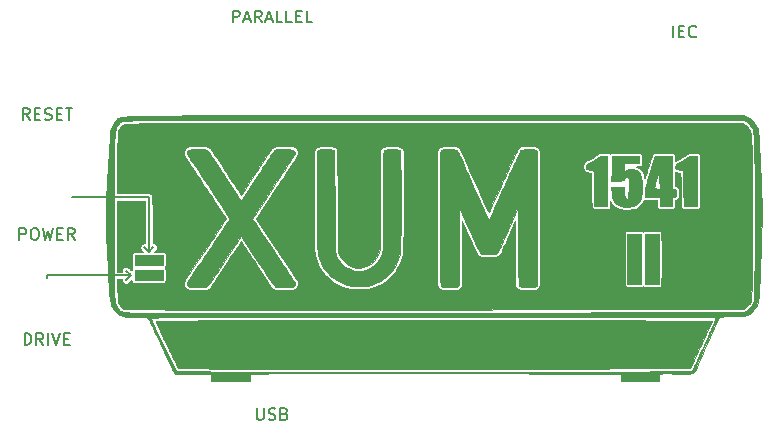
<source format=gto>
G04 #@! TF.GenerationSoftware,KiCad,Pcbnew,(5.1.8)-1*
G04 #@! TF.CreationDate,2022-01-25T01:20:23+01:00*
G04 #@! TF.ProjectId,C64 XUM1541-II FA2,43363420-5855-44d3-9135-34312d494920,rev?*
G04 #@! TF.SameCoordinates,Original*
G04 #@! TF.FileFunction,Legend,Top*
G04 #@! TF.FilePolarity,Positive*
%FSLAX46Y46*%
G04 Gerber Fmt 4.6, Leading zero omitted, Abs format (unit mm)*
G04 Created by KiCad (PCBNEW (5.1.8)-1) date 2022-01-25 01:20:23*
%MOMM*%
%LPD*%
G01*
G04 APERTURE LIST*
%ADD10C,0.150000*%
%ADD11C,0.010000*%
%ADD12C,0.100000*%
G04 APERTURE END LIST*
D10*
X122563095Y-101687380D02*
X122563095Y-102496904D01*
X122610714Y-102592142D01*
X122658333Y-102639761D01*
X122753571Y-102687380D01*
X122944047Y-102687380D01*
X123039285Y-102639761D01*
X123086904Y-102592142D01*
X123134523Y-102496904D01*
X123134523Y-101687380D01*
X123563095Y-102639761D02*
X123705952Y-102687380D01*
X123944047Y-102687380D01*
X124039285Y-102639761D01*
X124086904Y-102592142D01*
X124134523Y-102496904D01*
X124134523Y-102401666D01*
X124086904Y-102306428D01*
X124039285Y-102258809D01*
X123944047Y-102211190D01*
X123753571Y-102163571D01*
X123658333Y-102115952D01*
X123610714Y-102068333D01*
X123563095Y-101973095D01*
X123563095Y-101877857D01*
X123610714Y-101782619D01*
X123658333Y-101735000D01*
X123753571Y-101687380D01*
X123991666Y-101687380D01*
X124134523Y-101735000D01*
X124896428Y-102163571D02*
X125039285Y-102211190D01*
X125086904Y-102258809D01*
X125134523Y-102354047D01*
X125134523Y-102496904D01*
X125086904Y-102592142D01*
X125039285Y-102639761D01*
X124944047Y-102687380D01*
X124563095Y-102687380D01*
X124563095Y-101687380D01*
X124896428Y-101687380D01*
X124991666Y-101735000D01*
X125039285Y-101782619D01*
X125086904Y-101877857D01*
X125086904Y-101973095D01*
X125039285Y-102068333D01*
X124991666Y-102115952D01*
X124896428Y-102163571D01*
X124563095Y-102163571D01*
X157797619Y-70302380D02*
X157797619Y-69302380D01*
X158273809Y-69778571D02*
X158607142Y-69778571D01*
X158750000Y-70302380D02*
X158273809Y-70302380D01*
X158273809Y-69302380D01*
X158750000Y-69302380D01*
X159750000Y-70207142D02*
X159702380Y-70254761D01*
X159559523Y-70302380D01*
X159464285Y-70302380D01*
X159321428Y-70254761D01*
X159226190Y-70159523D01*
X159178571Y-70064285D01*
X159130952Y-69873809D01*
X159130952Y-69730952D01*
X159178571Y-69540476D01*
X159226190Y-69445238D01*
X159321428Y-69350000D01*
X159464285Y-69302380D01*
X159559523Y-69302380D01*
X159702380Y-69350000D01*
X159750000Y-69397619D01*
X120539285Y-69032380D02*
X120539285Y-68032380D01*
X120920238Y-68032380D01*
X121015476Y-68080000D01*
X121063095Y-68127619D01*
X121110714Y-68222857D01*
X121110714Y-68365714D01*
X121063095Y-68460952D01*
X121015476Y-68508571D01*
X120920238Y-68556190D01*
X120539285Y-68556190D01*
X121491666Y-68746666D02*
X121967857Y-68746666D01*
X121396428Y-69032380D02*
X121729761Y-68032380D01*
X122063095Y-69032380D01*
X122967857Y-69032380D02*
X122634523Y-68556190D01*
X122396428Y-69032380D02*
X122396428Y-68032380D01*
X122777380Y-68032380D01*
X122872619Y-68080000D01*
X122920238Y-68127619D01*
X122967857Y-68222857D01*
X122967857Y-68365714D01*
X122920238Y-68460952D01*
X122872619Y-68508571D01*
X122777380Y-68556190D01*
X122396428Y-68556190D01*
X123348809Y-68746666D02*
X123825000Y-68746666D01*
X123253571Y-69032380D02*
X123586904Y-68032380D01*
X123920238Y-69032380D01*
X124729761Y-69032380D02*
X124253571Y-69032380D01*
X124253571Y-68032380D01*
X125539285Y-69032380D02*
X125063095Y-69032380D01*
X125063095Y-68032380D01*
X125872619Y-68508571D02*
X126205952Y-68508571D01*
X126348809Y-69032380D02*
X125872619Y-69032380D01*
X125872619Y-68032380D01*
X126348809Y-68032380D01*
X127253571Y-69032380D02*
X126777380Y-69032380D01*
X126777380Y-68032380D01*
X104775000Y-90447000D02*
X104775000Y-90650000D01*
X104775000Y-90447000D02*
X111800000Y-90447000D01*
X111868000Y-90447000D02*
X111487000Y-90828000D01*
X111868000Y-90447000D02*
X111487000Y-90066000D01*
X113411000Y-88446000D02*
X113792000Y-88065000D01*
X113411000Y-88446000D02*
X113030000Y-88065000D01*
X113411000Y-83820000D02*
X113411000Y-88400000D01*
X106934000Y-83820000D02*
X113411000Y-83820000D01*
X102894047Y-96337380D02*
X102894047Y-95337380D01*
X103132142Y-95337380D01*
X103275000Y-95385000D01*
X103370238Y-95480238D01*
X103417857Y-95575476D01*
X103465476Y-95765952D01*
X103465476Y-95908809D01*
X103417857Y-96099285D01*
X103370238Y-96194523D01*
X103275000Y-96289761D01*
X103132142Y-96337380D01*
X102894047Y-96337380D01*
X104465476Y-96337380D02*
X104132142Y-95861190D01*
X103894047Y-96337380D02*
X103894047Y-95337380D01*
X104275000Y-95337380D01*
X104370238Y-95385000D01*
X104417857Y-95432619D01*
X104465476Y-95527857D01*
X104465476Y-95670714D01*
X104417857Y-95765952D01*
X104370238Y-95813571D01*
X104275000Y-95861190D01*
X103894047Y-95861190D01*
X104894047Y-96337380D02*
X104894047Y-95337380D01*
X105227380Y-95337380D02*
X105560714Y-96337380D01*
X105894047Y-95337380D01*
X106227380Y-95813571D02*
X106560714Y-95813571D01*
X106703571Y-96337380D02*
X106227380Y-96337380D01*
X106227380Y-95337380D01*
X106703571Y-95337380D01*
X102465476Y-87447380D02*
X102465476Y-86447380D01*
X102846428Y-86447380D01*
X102941666Y-86495000D01*
X102989285Y-86542619D01*
X103036904Y-86637857D01*
X103036904Y-86780714D01*
X102989285Y-86875952D01*
X102941666Y-86923571D01*
X102846428Y-86971190D01*
X102465476Y-86971190D01*
X103655952Y-86447380D02*
X103846428Y-86447380D01*
X103941666Y-86495000D01*
X104036904Y-86590238D01*
X104084523Y-86780714D01*
X104084523Y-87114047D01*
X104036904Y-87304523D01*
X103941666Y-87399761D01*
X103846428Y-87447380D01*
X103655952Y-87447380D01*
X103560714Y-87399761D01*
X103465476Y-87304523D01*
X103417857Y-87114047D01*
X103417857Y-86780714D01*
X103465476Y-86590238D01*
X103560714Y-86495000D01*
X103655952Y-86447380D01*
X104417857Y-86447380D02*
X104655952Y-87447380D01*
X104846428Y-86733095D01*
X105036904Y-87447380D01*
X105275000Y-86447380D01*
X105655952Y-86923571D02*
X105989285Y-86923571D01*
X106132142Y-87447380D02*
X105655952Y-87447380D01*
X105655952Y-86447380D01*
X106132142Y-86447380D01*
X107132142Y-87447380D02*
X106798809Y-86971190D01*
X106560714Y-87447380D02*
X106560714Y-86447380D01*
X106941666Y-86447380D01*
X107036904Y-86495000D01*
X107084523Y-86542619D01*
X107132142Y-86637857D01*
X107132142Y-86780714D01*
X107084523Y-86875952D01*
X107036904Y-86923571D01*
X106941666Y-86971190D01*
X106560714Y-86971190D01*
X103322619Y-77287380D02*
X102989285Y-76811190D01*
X102751190Y-77287380D02*
X102751190Y-76287380D01*
X103132142Y-76287380D01*
X103227380Y-76335000D01*
X103275000Y-76382619D01*
X103322619Y-76477857D01*
X103322619Y-76620714D01*
X103275000Y-76715952D01*
X103227380Y-76763571D01*
X103132142Y-76811190D01*
X102751190Y-76811190D01*
X103751190Y-76763571D02*
X104084523Y-76763571D01*
X104227380Y-77287380D02*
X103751190Y-77287380D01*
X103751190Y-76287380D01*
X104227380Y-76287380D01*
X104608333Y-77239761D02*
X104751190Y-77287380D01*
X104989285Y-77287380D01*
X105084523Y-77239761D01*
X105132142Y-77192142D01*
X105179761Y-77096904D01*
X105179761Y-77001666D01*
X105132142Y-76906428D01*
X105084523Y-76858809D01*
X104989285Y-76811190D01*
X104798809Y-76763571D01*
X104703571Y-76715952D01*
X104655952Y-76668333D01*
X104608333Y-76573095D01*
X104608333Y-76477857D01*
X104655952Y-76382619D01*
X104703571Y-76335000D01*
X104798809Y-76287380D01*
X105036904Y-76287380D01*
X105179761Y-76335000D01*
X105608333Y-76763571D02*
X105941666Y-76763571D01*
X106084523Y-77287380D02*
X105608333Y-77287380D01*
X105608333Y-76287380D01*
X106084523Y-76287380D01*
X106370238Y-76287380D02*
X106941666Y-76287380D01*
X106655952Y-77287380D02*
X106655952Y-76287380D01*
D11*
G36*
X131593036Y-94260504D02*
G01*
X132452021Y-94260563D01*
X133322205Y-94260670D01*
X134202149Y-94260824D01*
X135090415Y-94261024D01*
X135985564Y-94261269D01*
X136886160Y-94261558D01*
X137790763Y-94261890D01*
X138697936Y-94262266D01*
X139606241Y-94262683D01*
X140514239Y-94263140D01*
X141420491Y-94263639D01*
X142323561Y-94264176D01*
X143222010Y-94264752D01*
X144114400Y-94265365D01*
X144999293Y-94266016D01*
X145875250Y-94266702D01*
X146740833Y-94267423D01*
X147594605Y-94268179D01*
X148435127Y-94268969D01*
X149260961Y-94269791D01*
X150070669Y-94270644D01*
X150862812Y-94271529D01*
X151635954Y-94272444D01*
X152388655Y-94273389D01*
X153119477Y-94274362D01*
X153826982Y-94275363D01*
X154509733Y-94276390D01*
X155166291Y-94277444D01*
X155795218Y-94278523D01*
X156395075Y-94279626D01*
X156964425Y-94280753D01*
X157501830Y-94281903D01*
X158005851Y-94283074D01*
X158475050Y-94284267D01*
X158907990Y-94285480D01*
X159303231Y-94286712D01*
X159659337Y-94287963D01*
X159974868Y-94289232D01*
X160248387Y-94290518D01*
X160478455Y-94291820D01*
X160663634Y-94293137D01*
X160802487Y-94294469D01*
X160893575Y-94295814D01*
X160935460Y-94297172D01*
X160937372Y-94297371D01*
X161069543Y-94316570D01*
X160751543Y-95028481D01*
X160577876Y-95416431D01*
X160409028Y-95791971D01*
X160246375Y-96152118D01*
X160091291Y-96493887D01*
X159945153Y-96814294D01*
X159809336Y-97110354D01*
X159685216Y-97379084D01*
X159574168Y-97617498D01*
X159477568Y-97822612D01*
X159396791Y-97991443D01*
X159333213Y-98121005D01*
X159288209Y-98208315D01*
X159274933Y-98232085D01*
X159255272Y-98255346D01*
X159221797Y-98271811D01*
X159164799Y-98283657D01*
X159074571Y-98293059D01*
X158970065Y-98300403D01*
X158899731Y-98303250D01*
X158780045Y-98306057D01*
X158612505Y-98308822D01*
X158398607Y-98311544D01*
X158139852Y-98314221D01*
X157837736Y-98316851D01*
X157493758Y-98319432D01*
X157109416Y-98321963D01*
X156686208Y-98324442D01*
X156225632Y-98326867D01*
X155729187Y-98329237D01*
X155198370Y-98331549D01*
X154634680Y-98333803D01*
X154039614Y-98335995D01*
X153414671Y-98338126D01*
X152761349Y-98340192D01*
X152081146Y-98342192D01*
X151375560Y-98344125D01*
X150646089Y-98345988D01*
X149894232Y-98347780D01*
X149121486Y-98349499D01*
X148329350Y-98351144D01*
X147519321Y-98352712D01*
X146692899Y-98354203D01*
X145851580Y-98355613D01*
X144996863Y-98356942D01*
X144130247Y-98358188D01*
X143253228Y-98359349D01*
X142367307Y-98360424D01*
X141473979Y-98361410D01*
X140574745Y-98362305D01*
X139671101Y-98363109D01*
X138764546Y-98363820D01*
X137856577Y-98364434D01*
X136948694Y-98364952D01*
X136042395Y-98365372D01*
X135139176Y-98365690D01*
X134240537Y-98365906D01*
X133347976Y-98366019D01*
X132462990Y-98366025D01*
X131587078Y-98365925D01*
X130721738Y-98365715D01*
X129868468Y-98365394D01*
X129028766Y-98364960D01*
X128204130Y-98364412D01*
X127396059Y-98363748D01*
X126606050Y-98362966D01*
X125835602Y-98362065D01*
X125086212Y-98361042D01*
X124359379Y-98359897D01*
X123656602Y-98358626D01*
X122979377Y-98357229D01*
X122329204Y-98355704D01*
X121707579Y-98354049D01*
X121116003Y-98352262D01*
X120555971Y-98350342D01*
X120028984Y-98348287D01*
X119536538Y-98346094D01*
X119514310Y-98345988D01*
X119096226Y-98343857D01*
X118691338Y-98341544D01*
X118302641Y-98339080D01*
X117933134Y-98336493D01*
X117585812Y-98333813D01*
X117263673Y-98331069D01*
X116969713Y-98328290D01*
X116706928Y-98325506D01*
X116478316Y-98322745D01*
X116286874Y-98320037D01*
X116135597Y-98317411D01*
X116027484Y-98314897D01*
X115965529Y-98312523D01*
X115952062Y-98311253D01*
X115932874Y-98305193D01*
X115913614Y-98293505D01*
X115892125Y-98272312D01*
X115866247Y-98237741D01*
X115833825Y-98185914D01*
X115792699Y-98112957D01*
X115740712Y-98014993D01*
X115675707Y-97888148D01*
X115595526Y-97728545D01*
X115498011Y-97532309D01*
X115381005Y-97295564D01*
X115337555Y-97207497D01*
X115225587Y-96979980D01*
X115117203Y-96758758D01*
X115015185Y-96549579D01*
X114922315Y-96358189D01*
X114841375Y-96190336D01*
X114775148Y-96051768D01*
X114726415Y-95948231D01*
X114701215Y-95892946D01*
X114657720Y-95795977D01*
X114597892Y-95665080D01*
X114527266Y-95512236D01*
X114451376Y-95349426D01*
X114378177Y-95193747D01*
X114258453Y-94938541D01*
X114161485Y-94727831D01*
X114086927Y-94560812D01*
X114034430Y-94436683D01*
X114003646Y-94354638D01*
X113994229Y-94313874D01*
X113995623Y-94309464D01*
X114021965Y-94307997D01*
X114096570Y-94306308D01*
X114216848Y-94304417D01*
X114380212Y-94302346D01*
X114584074Y-94300117D01*
X114825845Y-94297750D01*
X115102938Y-94295267D01*
X115412763Y-94292689D01*
X115752734Y-94290038D01*
X116120261Y-94287334D01*
X116512758Y-94284599D01*
X116927634Y-94281855D01*
X117362303Y-94279123D01*
X117814177Y-94276423D01*
X118280666Y-94273777D01*
X118439311Y-94272909D01*
X118688086Y-94271712D01*
X118979699Y-94270581D01*
X119312711Y-94269515D01*
X119685683Y-94268514D01*
X120097178Y-94267575D01*
X120545758Y-94266699D01*
X121029985Y-94265884D01*
X121548420Y-94265131D01*
X122099625Y-94264437D01*
X122682162Y-94263803D01*
X123294593Y-94263227D01*
X123935480Y-94262708D01*
X124603385Y-94262246D01*
X125296870Y-94261840D01*
X126014496Y-94261489D01*
X126754825Y-94261192D01*
X127516419Y-94260949D01*
X128297841Y-94260758D01*
X129097652Y-94260619D01*
X129914413Y-94260531D01*
X130746687Y-94260493D01*
X131593036Y-94260504D01*
G37*
X131593036Y-94260504D02*
X132452021Y-94260563D01*
X133322205Y-94260670D01*
X134202149Y-94260824D01*
X135090415Y-94261024D01*
X135985564Y-94261269D01*
X136886160Y-94261558D01*
X137790763Y-94261890D01*
X138697936Y-94262266D01*
X139606241Y-94262683D01*
X140514239Y-94263140D01*
X141420491Y-94263639D01*
X142323561Y-94264176D01*
X143222010Y-94264752D01*
X144114400Y-94265365D01*
X144999293Y-94266016D01*
X145875250Y-94266702D01*
X146740833Y-94267423D01*
X147594605Y-94268179D01*
X148435127Y-94268969D01*
X149260961Y-94269791D01*
X150070669Y-94270644D01*
X150862812Y-94271529D01*
X151635954Y-94272444D01*
X152388655Y-94273389D01*
X153119477Y-94274362D01*
X153826982Y-94275363D01*
X154509733Y-94276390D01*
X155166291Y-94277444D01*
X155795218Y-94278523D01*
X156395075Y-94279626D01*
X156964425Y-94280753D01*
X157501830Y-94281903D01*
X158005851Y-94283074D01*
X158475050Y-94284267D01*
X158907990Y-94285480D01*
X159303231Y-94286712D01*
X159659337Y-94287963D01*
X159974868Y-94289232D01*
X160248387Y-94290518D01*
X160478455Y-94291820D01*
X160663634Y-94293137D01*
X160802487Y-94294469D01*
X160893575Y-94295814D01*
X160935460Y-94297172D01*
X160937372Y-94297371D01*
X161069543Y-94316570D01*
X160751543Y-95028481D01*
X160577876Y-95416431D01*
X160409028Y-95791971D01*
X160246375Y-96152118D01*
X160091291Y-96493887D01*
X159945153Y-96814294D01*
X159809336Y-97110354D01*
X159685216Y-97379084D01*
X159574168Y-97617498D01*
X159477568Y-97822612D01*
X159396791Y-97991443D01*
X159333213Y-98121005D01*
X159288209Y-98208315D01*
X159274933Y-98232085D01*
X159255272Y-98255346D01*
X159221797Y-98271811D01*
X159164799Y-98283657D01*
X159074571Y-98293059D01*
X158970065Y-98300403D01*
X158899731Y-98303250D01*
X158780045Y-98306057D01*
X158612505Y-98308822D01*
X158398607Y-98311544D01*
X158139852Y-98314221D01*
X157837736Y-98316851D01*
X157493758Y-98319432D01*
X157109416Y-98321963D01*
X156686208Y-98324442D01*
X156225632Y-98326867D01*
X155729187Y-98329237D01*
X155198370Y-98331549D01*
X154634680Y-98333803D01*
X154039614Y-98335995D01*
X153414671Y-98338126D01*
X152761349Y-98340192D01*
X152081146Y-98342192D01*
X151375560Y-98344125D01*
X150646089Y-98345988D01*
X149894232Y-98347780D01*
X149121486Y-98349499D01*
X148329350Y-98351144D01*
X147519321Y-98352712D01*
X146692899Y-98354203D01*
X145851580Y-98355613D01*
X144996863Y-98356942D01*
X144130247Y-98358188D01*
X143253228Y-98359349D01*
X142367307Y-98360424D01*
X141473979Y-98361410D01*
X140574745Y-98362305D01*
X139671101Y-98363109D01*
X138764546Y-98363820D01*
X137856577Y-98364434D01*
X136948694Y-98364952D01*
X136042395Y-98365372D01*
X135139176Y-98365690D01*
X134240537Y-98365906D01*
X133347976Y-98366019D01*
X132462990Y-98366025D01*
X131587078Y-98365925D01*
X130721738Y-98365715D01*
X129868468Y-98365394D01*
X129028766Y-98364960D01*
X128204130Y-98364412D01*
X127396059Y-98363748D01*
X126606050Y-98362966D01*
X125835602Y-98362065D01*
X125086212Y-98361042D01*
X124359379Y-98359897D01*
X123656602Y-98358626D01*
X122979377Y-98357229D01*
X122329204Y-98355704D01*
X121707579Y-98354049D01*
X121116003Y-98352262D01*
X120555971Y-98350342D01*
X120028984Y-98348287D01*
X119536538Y-98346094D01*
X119514310Y-98345988D01*
X119096226Y-98343857D01*
X118691338Y-98341544D01*
X118302641Y-98339080D01*
X117933134Y-98336493D01*
X117585812Y-98333813D01*
X117263673Y-98331069D01*
X116969713Y-98328290D01*
X116706928Y-98325506D01*
X116478316Y-98322745D01*
X116286874Y-98320037D01*
X116135597Y-98317411D01*
X116027484Y-98314897D01*
X115965529Y-98312523D01*
X115952062Y-98311253D01*
X115932874Y-98305193D01*
X115913614Y-98293505D01*
X115892125Y-98272312D01*
X115866247Y-98237741D01*
X115833825Y-98185914D01*
X115792699Y-98112957D01*
X115740712Y-98014993D01*
X115675707Y-97888148D01*
X115595526Y-97728545D01*
X115498011Y-97532309D01*
X115381005Y-97295564D01*
X115337555Y-97207497D01*
X115225587Y-96979980D01*
X115117203Y-96758758D01*
X115015185Y-96549579D01*
X114922315Y-96358189D01*
X114841375Y-96190336D01*
X114775148Y-96051768D01*
X114726415Y-95948231D01*
X114701215Y-95892946D01*
X114657720Y-95795977D01*
X114597892Y-95665080D01*
X114527266Y-95512236D01*
X114451376Y-95349426D01*
X114378177Y-95193747D01*
X114258453Y-94938541D01*
X114161485Y-94727831D01*
X114086927Y-94560812D01*
X114034430Y-94436683D01*
X114003646Y-94354638D01*
X113994229Y-94313874D01*
X113995623Y-94309464D01*
X114021965Y-94307997D01*
X114096570Y-94306308D01*
X114216848Y-94304417D01*
X114380212Y-94302346D01*
X114584074Y-94300117D01*
X114825845Y-94297750D01*
X115102938Y-94295267D01*
X115412763Y-94292689D01*
X115752734Y-94290038D01*
X116120261Y-94287334D01*
X116512758Y-94284599D01*
X116927634Y-94281855D01*
X117362303Y-94279123D01*
X117814177Y-94276423D01*
X118280666Y-94273777D01*
X118439311Y-94272909D01*
X118688086Y-94271712D01*
X118979699Y-94270581D01*
X119312711Y-94269515D01*
X119685683Y-94268514D01*
X120097178Y-94267575D01*
X120545758Y-94266699D01*
X121029985Y-94265884D01*
X121548420Y-94265131D01*
X122099625Y-94264437D01*
X122682162Y-94263803D01*
X123294593Y-94263227D01*
X123935480Y-94262708D01*
X124603385Y-94262246D01*
X125296870Y-94261840D01*
X126014496Y-94261489D01*
X126754825Y-94261192D01*
X127516419Y-94260949D01*
X128297841Y-94260758D01*
X129097652Y-94260619D01*
X129914413Y-94260531D01*
X130746687Y-94260493D01*
X131593036Y-94260504D01*
G36*
X159775471Y-97850704D02*
G01*
X159762758Y-97863416D01*
X159750046Y-97850704D01*
X159762758Y-97837991D01*
X159775471Y-97850704D01*
G37*
X159775471Y-97850704D02*
X159762758Y-97863416D01*
X159750046Y-97850704D01*
X159762758Y-97837991D01*
X159775471Y-97850704D01*
G36*
X128302947Y-77566077D02*
G01*
X129380209Y-77566130D01*
X130502411Y-77566228D01*
X131670359Y-77566369D01*
X132884857Y-77566555D01*
X134146713Y-77566782D01*
X135456732Y-77567052D01*
X136815721Y-77567363D01*
X138224485Y-77567714D01*
X138706439Y-77567841D01*
X163720991Y-77574467D01*
X163832019Y-77639533D01*
X163934489Y-77714174D01*
X164045736Y-77818495D01*
X164152288Y-77937640D01*
X164240674Y-78056754D01*
X164290842Y-78145515D01*
X164322910Y-78235768D01*
X164352593Y-78352300D01*
X164373720Y-78470681D01*
X164374482Y-78476530D01*
X164384117Y-78552780D01*
X164393054Y-78626000D01*
X164401320Y-78698237D01*
X164408941Y-78771541D01*
X164415944Y-78847961D01*
X164422353Y-78929545D01*
X164428196Y-79018341D01*
X164433498Y-79116400D01*
X164438286Y-79225770D01*
X164442585Y-79348500D01*
X164446423Y-79486638D01*
X164449824Y-79642234D01*
X164452816Y-79817336D01*
X164455424Y-80013993D01*
X164457675Y-80234254D01*
X164459594Y-80480169D01*
X164461208Y-80753785D01*
X164462543Y-81057152D01*
X164463625Y-81392318D01*
X164464481Y-81761333D01*
X164465135Y-82166245D01*
X164465616Y-82609103D01*
X164465948Y-83091956D01*
X164466158Y-83616853D01*
X164466272Y-84185843D01*
X164466316Y-84800974D01*
X164466316Y-85464296D01*
X164466312Y-85671925D01*
X164466325Y-86376011D01*
X164466357Y-87031078D01*
X164466346Y-87638962D01*
X164466230Y-88201493D01*
X164465946Y-88720506D01*
X164465433Y-89197833D01*
X164464627Y-89635308D01*
X164463467Y-90034763D01*
X164461890Y-90398032D01*
X164459834Y-90726948D01*
X164457236Y-91023343D01*
X164454035Y-91289051D01*
X164450167Y-91525904D01*
X164445572Y-91735737D01*
X164440185Y-91920381D01*
X164433946Y-92081670D01*
X164426792Y-92221437D01*
X164418660Y-92341515D01*
X164409488Y-92443737D01*
X164399214Y-92529936D01*
X164387775Y-92601945D01*
X164375110Y-92661597D01*
X164361156Y-92710725D01*
X164345850Y-92751163D01*
X164329130Y-92784743D01*
X164310935Y-92813298D01*
X164291201Y-92838661D01*
X164269867Y-92862666D01*
X164246870Y-92887146D01*
X164222148Y-92913932D01*
X164220083Y-92916242D01*
X164086332Y-93050613D01*
X163937664Y-93174046D01*
X163791701Y-93272335D01*
X163749379Y-93295673D01*
X163742713Y-93297940D01*
X163731029Y-93300127D01*
X163713407Y-93302235D01*
X163688927Y-93304266D01*
X163656669Y-93306223D01*
X163615712Y-93308107D01*
X163565137Y-93309921D01*
X163504023Y-93311665D01*
X163431449Y-93313342D01*
X163346496Y-93314954D01*
X163248244Y-93316502D01*
X163135771Y-93317989D01*
X163008158Y-93319417D01*
X162864485Y-93320786D01*
X162703832Y-93322100D01*
X162525277Y-93323360D01*
X162327901Y-93324567D01*
X162110784Y-93325724D01*
X161873006Y-93326833D01*
X161613646Y-93327896D01*
X161331783Y-93328913D01*
X161026499Y-93329888D01*
X160696872Y-93330822D01*
X160341982Y-93331717D01*
X159960910Y-93332575D01*
X159552734Y-93333398D01*
X159116534Y-93334187D01*
X158651392Y-93334945D01*
X158156385Y-93335673D01*
X157630594Y-93336373D01*
X157073099Y-93337048D01*
X156482979Y-93337698D01*
X155859314Y-93338326D01*
X155201184Y-93338934D01*
X154507670Y-93339524D01*
X153777849Y-93340097D01*
X153010803Y-93340655D01*
X152205611Y-93341200D01*
X151361352Y-93341735D01*
X150477107Y-93342261D01*
X149551956Y-93342779D01*
X148584977Y-93343292D01*
X147575252Y-93343802D01*
X146521859Y-93344310D01*
X145423878Y-93344819D01*
X144280390Y-93345330D01*
X143090473Y-93345845D01*
X141853208Y-93346366D01*
X140567675Y-93346894D01*
X139232953Y-93347433D01*
X138120550Y-93347875D01*
X136978460Y-93348308D01*
X135847688Y-93348698D01*
X134729341Y-93349047D01*
X133624525Y-93349354D01*
X132534345Y-93349620D01*
X131459909Y-93349846D01*
X130402322Y-93350031D01*
X129362690Y-93350176D01*
X128342120Y-93350282D01*
X127341717Y-93350349D01*
X126362588Y-93350377D01*
X125405840Y-93350366D01*
X124472577Y-93350318D01*
X123563907Y-93350231D01*
X122680935Y-93350108D01*
X121824768Y-93349948D01*
X120996512Y-93349751D01*
X120197272Y-93349518D01*
X119428156Y-93349249D01*
X118690269Y-93348945D01*
X117984717Y-93348606D01*
X117312607Y-93348233D01*
X116675044Y-93347825D01*
X116073136Y-93347383D01*
X115507987Y-93346908D01*
X114980704Y-93346399D01*
X114492394Y-93345858D01*
X114044162Y-93345285D01*
X113637115Y-93344679D01*
X113272359Y-93344043D01*
X112950999Y-93343374D01*
X112674143Y-93342675D01*
X112442895Y-93341946D01*
X112258363Y-93341186D01*
X112121653Y-93340397D01*
X112033870Y-93339578D01*
X112001097Y-93338955D01*
X111779746Y-93330511D01*
X111602441Y-93320492D01*
X111462376Y-93307361D01*
X111352747Y-93289581D01*
X111266747Y-93265614D01*
X111197572Y-93233925D01*
X111138416Y-93192976D01*
X111082474Y-93141230D01*
X111070413Y-93128760D01*
X110999471Y-93053258D01*
X110940828Y-92985463D01*
X110893249Y-92919674D01*
X110855500Y-92850190D01*
X110826346Y-92771310D01*
X110804552Y-92677332D01*
X110788884Y-92562556D01*
X110778106Y-92421279D01*
X110770984Y-92247801D01*
X110766284Y-92036421D01*
X110762769Y-91781437D01*
X110761860Y-91704107D01*
X110751313Y-90795148D01*
X111136632Y-90795148D01*
X111136727Y-90865068D01*
X111160472Y-90972243D01*
X111224459Y-91065568D01*
X111318273Y-91135600D01*
X111431496Y-91172894D01*
X111480284Y-91176530D01*
X111490564Y-91175697D01*
X116396848Y-91175697D01*
X116419933Y-91325366D01*
X116478268Y-91458954D01*
X116569529Y-91566850D01*
X116647838Y-91619927D01*
X116682607Y-91637550D01*
X116715727Y-91651528D01*
X116753305Y-91662293D01*
X116801451Y-91670278D01*
X116866273Y-91675915D01*
X116953879Y-91679637D01*
X117070378Y-91681875D01*
X117221878Y-91683063D01*
X117414487Y-91683632D01*
X117551041Y-91683854D01*
X118333718Y-91685038D01*
X118458423Y-91621845D01*
X118543386Y-91568988D01*
X118618534Y-91505994D01*
X118645541Y-91475649D01*
X118668533Y-91442406D01*
X118717296Y-91369815D01*
X118789729Y-91261061D01*
X118883730Y-91119327D01*
X118997196Y-90947795D01*
X119128025Y-90749650D01*
X119274116Y-90528075D01*
X119433366Y-90286253D01*
X119603674Y-90027369D01*
X119782937Y-89754604D01*
X119959474Y-89485739D01*
X120143781Y-89204927D01*
X120319989Y-88936481D01*
X120486116Y-88683414D01*
X120640185Y-88448741D01*
X120780215Y-88235477D01*
X120904227Y-88046635D01*
X121010241Y-87885230D01*
X121096278Y-87754276D01*
X121160358Y-87656788D01*
X121200502Y-87595781D01*
X121214731Y-87574268D01*
X121214732Y-87574266D01*
X121228907Y-87594340D01*
X121268987Y-87653932D01*
X121332988Y-87750037D01*
X121418927Y-87879653D01*
X121524822Y-88039774D01*
X121648689Y-88227398D01*
X121788544Y-88439520D01*
X121942406Y-88673136D01*
X122108290Y-88925243D01*
X122284213Y-89192837D01*
X122463987Y-89466509D01*
X122649613Y-89749096D01*
X122828417Y-90021098D01*
X122998275Y-90279292D01*
X123157061Y-90520457D01*
X123302649Y-90741372D01*
X123432914Y-90938815D01*
X123545730Y-91109564D01*
X123638973Y-91250396D01*
X123710516Y-91358092D01*
X123758235Y-91429428D01*
X123779187Y-91460065D01*
X123845546Y-91530346D01*
X123933539Y-91596840D01*
X123975389Y-91620925D01*
X124101909Y-91685038D01*
X125656241Y-91685038D01*
X125782238Y-91621190D01*
X125896811Y-91536329D01*
X125979283Y-91419514D01*
X126027373Y-91279985D01*
X126038800Y-91126978D01*
X126011282Y-90969731D01*
X125969034Y-90864844D01*
X125946384Y-90827054D01*
X125897078Y-90749895D01*
X125822947Y-90636119D01*
X125725826Y-90488476D01*
X125607546Y-90309719D01*
X125469941Y-90102599D01*
X125314843Y-89869868D01*
X125144085Y-89614277D01*
X124959500Y-89338578D01*
X124762921Y-89045522D01*
X124556181Y-88737861D01*
X124341113Y-88418346D01*
X124192601Y-88198017D01*
X122483067Y-85663206D01*
X124198362Y-83061460D01*
X124416510Y-82730354D01*
X124627608Y-82409522D01*
X124829877Y-82101688D01*
X125021539Y-81809576D01*
X125200816Y-81535911D01*
X125365930Y-81283416D01*
X125515103Y-81054816D01*
X125646557Y-80852834D01*
X125758513Y-80680196D01*
X125849194Y-80539626D01*
X125916821Y-80433847D01*
X125959617Y-80365584D01*
X125974794Y-80339787D01*
X126027508Y-80182780D01*
X126035898Y-80014848D01*
X126013404Y-79911376D01*
X127408905Y-79911376D01*
X127409345Y-84012071D01*
X127409464Y-84569367D01*
X127409721Y-85078225D01*
X127410156Y-85541060D01*
X127410810Y-85960284D01*
X127411722Y-86338310D01*
X127412931Y-86677553D01*
X127414478Y-86980424D01*
X127416402Y-87249338D01*
X127418743Y-87486709D01*
X127421541Y-87694948D01*
X127424836Y-87876470D01*
X127428667Y-88033688D01*
X127433074Y-88169015D01*
X127438098Y-88284865D01*
X127443777Y-88383651D01*
X127450152Y-88467786D01*
X127457262Y-88539684D01*
X127465147Y-88601758D01*
X127473847Y-88656421D01*
X127483402Y-88706087D01*
X127487008Y-88722976D01*
X127557009Y-88979915D01*
X127657270Y-89258030D01*
X127781563Y-89543081D01*
X127923660Y-89820824D01*
X128077333Y-90077018D01*
X128082649Y-90085122D01*
X128164304Y-90195429D01*
X128275882Y-90326896D01*
X128407933Y-90470059D01*
X128551007Y-90615453D01*
X128695653Y-90753613D01*
X128832424Y-90875072D01*
X128951867Y-90970366D01*
X128999675Y-91003647D01*
X129132264Y-91084369D01*
X129292653Y-91173374D01*
X129467527Y-91264038D01*
X129643570Y-91349737D01*
X129807466Y-91423846D01*
X129945899Y-91479742D01*
X129983131Y-91492863D01*
X130160212Y-91546099D01*
X130362572Y-91597079D01*
X130564802Y-91639463D01*
X130587083Y-91643532D01*
X130629823Y-91646508D01*
X130715464Y-91648703D01*
X130836060Y-91650051D01*
X130983666Y-91650486D01*
X131150337Y-91649943D01*
X131260857Y-91649076D01*
X131463496Y-91646586D01*
X131623908Y-91643054D01*
X131750713Y-91637854D01*
X131852532Y-91630359D01*
X131937988Y-91619943D01*
X132015701Y-91605980D01*
X132090411Y-91588808D01*
X132216112Y-91555038D01*
X132347055Y-91515710D01*
X132457812Y-91478524D01*
X132471792Y-91473350D01*
X132606689Y-91417423D01*
X132769625Y-91342055D01*
X132945597Y-91254884D01*
X133119605Y-91163547D01*
X133276645Y-91075683D01*
X133395022Y-91003320D01*
X133504286Y-90922703D01*
X133635215Y-90811497D01*
X133778260Y-90679258D01*
X133923873Y-90535541D01*
X134062503Y-90389901D01*
X134184604Y-90251893D01*
X134280625Y-90131073D01*
X134312608Y-90085122D01*
X134467389Y-89827479D01*
X134610334Y-89548765D01*
X134735302Y-89263043D01*
X134836149Y-88984375D01*
X134906734Y-88726824D01*
X134907578Y-88722976D01*
X134917446Y-88674504D01*
X134926445Y-88621892D01*
X134934615Y-88562726D01*
X134941996Y-88494592D01*
X134948627Y-88415079D01*
X134954549Y-88321771D01*
X134959800Y-88212257D01*
X134964422Y-88084122D01*
X134968453Y-87934953D01*
X134971934Y-87762337D01*
X134974904Y-87563861D01*
X134977402Y-87337111D01*
X134979470Y-87079674D01*
X134981146Y-86789136D01*
X134982471Y-86463085D01*
X134983484Y-86099106D01*
X134984224Y-85694787D01*
X134984733Y-85247714D01*
X134985049Y-84755474D01*
X134985212Y-84215653D01*
X134985241Y-84012071D01*
X134985681Y-79911376D01*
X137833329Y-79911376D01*
X137833329Y-91305347D01*
X137897137Y-91431266D01*
X137956446Y-91525445D01*
X138031223Y-91590925D01*
X138081471Y-91619927D01*
X138118750Y-91638691D01*
X138154286Y-91653295D01*
X138194778Y-91664273D01*
X138246920Y-91672160D01*
X138317408Y-91677489D01*
X138412938Y-91680795D01*
X138540207Y-91682611D01*
X138705909Y-91683473D01*
X138882973Y-91683854D01*
X139086682Y-91684108D01*
X139246271Y-91683728D01*
X139368469Y-91682192D01*
X139460008Y-91678977D01*
X139527617Y-91673563D01*
X139578027Y-91665426D01*
X139617968Y-91654044D01*
X139654171Y-91638895D01*
X139689828Y-91621250D01*
X139792131Y-91554675D01*
X139861856Y-91469923D01*
X139873317Y-91449628D01*
X139930927Y-91341795D01*
X139943639Y-88616110D01*
X139956352Y-85890426D01*
X140563682Y-87248482D01*
X140675322Y-87497661D01*
X140781902Y-87734653D01*
X140881425Y-87955083D01*
X140971897Y-88154573D01*
X141051322Y-88328744D01*
X141117705Y-88473219D01*
X141169052Y-88583621D01*
X141203366Y-88655572D01*
X141217470Y-88682934D01*
X141267138Y-88738364D01*
X141342882Y-88795871D01*
X141391127Y-88823785D01*
X141430335Y-88843116D01*
X141466955Y-88858136D01*
X141507763Y-88869387D01*
X141559536Y-88877414D01*
X141629051Y-88882762D01*
X141723083Y-88885975D01*
X141848411Y-88887596D01*
X142011809Y-88888170D01*
X142193789Y-88888241D01*
X142396572Y-88888140D01*
X142555280Y-88887474D01*
X142676690Y-88885699D01*
X142767580Y-88882270D01*
X142834725Y-88876643D01*
X142884903Y-88868275D01*
X142924890Y-88856621D01*
X142961463Y-88841137D01*
X142996452Y-88823785D01*
X143077707Y-88773025D01*
X143145258Y-88714307D01*
X143170109Y-88682934D01*
X143188800Y-88646158D01*
X143226176Y-88567304D01*
X143280242Y-88450750D01*
X143349002Y-88300873D01*
X143430463Y-88122050D01*
X143522628Y-87918660D01*
X143623503Y-87695080D01*
X143731092Y-87455687D01*
X143823897Y-87248482D01*
X144431227Y-85890426D01*
X144443940Y-88616110D01*
X144456652Y-91341795D01*
X144514262Y-91449628D01*
X144579726Y-91539970D01*
X144674174Y-91608772D01*
X144697751Y-91621250D01*
X144736646Y-91640386D01*
X144773184Y-91655252D01*
X144814136Y-91666388D01*
X144866272Y-91674331D01*
X144936363Y-91679622D01*
X145031179Y-91682800D01*
X145157491Y-91684402D01*
X145322068Y-91684969D01*
X145499095Y-91685038D01*
X145701933Y-91684932D01*
X145860691Y-91684253D01*
X145982140Y-91682462D01*
X146073052Y-91679020D01*
X146140196Y-91673388D01*
X146190345Y-91665026D01*
X146230269Y-91653394D01*
X146266740Y-91637953D01*
X146300557Y-91621190D01*
X146391243Y-91564982D01*
X146453871Y-91495223D01*
X146490402Y-91431345D01*
X146554250Y-91305347D01*
X146554250Y-88310758D01*
X153699438Y-88310758D01*
X153699504Y-88654339D01*
X153699685Y-89045413D01*
X153699695Y-89071313D01*
X153699841Y-89463311D01*
X153700053Y-89807648D01*
X153700505Y-90107510D01*
X153701373Y-90366089D01*
X153702833Y-90586571D01*
X153705058Y-90772146D01*
X153708225Y-90926002D01*
X153712508Y-91051328D01*
X153718083Y-91151313D01*
X153725125Y-91229145D01*
X153733808Y-91288014D01*
X153744309Y-91331107D01*
X153756801Y-91361613D01*
X153771460Y-91382722D01*
X153788462Y-91397621D01*
X153807981Y-91409500D01*
X153828720Y-91420728D01*
X153878025Y-91433493D01*
X153969046Y-91443620D01*
X154092716Y-91451130D01*
X154239972Y-91456046D01*
X154401746Y-91458390D01*
X154568973Y-91458184D01*
X154732589Y-91455451D01*
X154883527Y-91450213D01*
X155012722Y-91442492D01*
X155111108Y-91432311D01*
X155169619Y-91419691D01*
X155174732Y-91417418D01*
X155226766Y-91382255D01*
X155251503Y-91349411D01*
X155251753Y-91347498D01*
X155257485Y-91330910D01*
X155266763Y-91348686D01*
X155285714Y-91380821D01*
X155317472Y-91406000D01*
X155367705Y-91425029D01*
X155442081Y-91438715D01*
X155546267Y-91447864D01*
X155685931Y-91453281D01*
X155866742Y-91455773D01*
X156022762Y-91456209D01*
X156250394Y-91454977D01*
X156429113Y-91451222D01*
X156560800Y-91444860D01*
X156647336Y-91435804D01*
X156686992Y-91425834D01*
X156710845Y-91415290D01*
X156731806Y-91404659D01*
X156750062Y-91390775D01*
X156765800Y-91370474D01*
X156779205Y-91340590D01*
X156790466Y-91297959D01*
X156799768Y-91239416D01*
X156807298Y-91161795D01*
X156813243Y-91061931D01*
X156817789Y-90936660D01*
X156821122Y-90782817D01*
X156823431Y-90597237D01*
X156824900Y-90376754D01*
X156825717Y-90118203D01*
X156826069Y-89818421D01*
X156826142Y-89474241D01*
X156826122Y-89082498D01*
X156826122Y-89066219D01*
X156826141Y-88672558D01*
X156826076Y-88326583D01*
X156825739Y-88025129D01*
X156824943Y-87765031D01*
X156823503Y-87543123D01*
X156821230Y-87356241D01*
X156817940Y-87201220D01*
X156813445Y-87074894D01*
X156807558Y-86974100D01*
X156800093Y-86895671D01*
X156790864Y-86836443D01*
X156779683Y-86793251D01*
X156766365Y-86762930D01*
X156750722Y-86742314D01*
X156732567Y-86728240D01*
X156711715Y-86717541D01*
X156687979Y-86707053D01*
X156686992Y-86706605D01*
X156637655Y-86695171D01*
X156544777Y-86686505D01*
X156406478Y-86680521D01*
X156220878Y-86677133D01*
X156022762Y-86676229D01*
X155823547Y-86676802D01*
X155668776Y-86678767D01*
X155552050Y-86682493D01*
X155466972Y-86688348D01*
X155407145Y-86696703D01*
X155366172Y-86707925D01*
X155350184Y-86715020D01*
X155298151Y-86750184D01*
X155273414Y-86783028D01*
X155273164Y-86784940D01*
X155267431Y-86801528D01*
X155258154Y-86783752D01*
X155239203Y-86751618D01*
X155207445Y-86726439D01*
X155157211Y-86707409D01*
X155082836Y-86693723D01*
X154978649Y-86684575D01*
X154838985Y-86679157D01*
X154658174Y-86676665D01*
X154502154Y-86676229D01*
X154274523Y-86677462D01*
X154095803Y-86681216D01*
X153964116Y-86687578D01*
X153877580Y-86696635D01*
X153837924Y-86706605D01*
X153814088Y-86717134D01*
X153793139Y-86727739D01*
X153774893Y-86741579D01*
X153759163Y-86761816D01*
X153745766Y-86791612D01*
X153734518Y-86834128D01*
X153725232Y-86892524D01*
X153717724Y-86969963D01*
X153711810Y-87069605D01*
X153707304Y-87194611D01*
X153704022Y-87348144D01*
X153701780Y-87533364D01*
X153700391Y-87753432D01*
X153699672Y-88011510D01*
X153699438Y-88310758D01*
X146554250Y-88310758D01*
X146554250Y-81237629D01*
X150193962Y-81237629D01*
X150199711Y-81405259D01*
X150236655Y-81535683D01*
X150308394Y-81632993D01*
X150418525Y-81701283D01*
X150570645Y-81744645D01*
X150650193Y-81756687D01*
X150735425Y-81770075D01*
X150802700Y-81786012D01*
X150828171Y-81796060D01*
X150836124Y-81808078D01*
X150843050Y-81836076D01*
X150849081Y-81883742D01*
X150854347Y-81954768D01*
X150858979Y-82052843D01*
X150863108Y-82181659D01*
X150866866Y-82344904D01*
X150870382Y-82546269D01*
X150873788Y-82789444D01*
X150877215Y-83078120D01*
X150878798Y-83223799D01*
X150882207Y-83540033D01*
X150885455Y-83809375D01*
X150888947Y-84035779D01*
X150893085Y-84223199D01*
X150898272Y-84375591D01*
X150904913Y-84496909D01*
X150913411Y-84591108D01*
X150924168Y-84662143D01*
X150937589Y-84713969D01*
X150954076Y-84750541D01*
X150974034Y-84775813D01*
X150997865Y-84793740D01*
X151025973Y-84808277D01*
X151041127Y-84815223D01*
X151090622Y-84826687D01*
X151183791Y-84835368D01*
X151322488Y-84841352D01*
X151508565Y-84844723D01*
X151702899Y-84845599D01*
X151930219Y-84844356D01*
X152108602Y-84840573D01*
X152239900Y-84834164D01*
X152325966Y-84825044D01*
X152364670Y-84815223D01*
X152426770Y-84772800D01*
X152468744Y-84706872D01*
X152493389Y-84609535D01*
X152503498Y-84472889D01*
X152504118Y-84420985D01*
X152504436Y-84197250D01*
X152586750Y-84341232D01*
X152702961Y-84495849D01*
X152862373Y-84632860D01*
X153059228Y-84748389D01*
X153287766Y-84838561D01*
X153355551Y-84858439D01*
X153443962Y-84874101D01*
X153570049Y-84885398D01*
X153720810Y-84892162D01*
X153883246Y-84894225D01*
X154044353Y-84891418D01*
X154191132Y-84883573D01*
X154309005Y-84870766D01*
X154495444Y-84838115D01*
X154642884Y-84800908D01*
X154763171Y-84753875D01*
X154868152Y-84691746D01*
X154969673Y-84609248D01*
X155032960Y-84548673D01*
X155120422Y-84450228D01*
X155198107Y-84342449D01*
X155258488Y-84237732D01*
X155294042Y-84148472D01*
X155300325Y-84108261D01*
X155306130Y-84095743D01*
X155327356Y-84086486D01*
X155369968Y-84080160D01*
X155439934Y-84076439D01*
X155543222Y-84074991D01*
X155685796Y-84075490D01*
X155859933Y-84077425D01*
X156419315Y-84084727D01*
X156419315Y-84364724D01*
X156422939Y-84522688D01*
X156435477Y-84638302D01*
X156459428Y-84719661D01*
X156497294Y-84774858D01*
X156551574Y-84811989D01*
X156558444Y-84815223D01*
X156609687Y-84827018D01*
X156706091Y-84835864D01*
X156849188Y-84841835D01*
X157040515Y-84845005D01*
X157194790Y-84845599D01*
X157418956Y-84844247D01*
X157593875Y-84840142D01*
X157721081Y-84833210D01*
X157802110Y-84823380D01*
X157831137Y-84815223D01*
X157887711Y-84779018D01*
X157927453Y-84725001D01*
X157952911Y-84645075D01*
X157966634Y-84531142D01*
X157971168Y-84375105D01*
X157971187Y-84370134D01*
X157972109Y-84095549D01*
X158078819Y-84044698D01*
X158154693Y-84001970D01*
X158210118Y-83951294D01*
X158248111Y-83884405D01*
X158271687Y-83793039D01*
X158283863Y-83668931D01*
X158287656Y-83503818D01*
X158287685Y-83472463D01*
X158284592Y-83299852D01*
X158273760Y-83169616D01*
X158252173Y-83073502D01*
X158216817Y-83003254D01*
X158164678Y-82950618D01*
X158092740Y-82907339D01*
X158078819Y-82900554D01*
X157972109Y-82849703D01*
X157971187Y-82270380D01*
X157971106Y-82084466D01*
X157971834Y-81943563D01*
X157973831Y-81841832D01*
X157977554Y-81773435D01*
X157983459Y-81732532D01*
X157992004Y-81713285D01*
X158003647Y-81709856D01*
X158014760Y-81714190D01*
X158064417Y-81730210D01*
X158143518Y-81746225D01*
X158199314Y-81754285D01*
X158284216Y-81767727D01*
X158351357Y-81783969D01*
X158376085Y-81793937D01*
X158391363Y-81815962D01*
X158404598Y-81863686D01*
X158415910Y-81939885D01*
X158425420Y-82047330D01*
X158433248Y-82188794D01*
X158439515Y-82367051D01*
X158444340Y-82584874D01*
X158447845Y-82845036D01*
X158450150Y-83150310D01*
X158451375Y-83503469D01*
X158451421Y-83528636D01*
X158452392Y-83824795D01*
X158454245Y-84072944D01*
X158457055Y-84275919D01*
X158460902Y-84436555D01*
X158465863Y-84557689D01*
X158472016Y-84642155D01*
X158479438Y-84692788D01*
X158483724Y-84706469D01*
X158505519Y-84747309D01*
X158533340Y-84779312D01*
X158573192Y-84803544D01*
X158631083Y-84821073D01*
X158713016Y-84832965D01*
X158824997Y-84840287D01*
X158973033Y-84844105D01*
X159163128Y-84845487D01*
X159266963Y-84845599D01*
X159478546Y-84844983D01*
X159645292Y-84842424D01*
X159773206Y-84836855D01*
X159868293Y-84827210D01*
X159936559Y-84812422D01*
X159984009Y-84791423D01*
X160016649Y-84763147D01*
X160040485Y-84726528D01*
X160050201Y-84706469D01*
X160055823Y-84668886D01*
X160060917Y-84585016D01*
X160065484Y-84459419D01*
X160069522Y-84296657D01*
X160073033Y-84101289D01*
X160076015Y-83877877D01*
X160078470Y-83630982D01*
X160080396Y-83365163D01*
X160081795Y-83084983D01*
X160082665Y-82795001D01*
X160083008Y-82499779D01*
X160082823Y-82203877D01*
X160082109Y-81911856D01*
X160080868Y-81628277D01*
X160079099Y-81357700D01*
X160076802Y-81104687D01*
X160073977Y-80873798D01*
X160070624Y-80669593D01*
X160066743Y-80496634D01*
X160062334Y-80359481D01*
X160057397Y-80262696D01*
X160051932Y-80210838D01*
X160050201Y-80204748D01*
X160018079Y-80152035D01*
X159971919Y-80114078D01*
X159903889Y-80088678D01*
X159806160Y-80073640D01*
X159670901Y-80066768D01*
X159554261Y-80065639D01*
X159417503Y-80066333D01*
X159319074Y-80069693D01*
X159246457Y-80077665D01*
X159187135Y-80092192D01*
X159128591Y-80115221D01*
X159076272Y-80139919D01*
X158989342Y-80187552D01*
X158879095Y-80255529D01*
X158762478Y-80333133D01*
X158694891Y-80381032D01*
X158577232Y-80460908D01*
X158449309Y-80538293D01*
X158330628Y-80601753D01*
X158275371Y-80626987D01*
X158177437Y-80669144D01*
X158091608Y-80708804D01*
X158033922Y-80738499D01*
X158027473Y-80742395D01*
X157970266Y-80778703D01*
X157970266Y-80522600D01*
X157965860Y-80368079D01*
X157950874Y-80255648D01*
X157922652Y-80177170D01*
X157878542Y-80124506D01*
X157831137Y-80095994D01*
X157789422Y-80086126D01*
X157710411Y-80078316D01*
X157591327Y-80072464D01*
X157429391Y-80068467D01*
X157221826Y-80066223D01*
X157001641Y-80065619D01*
X156767013Y-80066035D01*
X156577828Y-80067769D01*
X156428678Y-80071542D01*
X156314158Y-80078080D01*
X156228863Y-80088106D01*
X156167387Y-80102345D01*
X156124325Y-80121520D01*
X156094269Y-80146355D01*
X156071816Y-80177575D01*
X156064198Y-80191178D01*
X156052360Y-80222499D01*
X156026901Y-80296091D01*
X155989830Y-80405836D01*
X155943155Y-80545617D01*
X155888882Y-80709313D01*
X155829019Y-80890807D01*
X155765575Y-81083980D01*
X155700555Y-81282713D01*
X155635969Y-81480889D01*
X155573823Y-81672389D01*
X155516126Y-81851094D01*
X155464883Y-82010886D01*
X155422105Y-82145646D01*
X155404632Y-82201354D01*
X155393029Y-82226729D01*
X155381951Y-82217672D01*
X155368881Y-82168613D01*
X155353958Y-82089207D01*
X155305726Y-81890442D01*
X155235760Y-81706496D01*
X155150255Y-81552696D01*
X155121023Y-81512854D01*
X155035928Y-81430656D01*
X154919056Y-81351065D01*
X154788705Y-81285544D01*
X154715811Y-81259015D01*
X154694849Y-81248175D01*
X154718776Y-81241287D01*
X154790248Y-81237756D01*
X154812419Y-81237374D01*
X154958809Y-81223299D01*
X155063565Y-81184618D01*
X155130394Y-81119744D01*
X155143094Y-81096059D01*
X155157054Y-81037910D01*
X155166967Y-80941583D01*
X155172911Y-80818855D01*
X155174962Y-80681499D01*
X155173196Y-80541291D01*
X155167690Y-80410007D01*
X155158521Y-80299421D01*
X155145765Y-80221308D01*
X155137238Y-80196433D01*
X155120974Y-80166927D01*
X155102413Y-80142229D01*
X155077182Y-80121910D01*
X155040903Y-80105544D01*
X154989201Y-80092703D01*
X154917700Y-80082960D01*
X154822025Y-80075887D01*
X154697801Y-80071058D01*
X154540650Y-80068043D01*
X154346199Y-80066417D01*
X154110070Y-80065751D01*
X153827889Y-80065619D01*
X153798037Y-80065619D01*
X153517536Y-80065818D01*
X153283452Y-80066509D01*
X153091353Y-80067828D01*
X152936807Y-80069916D01*
X152815381Y-80072908D01*
X152722643Y-80076944D01*
X152654162Y-80082162D01*
X152605503Y-80088700D01*
X152572236Y-80096696D01*
X152553388Y-80104410D01*
X152501354Y-80139573D01*
X152476617Y-80172417D01*
X152476367Y-80174330D01*
X152470634Y-80190918D01*
X152461357Y-80173142D01*
X152428637Y-80130134D01*
X152366586Y-80099133D01*
X152269707Y-80078894D01*
X152132504Y-80068176D01*
X151985949Y-80065619D01*
X151832361Y-80067794D01*
X151710497Y-80077258D01*
X151607520Y-80098420D01*
X151510593Y-80135688D01*
X151406879Y-80193469D01*
X151283542Y-80276173D01*
X151200801Y-80335244D01*
X151079846Y-80416035D01*
X150932139Y-80505003D01*
X150777750Y-80590485D01*
X150656620Y-80651517D01*
X150529912Y-80712498D01*
X150440335Y-80759099D01*
X150378668Y-80797846D01*
X150335686Y-80835261D01*
X150302166Y-80877870D01*
X150275273Y-80921255D01*
X150233645Y-81002969D01*
X150209286Y-81084949D01*
X150196753Y-81188375D01*
X150193962Y-81237629D01*
X146554250Y-81237629D01*
X146554250Y-79911376D01*
X146490402Y-79785378D01*
X146434193Y-79694692D01*
X146364435Y-79632064D01*
X146300557Y-79595533D01*
X146259873Y-79575593D01*
X146221720Y-79560315D01*
X146178898Y-79549085D01*
X146124205Y-79541290D01*
X146050442Y-79536317D01*
X145950406Y-79533555D01*
X145816898Y-79532390D01*
X145642716Y-79532210D01*
X145557147Y-79532279D01*
X144939735Y-79532873D01*
X144812608Y-79602199D01*
X144730863Y-79654643D01*
X144670123Y-79717227D01*
X144613583Y-79807904D01*
X144604932Y-79824077D01*
X144587510Y-79860435D01*
X144550893Y-79939518D01*
X144496731Y-80057669D01*
X144426673Y-80211232D01*
X144342372Y-80396549D01*
X144245477Y-80609963D01*
X144137638Y-80847819D01*
X144020507Y-81106458D01*
X143895733Y-81382225D01*
X143764966Y-81671462D01*
X143629858Y-81970513D01*
X143492058Y-82275721D01*
X143353217Y-82583429D01*
X143214985Y-82889980D01*
X143079013Y-83191717D01*
X142946951Y-83484985D01*
X142820450Y-83766125D01*
X142701159Y-84031481D01*
X142590730Y-84277396D01*
X142490812Y-84500214D01*
X142403056Y-84696277D01*
X142329113Y-84861930D01*
X142270633Y-84993514D01*
X142229266Y-85087373D01*
X142222628Y-85102591D01*
X142216966Y-85110180D01*
X142208644Y-85109664D01*
X142196523Y-85098628D01*
X142179463Y-85074654D01*
X142156322Y-85035326D01*
X142125960Y-84978228D01*
X142087237Y-84900942D01*
X142039012Y-84801052D01*
X141980145Y-84676142D01*
X141909496Y-84523795D01*
X141825923Y-84341594D01*
X141728287Y-84127123D01*
X141615447Y-83877966D01*
X141486262Y-83591705D01*
X141339592Y-83265925D01*
X141174297Y-82898208D01*
X141016712Y-82547335D01*
X140860558Y-82199783D01*
X140709265Y-81863496D01*
X140564244Y-81541589D01*
X140426907Y-81237177D01*
X140298667Y-80953373D01*
X140180933Y-80693293D01*
X140075120Y-80460050D01*
X139982637Y-80256759D01*
X139904897Y-80086535D01*
X139843312Y-79952492D01*
X139799292Y-79857744D01*
X139774251Y-79805406D01*
X139770801Y-79798717D01*
X139701775Y-79697563D01*
X139612315Y-79624081D01*
X139574905Y-79602264D01*
X139447844Y-79532873D01*
X138830432Y-79532279D01*
X138637335Y-79532231D01*
X138487887Y-79532915D01*
X138374889Y-79534943D01*
X138291139Y-79538927D01*
X138229437Y-79545481D01*
X138182581Y-79555217D01*
X138143372Y-79568748D01*
X138104607Y-79586686D01*
X138087022Y-79595533D01*
X137996336Y-79651741D01*
X137933708Y-79721499D01*
X137897177Y-79785378D01*
X137833329Y-79911376D01*
X134985681Y-79911376D01*
X134921834Y-79785378D01*
X134865625Y-79694692D01*
X134795867Y-79632064D01*
X134731988Y-79595533D01*
X134691092Y-79575510D01*
X134652688Y-79560182D01*
X134609530Y-79548922D01*
X134554368Y-79541103D01*
X134479956Y-79536098D01*
X134379046Y-79533280D01*
X134244389Y-79532021D01*
X134068737Y-79531695D01*
X133994090Y-79531685D01*
X133801904Y-79531830D01*
X133653322Y-79532682D01*
X133541096Y-79534868D01*
X133457979Y-79539015D01*
X133396724Y-79545750D01*
X133350085Y-79555698D01*
X133310813Y-79569486D01*
X133271661Y-79587742D01*
X133256309Y-79595473D01*
X133154007Y-79662048D01*
X133084281Y-79746800D01*
X133072820Y-79767094D01*
X133015211Y-79874928D01*
X133002371Y-84057410D01*
X132989531Y-88239893D01*
X132932399Y-88443296D01*
X132824954Y-88735436D01*
X132674262Y-89000832D01*
X132480374Y-89239408D01*
X132289922Y-89414379D01*
X132046255Y-89580944D01*
X131786162Y-89701982D01*
X131514989Y-89777520D01*
X131238082Y-89807587D01*
X130960786Y-89792209D01*
X130688446Y-89731414D01*
X130426407Y-89625230D01*
X130180015Y-89473684D01*
X130090173Y-89403011D01*
X129863826Y-89186342D01*
X129683433Y-88953539D01*
X129545205Y-88699023D01*
X129464041Y-88481254D01*
X129405266Y-88290744D01*
X129392321Y-84082836D01*
X129379375Y-79874928D01*
X129321766Y-79767094D01*
X129256301Y-79676753D01*
X129161854Y-79607950D01*
X129138277Y-79595473D01*
X129097409Y-79575468D01*
X129059013Y-79560154D01*
X129015840Y-79548905D01*
X128960643Y-79541094D01*
X128886176Y-79536093D01*
X128785191Y-79533278D01*
X128650441Y-79532020D01*
X128474678Y-79531695D01*
X128400496Y-79531685D01*
X128208317Y-79531829D01*
X128059740Y-79532680D01*
X127947518Y-79534865D01*
X127864404Y-79539010D01*
X127803149Y-79545744D01*
X127756505Y-79555693D01*
X127717225Y-79569485D01*
X127678061Y-79587746D01*
X127662598Y-79595533D01*
X127571912Y-79651741D01*
X127509284Y-79721499D01*
X127472752Y-79785378D01*
X127408905Y-79911376D01*
X126013404Y-79911376D01*
X126000031Y-79849866D01*
X125972084Y-79785378D01*
X125915875Y-79694692D01*
X125846117Y-79632064D01*
X125782238Y-79595533D01*
X125656241Y-79531685D01*
X124866362Y-79531685D01*
X124645192Y-79531766D01*
X124468787Y-79532282D01*
X124331065Y-79533645D01*
X124225939Y-79536264D01*
X124147326Y-79540550D01*
X124089140Y-79546913D01*
X124045297Y-79555764D01*
X124009713Y-79567512D01*
X123976303Y-79582569D01*
X123955209Y-79593139D01*
X123933945Y-79604701D01*
X123912465Y-79619074D01*
X123888944Y-79638879D01*
X123861559Y-79666735D01*
X123828484Y-79705260D01*
X123787896Y-79757074D01*
X123737969Y-79824796D01*
X123676881Y-79911045D01*
X123602805Y-80018441D01*
X123513919Y-80149602D01*
X123408397Y-80307148D01*
X123284415Y-80493698D01*
X123140150Y-80711872D01*
X122973776Y-80964287D01*
X122783469Y-81253564D01*
X122567405Y-81582322D01*
X122529584Y-81639886D01*
X122341272Y-81926400D01*
X122160965Y-82200523D01*
X121990609Y-82459307D01*
X121832149Y-82699810D01*
X121687530Y-82919087D01*
X121558696Y-83114191D01*
X121447593Y-83282179D01*
X121356165Y-83420107D01*
X121286357Y-83525028D01*
X121240114Y-83593998D01*
X121219381Y-83624072D01*
X121218427Y-83625178D01*
X121203801Y-83604412D01*
X121163222Y-83544076D01*
X121098635Y-83447116D01*
X121011985Y-83316478D01*
X120905216Y-83155105D01*
X120780275Y-82965945D01*
X120639105Y-82751942D01*
X120483653Y-82516041D01*
X120315862Y-82261188D01*
X120137679Y-81990327D01*
X119951048Y-81706405D01*
X119907687Y-81640409D01*
X119687333Y-81305068D01*
X119493035Y-81009631D01*
X119322966Y-80751479D01*
X119175300Y-80527991D01*
X119048212Y-80336547D01*
X118939875Y-80174525D01*
X118848463Y-80039305D01*
X118772151Y-79928267D01*
X118709111Y-79838790D01*
X118657519Y-79768253D01*
X118615547Y-79714037D01*
X118581370Y-79673520D01*
X118553162Y-79644082D01*
X118529096Y-79623102D01*
X118507347Y-79607960D01*
X118486088Y-79596036D01*
X118481450Y-79593662D01*
X118446254Y-79576324D01*
X118412645Y-79562564D01*
X118374534Y-79551969D01*
X118325833Y-79544126D01*
X118260454Y-79538621D01*
X118172308Y-79535040D01*
X118055306Y-79532969D01*
X117903361Y-79531995D01*
X117710383Y-79531704D01*
X117569265Y-79531685D01*
X116779386Y-79531685D01*
X116653389Y-79595533D01*
X116562703Y-79651741D01*
X116500074Y-79721499D01*
X116463543Y-79785378D01*
X116411787Y-79935923D01*
X116398369Y-80096814D01*
X116423583Y-80251236D01*
X116453987Y-80327242D01*
X116474700Y-80361806D01*
X116521664Y-80436095D01*
X116593109Y-80547400D01*
X116687267Y-80693013D01*
X116802369Y-80870223D01*
X116936647Y-81076321D01*
X117088330Y-81308599D01*
X117255651Y-81564346D01*
X117436841Y-81840854D01*
X117630130Y-82135413D01*
X117833750Y-82445314D01*
X118045931Y-82767848D01*
X118220867Y-83033475D01*
X118437488Y-83362320D01*
X118646286Y-83679449D01*
X118845560Y-83982267D01*
X119033606Y-84268179D01*
X119208721Y-84534592D01*
X119369203Y-84778910D01*
X119513348Y-84998540D01*
X119639454Y-85190886D01*
X119745818Y-85353356D01*
X119830737Y-85483353D01*
X119892509Y-85578284D01*
X119929429Y-85635555D01*
X119939998Y-85652678D01*
X119926894Y-85675902D01*
X119887039Y-85738653D01*
X119822167Y-85838330D01*
X119734008Y-85972335D01*
X119624297Y-86138068D01*
X119494765Y-86332931D01*
X119347145Y-86554323D01*
X119183169Y-86799647D01*
X119004570Y-87066302D01*
X118813080Y-87351690D01*
X118610432Y-87653211D01*
X118398358Y-87968266D01*
X118239145Y-88204480D01*
X118019668Y-88530196D01*
X117807297Y-88845885D01*
X117603867Y-89148796D01*
X117411209Y-89436177D01*
X117231156Y-89705279D01*
X117065541Y-89953349D01*
X116916197Y-90177636D01*
X116784956Y-90375390D01*
X116673651Y-90543859D01*
X116584116Y-90680292D01*
X116518182Y-90781939D01*
X116477682Y-90846047D01*
X116465722Y-90866564D01*
X116411337Y-91019559D01*
X116396848Y-91175697D01*
X111490564Y-91175697D01*
X111555742Y-91170416D01*
X111622795Y-91147554D01*
X111693798Y-91101163D01*
X111781103Y-91024461D01*
X111812960Y-90993906D01*
X111942641Y-90867959D01*
X111976199Y-90948975D01*
X112022304Y-91019531D01*
X112086789Y-91076957D01*
X112088060Y-91077740D01*
X112108455Y-91088723D01*
X112133449Y-91097885D01*
X112167537Y-91105391D01*
X112215213Y-91111405D01*
X112280970Y-91116093D01*
X112369303Y-91119618D01*
X112484705Y-91122146D01*
X112631670Y-91123840D01*
X112814693Y-91124866D01*
X113038268Y-91125388D01*
X113306888Y-91125571D01*
X113394401Y-91125584D01*
X113689013Y-91125551D01*
X113937055Y-91125098D01*
X114142812Y-91123766D01*
X114310566Y-91121096D01*
X114444600Y-91116629D01*
X114549195Y-91109908D01*
X114628634Y-91100472D01*
X114687201Y-91087865D01*
X114729177Y-91071626D01*
X114758845Y-91051298D01*
X114780488Y-91026421D01*
X114798388Y-90996538D01*
X114810176Y-90973958D01*
X114824532Y-90935418D01*
X114835036Y-90878646D01*
X114842185Y-90796491D01*
X114846477Y-90681802D01*
X114848411Y-90527428D01*
X114848649Y-90421386D01*
X114848080Y-90249931D01*
X114846009Y-90121456D01*
X114841777Y-90028097D01*
X114834724Y-89961992D01*
X114824188Y-89915275D01*
X114809511Y-89880085D01*
X114802117Y-89867120D01*
X114772728Y-89812789D01*
X114771098Y-89773721D01*
X114797220Y-89722581D01*
X114802078Y-89714568D01*
X114818640Y-89681810D01*
X114830793Y-89640721D01*
X114839196Y-89583439D01*
X114844510Y-89502101D01*
X114847395Y-89388844D01*
X114848511Y-89235807D01*
X114848611Y-89160302D01*
X114848098Y-88957214D01*
X114843135Y-88799294D01*
X114828778Y-88680863D01*
X114800082Y-88596239D01*
X114752100Y-88539743D01*
X114679889Y-88505695D01*
X114578503Y-88488414D01*
X114442997Y-88482220D01*
X114268427Y-88481434D01*
X113872258Y-88481434D01*
X113963401Y-88386089D01*
X114042630Y-88295050D01*
X114088367Y-88217233D01*
X114108430Y-88136207D01*
X114111407Y-88075037D01*
X114090789Y-87945130D01*
X114032738Y-87842619D01*
X113942959Y-87773718D01*
X113827157Y-87744640D01*
X113807565Y-87744097D01*
X113730026Y-87744097D01*
X113730026Y-85734226D01*
X113730056Y-85357023D01*
X113729995Y-85027351D01*
X113729613Y-84741888D01*
X113728680Y-84497314D01*
X113726968Y-84290309D01*
X113724247Y-84117552D01*
X113720288Y-83975722D01*
X113714862Y-83861499D01*
X113707739Y-83771562D01*
X113698691Y-83702591D01*
X113687487Y-83651265D01*
X113673899Y-83614264D01*
X113657698Y-83588268D01*
X113638654Y-83569954D01*
X113616538Y-83556004D01*
X113591121Y-83543096D01*
X113578305Y-83536620D01*
X113556101Y-83528101D01*
X113522437Y-83520904D01*
X113473284Y-83514922D01*
X113404612Y-83510048D01*
X113312391Y-83506178D01*
X113192590Y-83503203D01*
X113041181Y-83501019D01*
X112854133Y-83499518D01*
X112627415Y-83498595D01*
X112356998Y-83498144D01*
X112115002Y-83498051D01*
X110726283Y-83498051D01*
X110741023Y-81470373D01*
X110744551Y-81006841D01*
X110748102Y-80591182D01*
X110751777Y-80220419D01*
X110755679Y-79891577D01*
X110759911Y-79601676D01*
X110764573Y-79347741D01*
X110769770Y-79126794D01*
X110775603Y-78935858D01*
X110782175Y-78771957D01*
X110789587Y-78632112D01*
X110797942Y-78513347D01*
X110807343Y-78412684D01*
X110817892Y-78327148D01*
X110829691Y-78253760D01*
X110842842Y-78189543D01*
X110855527Y-78138579D01*
X110886279Y-78066690D01*
X110940145Y-77978277D01*
X111007726Y-77885292D01*
X111079623Y-77799687D01*
X111146434Y-77733414D01*
X111198760Y-77698424D01*
X111202715Y-77697139D01*
X111291334Y-77679317D01*
X111427397Y-77662373D01*
X111611497Y-77646265D01*
X111844226Y-77630954D01*
X112126178Y-77616399D01*
X112457946Y-77602560D01*
X112735015Y-77592785D01*
X112799819Y-77590989D01*
X112883768Y-77589263D01*
X112987669Y-77587605D01*
X113112327Y-77586016D01*
X113258549Y-77584495D01*
X113427141Y-77583040D01*
X113618909Y-77581651D01*
X113834659Y-77580327D01*
X114075197Y-77579068D01*
X114341328Y-77577872D01*
X114633860Y-77576738D01*
X114953598Y-77575667D01*
X115301348Y-77574657D01*
X115677916Y-77573708D01*
X116084108Y-77572818D01*
X116520731Y-77571988D01*
X116988590Y-77571215D01*
X117488491Y-77570500D01*
X118021241Y-77569841D01*
X118587645Y-77569238D01*
X119188510Y-77568690D01*
X119824641Y-77568197D01*
X120496845Y-77567757D01*
X121205928Y-77567370D01*
X121952695Y-77567035D01*
X122737953Y-77566750D01*
X123562508Y-77566517D01*
X124427166Y-77566333D01*
X125332733Y-77566198D01*
X126280014Y-77566110D01*
X127269817Y-77566071D01*
X128302947Y-77566077D01*
G37*
X128302947Y-77566077D02*
X129380209Y-77566130D01*
X130502411Y-77566228D01*
X131670359Y-77566369D01*
X132884857Y-77566555D01*
X134146713Y-77566782D01*
X135456732Y-77567052D01*
X136815721Y-77567363D01*
X138224485Y-77567714D01*
X138706439Y-77567841D01*
X163720991Y-77574467D01*
X163832019Y-77639533D01*
X163934489Y-77714174D01*
X164045736Y-77818495D01*
X164152288Y-77937640D01*
X164240674Y-78056754D01*
X164290842Y-78145515D01*
X164322910Y-78235768D01*
X164352593Y-78352300D01*
X164373720Y-78470681D01*
X164374482Y-78476530D01*
X164384117Y-78552780D01*
X164393054Y-78626000D01*
X164401320Y-78698237D01*
X164408941Y-78771541D01*
X164415944Y-78847961D01*
X164422353Y-78929545D01*
X164428196Y-79018341D01*
X164433498Y-79116400D01*
X164438286Y-79225770D01*
X164442585Y-79348500D01*
X164446423Y-79486638D01*
X164449824Y-79642234D01*
X164452816Y-79817336D01*
X164455424Y-80013993D01*
X164457675Y-80234254D01*
X164459594Y-80480169D01*
X164461208Y-80753785D01*
X164462543Y-81057152D01*
X164463625Y-81392318D01*
X164464481Y-81761333D01*
X164465135Y-82166245D01*
X164465616Y-82609103D01*
X164465948Y-83091956D01*
X164466158Y-83616853D01*
X164466272Y-84185843D01*
X164466316Y-84800974D01*
X164466316Y-85464296D01*
X164466312Y-85671925D01*
X164466325Y-86376011D01*
X164466357Y-87031078D01*
X164466346Y-87638962D01*
X164466230Y-88201493D01*
X164465946Y-88720506D01*
X164465433Y-89197833D01*
X164464627Y-89635308D01*
X164463467Y-90034763D01*
X164461890Y-90398032D01*
X164459834Y-90726948D01*
X164457236Y-91023343D01*
X164454035Y-91289051D01*
X164450167Y-91525904D01*
X164445572Y-91735737D01*
X164440185Y-91920381D01*
X164433946Y-92081670D01*
X164426792Y-92221437D01*
X164418660Y-92341515D01*
X164409488Y-92443737D01*
X164399214Y-92529936D01*
X164387775Y-92601945D01*
X164375110Y-92661597D01*
X164361156Y-92710725D01*
X164345850Y-92751163D01*
X164329130Y-92784743D01*
X164310935Y-92813298D01*
X164291201Y-92838661D01*
X164269867Y-92862666D01*
X164246870Y-92887146D01*
X164222148Y-92913932D01*
X164220083Y-92916242D01*
X164086332Y-93050613D01*
X163937664Y-93174046D01*
X163791701Y-93272335D01*
X163749379Y-93295673D01*
X163742713Y-93297940D01*
X163731029Y-93300127D01*
X163713407Y-93302235D01*
X163688927Y-93304266D01*
X163656669Y-93306223D01*
X163615712Y-93308107D01*
X163565137Y-93309921D01*
X163504023Y-93311665D01*
X163431449Y-93313342D01*
X163346496Y-93314954D01*
X163248244Y-93316502D01*
X163135771Y-93317989D01*
X163008158Y-93319417D01*
X162864485Y-93320786D01*
X162703832Y-93322100D01*
X162525277Y-93323360D01*
X162327901Y-93324567D01*
X162110784Y-93325724D01*
X161873006Y-93326833D01*
X161613646Y-93327896D01*
X161331783Y-93328913D01*
X161026499Y-93329888D01*
X160696872Y-93330822D01*
X160341982Y-93331717D01*
X159960910Y-93332575D01*
X159552734Y-93333398D01*
X159116534Y-93334187D01*
X158651392Y-93334945D01*
X158156385Y-93335673D01*
X157630594Y-93336373D01*
X157073099Y-93337048D01*
X156482979Y-93337698D01*
X155859314Y-93338326D01*
X155201184Y-93338934D01*
X154507670Y-93339524D01*
X153777849Y-93340097D01*
X153010803Y-93340655D01*
X152205611Y-93341200D01*
X151361352Y-93341735D01*
X150477107Y-93342261D01*
X149551956Y-93342779D01*
X148584977Y-93343292D01*
X147575252Y-93343802D01*
X146521859Y-93344310D01*
X145423878Y-93344819D01*
X144280390Y-93345330D01*
X143090473Y-93345845D01*
X141853208Y-93346366D01*
X140567675Y-93346894D01*
X139232953Y-93347433D01*
X138120550Y-93347875D01*
X136978460Y-93348308D01*
X135847688Y-93348698D01*
X134729341Y-93349047D01*
X133624525Y-93349354D01*
X132534345Y-93349620D01*
X131459909Y-93349846D01*
X130402322Y-93350031D01*
X129362690Y-93350176D01*
X128342120Y-93350282D01*
X127341717Y-93350349D01*
X126362588Y-93350377D01*
X125405840Y-93350366D01*
X124472577Y-93350318D01*
X123563907Y-93350231D01*
X122680935Y-93350108D01*
X121824768Y-93349948D01*
X120996512Y-93349751D01*
X120197272Y-93349518D01*
X119428156Y-93349249D01*
X118690269Y-93348945D01*
X117984717Y-93348606D01*
X117312607Y-93348233D01*
X116675044Y-93347825D01*
X116073136Y-93347383D01*
X115507987Y-93346908D01*
X114980704Y-93346399D01*
X114492394Y-93345858D01*
X114044162Y-93345285D01*
X113637115Y-93344679D01*
X113272359Y-93344043D01*
X112950999Y-93343374D01*
X112674143Y-93342675D01*
X112442895Y-93341946D01*
X112258363Y-93341186D01*
X112121653Y-93340397D01*
X112033870Y-93339578D01*
X112001097Y-93338955D01*
X111779746Y-93330511D01*
X111602441Y-93320492D01*
X111462376Y-93307361D01*
X111352747Y-93289581D01*
X111266747Y-93265614D01*
X111197572Y-93233925D01*
X111138416Y-93192976D01*
X111082474Y-93141230D01*
X111070413Y-93128760D01*
X110999471Y-93053258D01*
X110940828Y-92985463D01*
X110893249Y-92919674D01*
X110855500Y-92850190D01*
X110826346Y-92771310D01*
X110804552Y-92677332D01*
X110788884Y-92562556D01*
X110778106Y-92421279D01*
X110770984Y-92247801D01*
X110766284Y-92036421D01*
X110762769Y-91781437D01*
X110761860Y-91704107D01*
X110751313Y-90795148D01*
X111136632Y-90795148D01*
X111136727Y-90865068D01*
X111160472Y-90972243D01*
X111224459Y-91065568D01*
X111318273Y-91135600D01*
X111431496Y-91172894D01*
X111480284Y-91176530D01*
X111490564Y-91175697D01*
X116396848Y-91175697D01*
X116419933Y-91325366D01*
X116478268Y-91458954D01*
X116569529Y-91566850D01*
X116647838Y-91619927D01*
X116682607Y-91637550D01*
X116715727Y-91651528D01*
X116753305Y-91662293D01*
X116801451Y-91670278D01*
X116866273Y-91675915D01*
X116953879Y-91679637D01*
X117070378Y-91681875D01*
X117221878Y-91683063D01*
X117414487Y-91683632D01*
X117551041Y-91683854D01*
X118333718Y-91685038D01*
X118458423Y-91621845D01*
X118543386Y-91568988D01*
X118618534Y-91505994D01*
X118645541Y-91475649D01*
X118668533Y-91442406D01*
X118717296Y-91369815D01*
X118789729Y-91261061D01*
X118883730Y-91119327D01*
X118997196Y-90947795D01*
X119128025Y-90749650D01*
X119274116Y-90528075D01*
X119433366Y-90286253D01*
X119603674Y-90027369D01*
X119782937Y-89754604D01*
X119959474Y-89485739D01*
X120143781Y-89204927D01*
X120319989Y-88936481D01*
X120486116Y-88683414D01*
X120640185Y-88448741D01*
X120780215Y-88235477D01*
X120904227Y-88046635D01*
X121010241Y-87885230D01*
X121096278Y-87754276D01*
X121160358Y-87656788D01*
X121200502Y-87595781D01*
X121214731Y-87574268D01*
X121214732Y-87574266D01*
X121228907Y-87594340D01*
X121268987Y-87653932D01*
X121332988Y-87750037D01*
X121418927Y-87879653D01*
X121524822Y-88039774D01*
X121648689Y-88227398D01*
X121788544Y-88439520D01*
X121942406Y-88673136D01*
X122108290Y-88925243D01*
X122284213Y-89192837D01*
X122463987Y-89466509D01*
X122649613Y-89749096D01*
X122828417Y-90021098D01*
X122998275Y-90279292D01*
X123157061Y-90520457D01*
X123302649Y-90741372D01*
X123432914Y-90938815D01*
X123545730Y-91109564D01*
X123638973Y-91250396D01*
X123710516Y-91358092D01*
X123758235Y-91429428D01*
X123779187Y-91460065D01*
X123845546Y-91530346D01*
X123933539Y-91596840D01*
X123975389Y-91620925D01*
X124101909Y-91685038D01*
X125656241Y-91685038D01*
X125782238Y-91621190D01*
X125896811Y-91536329D01*
X125979283Y-91419514D01*
X126027373Y-91279985D01*
X126038800Y-91126978D01*
X126011282Y-90969731D01*
X125969034Y-90864844D01*
X125946384Y-90827054D01*
X125897078Y-90749895D01*
X125822947Y-90636119D01*
X125725826Y-90488476D01*
X125607546Y-90309719D01*
X125469941Y-90102599D01*
X125314843Y-89869868D01*
X125144085Y-89614277D01*
X124959500Y-89338578D01*
X124762921Y-89045522D01*
X124556181Y-88737861D01*
X124341113Y-88418346D01*
X124192601Y-88198017D01*
X122483067Y-85663206D01*
X124198362Y-83061460D01*
X124416510Y-82730354D01*
X124627608Y-82409522D01*
X124829877Y-82101688D01*
X125021539Y-81809576D01*
X125200816Y-81535911D01*
X125365930Y-81283416D01*
X125515103Y-81054816D01*
X125646557Y-80852834D01*
X125758513Y-80680196D01*
X125849194Y-80539626D01*
X125916821Y-80433847D01*
X125959617Y-80365584D01*
X125974794Y-80339787D01*
X126027508Y-80182780D01*
X126035898Y-80014848D01*
X126013404Y-79911376D01*
X127408905Y-79911376D01*
X127409345Y-84012071D01*
X127409464Y-84569367D01*
X127409721Y-85078225D01*
X127410156Y-85541060D01*
X127410810Y-85960284D01*
X127411722Y-86338310D01*
X127412931Y-86677553D01*
X127414478Y-86980424D01*
X127416402Y-87249338D01*
X127418743Y-87486709D01*
X127421541Y-87694948D01*
X127424836Y-87876470D01*
X127428667Y-88033688D01*
X127433074Y-88169015D01*
X127438098Y-88284865D01*
X127443777Y-88383651D01*
X127450152Y-88467786D01*
X127457262Y-88539684D01*
X127465147Y-88601758D01*
X127473847Y-88656421D01*
X127483402Y-88706087D01*
X127487008Y-88722976D01*
X127557009Y-88979915D01*
X127657270Y-89258030D01*
X127781563Y-89543081D01*
X127923660Y-89820824D01*
X128077333Y-90077018D01*
X128082649Y-90085122D01*
X128164304Y-90195429D01*
X128275882Y-90326896D01*
X128407933Y-90470059D01*
X128551007Y-90615453D01*
X128695653Y-90753613D01*
X128832424Y-90875072D01*
X128951867Y-90970366D01*
X128999675Y-91003647D01*
X129132264Y-91084369D01*
X129292653Y-91173374D01*
X129467527Y-91264038D01*
X129643570Y-91349737D01*
X129807466Y-91423846D01*
X129945899Y-91479742D01*
X129983131Y-91492863D01*
X130160212Y-91546099D01*
X130362572Y-91597079D01*
X130564802Y-91639463D01*
X130587083Y-91643532D01*
X130629823Y-91646508D01*
X130715464Y-91648703D01*
X130836060Y-91650051D01*
X130983666Y-91650486D01*
X131150337Y-91649943D01*
X131260857Y-91649076D01*
X131463496Y-91646586D01*
X131623908Y-91643054D01*
X131750713Y-91637854D01*
X131852532Y-91630359D01*
X131937988Y-91619943D01*
X132015701Y-91605980D01*
X132090411Y-91588808D01*
X132216112Y-91555038D01*
X132347055Y-91515710D01*
X132457812Y-91478524D01*
X132471792Y-91473350D01*
X132606689Y-91417423D01*
X132769625Y-91342055D01*
X132945597Y-91254884D01*
X133119605Y-91163547D01*
X133276645Y-91075683D01*
X133395022Y-91003320D01*
X133504286Y-90922703D01*
X133635215Y-90811497D01*
X133778260Y-90679258D01*
X133923873Y-90535541D01*
X134062503Y-90389901D01*
X134184604Y-90251893D01*
X134280625Y-90131073D01*
X134312608Y-90085122D01*
X134467389Y-89827479D01*
X134610334Y-89548765D01*
X134735302Y-89263043D01*
X134836149Y-88984375D01*
X134906734Y-88726824D01*
X134907578Y-88722976D01*
X134917446Y-88674504D01*
X134926445Y-88621892D01*
X134934615Y-88562726D01*
X134941996Y-88494592D01*
X134948627Y-88415079D01*
X134954549Y-88321771D01*
X134959800Y-88212257D01*
X134964422Y-88084122D01*
X134968453Y-87934953D01*
X134971934Y-87762337D01*
X134974904Y-87563861D01*
X134977402Y-87337111D01*
X134979470Y-87079674D01*
X134981146Y-86789136D01*
X134982471Y-86463085D01*
X134983484Y-86099106D01*
X134984224Y-85694787D01*
X134984733Y-85247714D01*
X134985049Y-84755474D01*
X134985212Y-84215653D01*
X134985241Y-84012071D01*
X134985681Y-79911376D01*
X137833329Y-79911376D01*
X137833329Y-91305347D01*
X137897137Y-91431266D01*
X137956446Y-91525445D01*
X138031223Y-91590925D01*
X138081471Y-91619927D01*
X138118750Y-91638691D01*
X138154286Y-91653295D01*
X138194778Y-91664273D01*
X138246920Y-91672160D01*
X138317408Y-91677489D01*
X138412938Y-91680795D01*
X138540207Y-91682611D01*
X138705909Y-91683473D01*
X138882973Y-91683854D01*
X139086682Y-91684108D01*
X139246271Y-91683728D01*
X139368469Y-91682192D01*
X139460008Y-91678977D01*
X139527617Y-91673563D01*
X139578027Y-91665426D01*
X139617968Y-91654044D01*
X139654171Y-91638895D01*
X139689828Y-91621250D01*
X139792131Y-91554675D01*
X139861856Y-91469923D01*
X139873317Y-91449628D01*
X139930927Y-91341795D01*
X139943639Y-88616110D01*
X139956352Y-85890426D01*
X140563682Y-87248482D01*
X140675322Y-87497661D01*
X140781902Y-87734653D01*
X140881425Y-87955083D01*
X140971897Y-88154573D01*
X141051322Y-88328744D01*
X141117705Y-88473219D01*
X141169052Y-88583621D01*
X141203366Y-88655572D01*
X141217470Y-88682934D01*
X141267138Y-88738364D01*
X141342882Y-88795871D01*
X141391127Y-88823785D01*
X141430335Y-88843116D01*
X141466955Y-88858136D01*
X141507763Y-88869387D01*
X141559536Y-88877414D01*
X141629051Y-88882762D01*
X141723083Y-88885975D01*
X141848411Y-88887596D01*
X142011809Y-88888170D01*
X142193789Y-88888241D01*
X142396572Y-88888140D01*
X142555280Y-88887474D01*
X142676690Y-88885699D01*
X142767580Y-88882270D01*
X142834725Y-88876643D01*
X142884903Y-88868275D01*
X142924890Y-88856621D01*
X142961463Y-88841137D01*
X142996452Y-88823785D01*
X143077707Y-88773025D01*
X143145258Y-88714307D01*
X143170109Y-88682934D01*
X143188800Y-88646158D01*
X143226176Y-88567304D01*
X143280242Y-88450750D01*
X143349002Y-88300873D01*
X143430463Y-88122050D01*
X143522628Y-87918660D01*
X143623503Y-87695080D01*
X143731092Y-87455687D01*
X143823897Y-87248482D01*
X144431227Y-85890426D01*
X144443940Y-88616110D01*
X144456652Y-91341795D01*
X144514262Y-91449628D01*
X144579726Y-91539970D01*
X144674174Y-91608772D01*
X144697751Y-91621250D01*
X144736646Y-91640386D01*
X144773184Y-91655252D01*
X144814136Y-91666388D01*
X144866272Y-91674331D01*
X144936363Y-91679622D01*
X145031179Y-91682800D01*
X145157491Y-91684402D01*
X145322068Y-91684969D01*
X145499095Y-91685038D01*
X145701933Y-91684932D01*
X145860691Y-91684253D01*
X145982140Y-91682462D01*
X146073052Y-91679020D01*
X146140196Y-91673388D01*
X146190345Y-91665026D01*
X146230269Y-91653394D01*
X146266740Y-91637953D01*
X146300557Y-91621190D01*
X146391243Y-91564982D01*
X146453871Y-91495223D01*
X146490402Y-91431345D01*
X146554250Y-91305347D01*
X146554250Y-88310758D01*
X153699438Y-88310758D01*
X153699504Y-88654339D01*
X153699685Y-89045413D01*
X153699695Y-89071313D01*
X153699841Y-89463311D01*
X153700053Y-89807648D01*
X153700505Y-90107510D01*
X153701373Y-90366089D01*
X153702833Y-90586571D01*
X153705058Y-90772146D01*
X153708225Y-90926002D01*
X153712508Y-91051328D01*
X153718083Y-91151313D01*
X153725125Y-91229145D01*
X153733808Y-91288014D01*
X153744309Y-91331107D01*
X153756801Y-91361613D01*
X153771460Y-91382722D01*
X153788462Y-91397621D01*
X153807981Y-91409500D01*
X153828720Y-91420728D01*
X153878025Y-91433493D01*
X153969046Y-91443620D01*
X154092716Y-91451130D01*
X154239972Y-91456046D01*
X154401746Y-91458390D01*
X154568973Y-91458184D01*
X154732589Y-91455451D01*
X154883527Y-91450213D01*
X155012722Y-91442492D01*
X155111108Y-91432311D01*
X155169619Y-91419691D01*
X155174732Y-91417418D01*
X155226766Y-91382255D01*
X155251503Y-91349411D01*
X155251753Y-91347498D01*
X155257485Y-91330910D01*
X155266763Y-91348686D01*
X155285714Y-91380821D01*
X155317472Y-91406000D01*
X155367705Y-91425029D01*
X155442081Y-91438715D01*
X155546267Y-91447864D01*
X155685931Y-91453281D01*
X155866742Y-91455773D01*
X156022762Y-91456209D01*
X156250394Y-91454977D01*
X156429113Y-91451222D01*
X156560800Y-91444860D01*
X156647336Y-91435804D01*
X156686992Y-91425834D01*
X156710845Y-91415290D01*
X156731806Y-91404659D01*
X156750062Y-91390775D01*
X156765800Y-91370474D01*
X156779205Y-91340590D01*
X156790466Y-91297959D01*
X156799768Y-91239416D01*
X156807298Y-91161795D01*
X156813243Y-91061931D01*
X156817789Y-90936660D01*
X156821122Y-90782817D01*
X156823431Y-90597237D01*
X156824900Y-90376754D01*
X156825717Y-90118203D01*
X156826069Y-89818421D01*
X156826142Y-89474241D01*
X156826122Y-89082498D01*
X156826122Y-89066219D01*
X156826141Y-88672558D01*
X156826076Y-88326583D01*
X156825739Y-88025129D01*
X156824943Y-87765031D01*
X156823503Y-87543123D01*
X156821230Y-87356241D01*
X156817940Y-87201220D01*
X156813445Y-87074894D01*
X156807558Y-86974100D01*
X156800093Y-86895671D01*
X156790864Y-86836443D01*
X156779683Y-86793251D01*
X156766365Y-86762930D01*
X156750722Y-86742314D01*
X156732567Y-86728240D01*
X156711715Y-86717541D01*
X156687979Y-86707053D01*
X156686992Y-86706605D01*
X156637655Y-86695171D01*
X156544777Y-86686505D01*
X156406478Y-86680521D01*
X156220878Y-86677133D01*
X156022762Y-86676229D01*
X155823547Y-86676802D01*
X155668776Y-86678767D01*
X155552050Y-86682493D01*
X155466972Y-86688348D01*
X155407145Y-86696703D01*
X155366172Y-86707925D01*
X155350184Y-86715020D01*
X155298151Y-86750184D01*
X155273414Y-86783028D01*
X155273164Y-86784940D01*
X155267431Y-86801528D01*
X155258154Y-86783752D01*
X155239203Y-86751618D01*
X155207445Y-86726439D01*
X155157211Y-86707409D01*
X155082836Y-86693723D01*
X154978649Y-86684575D01*
X154838985Y-86679157D01*
X154658174Y-86676665D01*
X154502154Y-86676229D01*
X154274523Y-86677462D01*
X154095803Y-86681216D01*
X153964116Y-86687578D01*
X153877580Y-86696635D01*
X153837924Y-86706605D01*
X153814088Y-86717134D01*
X153793139Y-86727739D01*
X153774893Y-86741579D01*
X153759163Y-86761816D01*
X153745766Y-86791612D01*
X153734518Y-86834128D01*
X153725232Y-86892524D01*
X153717724Y-86969963D01*
X153711810Y-87069605D01*
X153707304Y-87194611D01*
X153704022Y-87348144D01*
X153701780Y-87533364D01*
X153700391Y-87753432D01*
X153699672Y-88011510D01*
X153699438Y-88310758D01*
X146554250Y-88310758D01*
X146554250Y-81237629D01*
X150193962Y-81237629D01*
X150199711Y-81405259D01*
X150236655Y-81535683D01*
X150308394Y-81632993D01*
X150418525Y-81701283D01*
X150570645Y-81744645D01*
X150650193Y-81756687D01*
X150735425Y-81770075D01*
X150802700Y-81786012D01*
X150828171Y-81796060D01*
X150836124Y-81808078D01*
X150843050Y-81836076D01*
X150849081Y-81883742D01*
X150854347Y-81954768D01*
X150858979Y-82052843D01*
X150863108Y-82181659D01*
X150866866Y-82344904D01*
X150870382Y-82546269D01*
X150873788Y-82789444D01*
X150877215Y-83078120D01*
X150878798Y-83223799D01*
X150882207Y-83540033D01*
X150885455Y-83809375D01*
X150888947Y-84035779D01*
X150893085Y-84223199D01*
X150898272Y-84375591D01*
X150904913Y-84496909D01*
X150913411Y-84591108D01*
X150924168Y-84662143D01*
X150937589Y-84713969D01*
X150954076Y-84750541D01*
X150974034Y-84775813D01*
X150997865Y-84793740D01*
X151025973Y-84808277D01*
X151041127Y-84815223D01*
X151090622Y-84826687D01*
X151183791Y-84835368D01*
X151322488Y-84841352D01*
X151508565Y-84844723D01*
X151702899Y-84845599D01*
X151930219Y-84844356D01*
X152108602Y-84840573D01*
X152239900Y-84834164D01*
X152325966Y-84825044D01*
X152364670Y-84815223D01*
X152426770Y-84772800D01*
X152468744Y-84706872D01*
X152493389Y-84609535D01*
X152503498Y-84472889D01*
X152504118Y-84420985D01*
X152504436Y-84197250D01*
X152586750Y-84341232D01*
X152702961Y-84495849D01*
X152862373Y-84632860D01*
X153059228Y-84748389D01*
X153287766Y-84838561D01*
X153355551Y-84858439D01*
X153443962Y-84874101D01*
X153570049Y-84885398D01*
X153720810Y-84892162D01*
X153883246Y-84894225D01*
X154044353Y-84891418D01*
X154191132Y-84883573D01*
X154309005Y-84870766D01*
X154495444Y-84838115D01*
X154642884Y-84800908D01*
X154763171Y-84753875D01*
X154868152Y-84691746D01*
X154969673Y-84609248D01*
X155032960Y-84548673D01*
X155120422Y-84450228D01*
X155198107Y-84342449D01*
X155258488Y-84237732D01*
X155294042Y-84148472D01*
X155300325Y-84108261D01*
X155306130Y-84095743D01*
X155327356Y-84086486D01*
X155369968Y-84080160D01*
X155439934Y-84076439D01*
X155543222Y-84074991D01*
X155685796Y-84075490D01*
X155859933Y-84077425D01*
X156419315Y-84084727D01*
X156419315Y-84364724D01*
X156422939Y-84522688D01*
X156435477Y-84638302D01*
X156459428Y-84719661D01*
X156497294Y-84774858D01*
X156551574Y-84811989D01*
X156558444Y-84815223D01*
X156609687Y-84827018D01*
X156706091Y-84835864D01*
X156849188Y-84841835D01*
X157040515Y-84845005D01*
X157194790Y-84845599D01*
X157418956Y-84844247D01*
X157593875Y-84840142D01*
X157721081Y-84833210D01*
X157802110Y-84823380D01*
X157831137Y-84815223D01*
X157887711Y-84779018D01*
X157927453Y-84725001D01*
X157952911Y-84645075D01*
X157966634Y-84531142D01*
X157971168Y-84375105D01*
X157971187Y-84370134D01*
X157972109Y-84095549D01*
X158078819Y-84044698D01*
X158154693Y-84001970D01*
X158210118Y-83951294D01*
X158248111Y-83884405D01*
X158271687Y-83793039D01*
X158283863Y-83668931D01*
X158287656Y-83503818D01*
X158287685Y-83472463D01*
X158284592Y-83299852D01*
X158273760Y-83169616D01*
X158252173Y-83073502D01*
X158216817Y-83003254D01*
X158164678Y-82950618D01*
X158092740Y-82907339D01*
X158078819Y-82900554D01*
X157972109Y-82849703D01*
X157971187Y-82270380D01*
X157971106Y-82084466D01*
X157971834Y-81943563D01*
X157973831Y-81841832D01*
X157977554Y-81773435D01*
X157983459Y-81732532D01*
X157992004Y-81713285D01*
X158003647Y-81709856D01*
X158014760Y-81714190D01*
X158064417Y-81730210D01*
X158143518Y-81746225D01*
X158199314Y-81754285D01*
X158284216Y-81767727D01*
X158351357Y-81783969D01*
X158376085Y-81793937D01*
X158391363Y-81815962D01*
X158404598Y-81863686D01*
X158415910Y-81939885D01*
X158425420Y-82047330D01*
X158433248Y-82188794D01*
X158439515Y-82367051D01*
X158444340Y-82584874D01*
X158447845Y-82845036D01*
X158450150Y-83150310D01*
X158451375Y-83503469D01*
X158451421Y-83528636D01*
X158452392Y-83824795D01*
X158454245Y-84072944D01*
X158457055Y-84275919D01*
X158460902Y-84436555D01*
X158465863Y-84557689D01*
X158472016Y-84642155D01*
X158479438Y-84692788D01*
X158483724Y-84706469D01*
X158505519Y-84747309D01*
X158533340Y-84779312D01*
X158573192Y-84803544D01*
X158631083Y-84821073D01*
X158713016Y-84832965D01*
X158824997Y-84840287D01*
X158973033Y-84844105D01*
X159163128Y-84845487D01*
X159266963Y-84845599D01*
X159478546Y-84844983D01*
X159645292Y-84842424D01*
X159773206Y-84836855D01*
X159868293Y-84827210D01*
X159936559Y-84812422D01*
X159984009Y-84791423D01*
X160016649Y-84763147D01*
X160040485Y-84726528D01*
X160050201Y-84706469D01*
X160055823Y-84668886D01*
X160060917Y-84585016D01*
X160065484Y-84459419D01*
X160069522Y-84296657D01*
X160073033Y-84101289D01*
X160076015Y-83877877D01*
X160078470Y-83630982D01*
X160080396Y-83365163D01*
X160081795Y-83084983D01*
X160082665Y-82795001D01*
X160083008Y-82499779D01*
X160082823Y-82203877D01*
X160082109Y-81911856D01*
X160080868Y-81628277D01*
X160079099Y-81357700D01*
X160076802Y-81104687D01*
X160073977Y-80873798D01*
X160070624Y-80669593D01*
X160066743Y-80496634D01*
X160062334Y-80359481D01*
X160057397Y-80262696D01*
X160051932Y-80210838D01*
X160050201Y-80204748D01*
X160018079Y-80152035D01*
X159971919Y-80114078D01*
X159903889Y-80088678D01*
X159806160Y-80073640D01*
X159670901Y-80066768D01*
X159554261Y-80065639D01*
X159417503Y-80066333D01*
X159319074Y-80069693D01*
X159246457Y-80077665D01*
X159187135Y-80092192D01*
X159128591Y-80115221D01*
X159076272Y-80139919D01*
X158989342Y-80187552D01*
X158879095Y-80255529D01*
X158762478Y-80333133D01*
X158694891Y-80381032D01*
X158577232Y-80460908D01*
X158449309Y-80538293D01*
X158330628Y-80601753D01*
X158275371Y-80626987D01*
X158177437Y-80669144D01*
X158091608Y-80708804D01*
X158033922Y-80738499D01*
X158027473Y-80742395D01*
X157970266Y-80778703D01*
X157970266Y-80522600D01*
X157965860Y-80368079D01*
X157950874Y-80255648D01*
X157922652Y-80177170D01*
X157878542Y-80124506D01*
X157831137Y-80095994D01*
X157789422Y-80086126D01*
X157710411Y-80078316D01*
X157591327Y-80072464D01*
X157429391Y-80068467D01*
X157221826Y-80066223D01*
X157001641Y-80065619D01*
X156767013Y-80066035D01*
X156577828Y-80067769D01*
X156428678Y-80071542D01*
X156314158Y-80078080D01*
X156228863Y-80088106D01*
X156167387Y-80102345D01*
X156124325Y-80121520D01*
X156094269Y-80146355D01*
X156071816Y-80177575D01*
X156064198Y-80191178D01*
X156052360Y-80222499D01*
X156026901Y-80296091D01*
X155989830Y-80405836D01*
X155943155Y-80545617D01*
X155888882Y-80709313D01*
X155829019Y-80890807D01*
X155765575Y-81083980D01*
X155700555Y-81282713D01*
X155635969Y-81480889D01*
X155573823Y-81672389D01*
X155516126Y-81851094D01*
X155464883Y-82010886D01*
X155422105Y-82145646D01*
X155404632Y-82201354D01*
X155393029Y-82226729D01*
X155381951Y-82217672D01*
X155368881Y-82168613D01*
X155353958Y-82089207D01*
X155305726Y-81890442D01*
X155235760Y-81706496D01*
X155150255Y-81552696D01*
X155121023Y-81512854D01*
X155035928Y-81430656D01*
X154919056Y-81351065D01*
X154788705Y-81285544D01*
X154715811Y-81259015D01*
X154694849Y-81248175D01*
X154718776Y-81241287D01*
X154790248Y-81237756D01*
X154812419Y-81237374D01*
X154958809Y-81223299D01*
X155063565Y-81184618D01*
X155130394Y-81119744D01*
X155143094Y-81096059D01*
X155157054Y-81037910D01*
X155166967Y-80941583D01*
X155172911Y-80818855D01*
X155174962Y-80681499D01*
X155173196Y-80541291D01*
X155167690Y-80410007D01*
X155158521Y-80299421D01*
X155145765Y-80221308D01*
X155137238Y-80196433D01*
X155120974Y-80166927D01*
X155102413Y-80142229D01*
X155077182Y-80121910D01*
X155040903Y-80105544D01*
X154989201Y-80092703D01*
X154917700Y-80082960D01*
X154822025Y-80075887D01*
X154697801Y-80071058D01*
X154540650Y-80068043D01*
X154346199Y-80066417D01*
X154110070Y-80065751D01*
X153827889Y-80065619D01*
X153798037Y-80065619D01*
X153517536Y-80065818D01*
X153283452Y-80066509D01*
X153091353Y-80067828D01*
X152936807Y-80069916D01*
X152815381Y-80072908D01*
X152722643Y-80076944D01*
X152654162Y-80082162D01*
X152605503Y-80088700D01*
X152572236Y-80096696D01*
X152553388Y-80104410D01*
X152501354Y-80139573D01*
X152476617Y-80172417D01*
X152476367Y-80174330D01*
X152470634Y-80190918D01*
X152461357Y-80173142D01*
X152428637Y-80130134D01*
X152366586Y-80099133D01*
X152269707Y-80078894D01*
X152132504Y-80068176D01*
X151985949Y-80065619D01*
X151832361Y-80067794D01*
X151710497Y-80077258D01*
X151607520Y-80098420D01*
X151510593Y-80135688D01*
X151406879Y-80193469D01*
X151283542Y-80276173D01*
X151200801Y-80335244D01*
X151079846Y-80416035D01*
X150932139Y-80505003D01*
X150777750Y-80590485D01*
X150656620Y-80651517D01*
X150529912Y-80712498D01*
X150440335Y-80759099D01*
X150378668Y-80797846D01*
X150335686Y-80835261D01*
X150302166Y-80877870D01*
X150275273Y-80921255D01*
X150233645Y-81002969D01*
X150209286Y-81084949D01*
X150196753Y-81188375D01*
X150193962Y-81237629D01*
X146554250Y-81237629D01*
X146554250Y-79911376D01*
X146490402Y-79785378D01*
X146434193Y-79694692D01*
X146364435Y-79632064D01*
X146300557Y-79595533D01*
X146259873Y-79575593D01*
X146221720Y-79560315D01*
X146178898Y-79549085D01*
X146124205Y-79541290D01*
X146050442Y-79536317D01*
X145950406Y-79533555D01*
X145816898Y-79532390D01*
X145642716Y-79532210D01*
X145557147Y-79532279D01*
X144939735Y-79532873D01*
X144812608Y-79602199D01*
X144730863Y-79654643D01*
X144670123Y-79717227D01*
X144613583Y-79807904D01*
X144604932Y-79824077D01*
X144587510Y-79860435D01*
X144550893Y-79939518D01*
X144496731Y-80057669D01*
X144426673Y-80211232D01*
X144342372Y-80396549D01*
X144245477Y-80609963D01*
X144137638Y-80847819D01*
X144020507Y-81106458D01*
X143895733Y-81382225D01*
X143764966Y-81671462D01*
X143629858Y-81970513D01*
X143492058Y-82275721D01*
X143353217Y-82583429D01*
X143214985Y-82889980D01*
X143079013Y-83191717D01*
X142946951Y-83484985D01*
X142820450Y-83766125D01*
X142701159Y-84031481D01*
X142590730Y-84277396D01*
X142490812Y-84500214D01*
X142403056Y-84696277D01*
X142329113Y-84861930D01*
X142270633Y-84993514D01*
X142229266Y-85087373D01*
X142222628Y-85102591D01*
X142216966Y-85110180D01*
X142208644Y-85109664D01*
X142196523Y-85098628D01*
X142179463Y-85074654D01*
X142156322Y-85035326D01*
X142125960Y-84978228D01*
X142087237Y-84900942D01*
X142039012Y-84801052D01*
X141980145Y-84676142D01*
X141909496Y-84523795D01*
X141825923Y-84341594D01*
X141728287Y-84127123D01*
X141615447Y-83877966D01*
X141486262Y-83591705D01*
X141339592Y-83265925D01*
X141174297Y-82898208D01*
X141016712Y-82547335D01*
X140860558Y-82199783D01*
X140709265Y-81863496D01*
X140564244Y-81541589D01*
X140426907Y-81237177D01*
X140298667Y-80953373D01*
X140180933Y-80693293D01*
X140075120Y-80460050D01*
X139982637Y-80256759D01*
X139904897Y-80086535D01*
X139843312Y-79952492D01*
X139799292Y-79857744D01*
X139774251Y-79805406D01*
X139770801Y-79798717D01*
X139701775Y-79697563D01*
X139612315Y-79624081D01*
X139574905Y-79602264D01*
X139447844Y-79532873D01*
X138830432Y-79532279D01*
X138637335Y-79532231D01*
X138487887Y-79532915D01*
X138374889Y-79534943D01*
X138291139Y-79538927D01*
X138229437Y-79545481D01*
X138182581Y-79555217D01*
X138143372Y-79568748D01*
X138104607Y-79586686D01*
X138087022Y-79595533D01*
X137996336Y-79651741D01*
X137933708Y-79721499D01*
X137897177Y-79785378D01*
X137833329Y-79911376D01*
X134985681Y-79911376D01*
X134921834Y-79785378D01*
X134865625Y-79694692D01*
X134795867Y-79632064D01*
X134731988Y-79595533D01*
X134691092Y-79575510D01*
X134652688Y-79560182D01*
X134609530Y-79548922D01*
X134554368Y-79541103D01*
X134479956Y-79536098D01*
X134379046Y-79533280D01*
X134244389Y-79532021D01*
X134068737Y-79531695D01*
X133994090Y-79531685D01*
X133801904Y-79531830D01*
X133653322Y-79532682D01*
X133541096Y-79534868D01*
X133457979Y-79539015D01*
X133396724Y-79545750D01*
X133350085Y-79555698D01*
X133310813Y-79569486D01*
X133271661Y-79587742D01*
X133256309Y-79595473D01*
X133154007Y-79662048D01*
X133084281Y-79746800D01*
X133072820Y-79767094D01*
X133015211Y-79874928D01*
X133002371Y-84057410D01*
X132989531Y-88239893D01*
X132932399Y-88443296D01*
X132824954Y-88735436D01*
X132674262Y-89000832D01*
X132480374Y-89239408D01*
X132289922Y-89414379D01*
X132046255Y-89580944D01*
X131786162Y-89701982D01*
X131514989Y-89777520D01*
X131238082Y-89807587D01*
X130960786Y-89792209D01*
X130688446Y-89731414D01*
X130426407Y-89625230D01*
X130180015Y-89473684D01*
X130090173Y-89403011D01*
X129863826Y-89186342D01*
X129683433Y-88953539D01*
X129545205Y-88699023D01*
X129464041Y-88481254D01*
X129405266Y-88290744D01*
X129392321Y-84082836D01*
X129379375Y-79874928D01*
X129321766Y-79767094D01*
X129256301Y-79676753D01*
X129161854Y-79607950D01*
X129138277Y-79595473D01*
X129097409Y-79575468D01*
X129059013Y-79560154D01*
X129015840Y-79548905D01*
X128960643Y-79541094D01*
X128886176Y-79536093D01*
X128785191Y-79533278D01*
X128650441Y-79532020D01*
X128474678Y-79531695D01*
X128400496Y-79531685D01*
X128208317Y-79531829D01*
X128059740Y-79532680D01*
X127947518Y-79534865D01*
X127864404Y-79539010D01*
X127803149Y-79545744D01*
X127756505Y-79555693D01*
X127717225Y-79569485D01*
X127678061Y-79587746D01*
X127662598Y-79595533D01*
X127571912Y-79651741D01*
X127509284Y-79721499D01*
X127472752Y-79785378D01*
X127408905Y-79911376D01*
X126013404Y-79911376D01*
X126000031Y-79849866D01*
X125972084Y-79785378D01*
X125915875Y-79694692D01*
X125846117Y-79632064D01*
X125782238Y-79595533D01*
X125656241Y-79531685D01*
X124866362Y-79531685D01*
X124645192Y-79531766D01*
X124468787Y-79532282D01*
X124331065Y-79533645D01*
X124225939Y-79536264D01*
X124147326Y-79540550D01*
X124089140Y-79546913D01*
X124045297Y-79555764D01*
X124009713Y-79567512D01*
X123976303Y-79582569D01*
X123955209Y-79593139D01*
X123933945Y-79604701D01*
X123912465Y-79619074D01*
X123888944Y-79638879D01*
X123861559Y-79666735D01*
X123828484Y-79705260D01*
X123787896Y-79757074D01*
X123737969Y-79824796D01*
X123676881Y-79911045D01*
X123602805Y-80018441D01*
X123513919Y-80149602D01*
X123408397Y-80307148D01*
X123284415Y-80493698D01*
X123140150Y-80711872D01*
X122973776Y-80964287D01*
X122783469Y-81253564D01*
X122567405Y-81582322D01*
X122529584Y-81639886D01*
X122341272Y-81926400D01*
X122160965Y-82200523D01*
X121990609Y-82459307D01*
X121832149Y-82699810D01*
X121687530Y-82919087D01*
X121558696Y-83114191D01*
X121447593Y-83282179D01*
X121356165Y-83420107D01*
X121286357Y-83525028D01*
X121240114Y-83593998D01*
X121219381Y-83624072D01*
X121218427Y-83625178D01*
X121203801Y-83604412D01*
X121163222Y-83544076D01*
X121098635Y-83447116D01*
X121011985Y-83316478D01*
X120905216Y-83155105D01*
X120780275Y-82965945D01*
X120639105Y-82751942D01*
X120483653Y-82516041D01*
X120315862Y-82261188D01*
X120137679Y-81990327D01*
X119951048Y-81706405D01*
X119907687Y-81640409D01*
X119687333Y-81305068D01*
X119493035Y-81009631D01*
X119322966Y-80751479D01*
X119175300Y-80527991D01*
X119048212Y-80336547D01*
X118939875Y-80174525D01*
X118848463Y-80039305D01*
X118772151Y-79928267D01*
X118709111Y-79838790D01*
X118657519Y-79768253D01*
X118615547Y-79714037D01*
X118581370Y-79673520D01*
X118553162Y-79644082D01*
X118529096Y-79623102D01*
X118507347Y-79607960D01*
X118486088Y-79596036D01*
X118481450Y-79593662D01*
X118446254Y-79576324D01*
X118412645Y-79562564D01*
X118374534Y-79551969D01*
X118325833Y-79544126D01*
X118260454Y-79538621D01*
X118172308Y-79535040D01*
X118055306Y-79532969D01*
X117903361Y-79531995D01*
X117710383Y-79531704D01*
X117569265Y-79531685D01*
X116779386Y-79531685D01*
X116653389Y-79595533D01*
X116562703Y-79651741D01*
X116500074Y-79721499D01*
X116463543Y-79785378D01*
X116411787Y-79935923D01*
X116398369Y-80096814D01*
X116423583Y-80251236D01*
X116453987Y-80327242D01*
X116474700Y-80361806D01*
X116521664Y-80436095D01*
X116593109Y-80547400D01*
X116687267Y-80693013D01*
X116802369Y-80870223D01*
X116936647Y-81076321D01*
X117088330Y-81308599D01*
X117255651Y-81564346D01*
X117436841Y-81840854D01*
X117630130Y-82135413D01*
X117833750Y-82445314D01*
X118045931Y-82767848D01*
X118220867Y-83033475D01*
X118437488Y-83362320D01*
X118646286Y-83679449D01*
X118845560Y-83982267D01*
X119033606Y-84268179D01*
X119208721Y-84534592D01*
X119369203Y-84778910D01*
X119513348Y-84998540D01*
X119639454Y-85190886D01*
X119745818Y-85353356D01*
X119830737Y-85483353D01*
X119892509Y-85578284D01*
X119929429Y-85635555D01*
X119939998Y-85652678D01*
X119926894Y-85675902D01*
X119887039Y-85738653D01*
X119822167Y-85838330D01*
X119734008Y-85972335D01*
X119624297Y-86138068D01*
X119494765Y-86332931D01*
X119347145Y-86554323D01*
X119183169Y-86799647D01*
X119004570Y-87066302D01*
X118813080Y-87351690D01*
X118610432Y-87653211D01*
X118398358Y-87968266D01*
X118239145Y-88204480D01*
X118019668Y-88530196D01*
X117807297Y-88845885D01*
X117603867Y-89148796D01*
X117411209Y-89436177D01*
X117231156Y-89705279D01*
X117065541Y-89953349D01*
X116916197Y-90177636D01*
X116784956Y-90375390D01*
X116673651Y-90543859D01*
X116584116Y-90680292D01*
X116518182Y-90781939D01*
X116477682Y-90846047D01*
X116465722Y-90866564D01*
X116411337Y-91019559D01*
X116396848Y-91175697D01*
X111490564Y-91175697D01*
X111555742Y-91170416D01*
X111622795Y-91147554D01*
X111693798Y-91101163D01*
X111781103Y-91024461D01*
X111812960Y-90993906D01*
X111942641Y-90867959D01*
X111976199Y-90948975D01*
X112022304Y-91019531D01*
X112086789Y-91076957D01*
X112088060Y-91077740D01*
X112108455Y-91088723D01*
X112133449Y-91097885D01*
X112167537Y-91105391D01*
X112215213Y-91111405D01*
X112280970Y-91116093D01*
X112369303Y-91119618D01*
X112484705Y-91122146D01*
X112631670Y-91123840D01*
X112814693Y-91124866D01*
X113038268Y-91125388D01*
X113306888Y-91125571D01*
X113394401Y-91125584D01*
X113689013Y-91125551D01*
X113937055Y-91125098D01*
X114142812Y-91123766D01*
X114310566Y-91121096D01*
X114444600Y-91116629D01*
X114549195Y-91109908D01*
X114628634Y-91100472D01*
X114687201Y-91087865D01*
X114729177Y-91071626D01*
X114758845Y-91051298D01*
X114780488Y-91026421D01*
X114798388Y-90996538D01*
X114810176Y-90973958D01*
X114824532Y-90935418D01*
X114835036Y-90878646D01*
X114842185Y-90796491D01*
X114846477Y-90681802D01*
X114848411Y-90527428D01*
X114848649Y-90421386D01*
X114848080Y-90249931D01*
X114846009Y-90121456D01*
X114841777Y-90028097D01*
X114834724Y-89961992D01*
X114824188Y-89915275D01*
X114809511Y-89880085D01*
X114802117Y-89867120D01*
X114772728Y-89812789D01*
X114771098Y-89773721D01*
X114797220Y-89722581D01*
X114802078Y-89714568D01*
X114818640Y-89681810D01*
X114830793Y-89640721D01*
X114839196Y-89583439D01*
X114844510Y-89502101D01*
X114847395Y-89388844D01*
X114848511Y-89235807D01*
X114848611Y-89160302D01*
X114848098Y-88957214D01*
X114843135Y-88799294D01*
X114828778Y-88680863D01*
X114800082Y-88596239D01*
X114752100Y-88539743D01*
X114679889Y-88505695D01*
X114578503Y-88488414D01*
X114442997Y-88482220D01*
X114268427Y-88481434D01*
X113872258Y-88481434D01*
X113963401Y-88386089D01*
X114042630Y-88295050D01*
X114088367Y-88217233D01*
X114108430Y-88136207D01*
X114111407Y-88075037D01*
X114090789Y-87945130D01*
X114032738Y-87842619D01*
X113942959Y-87773718D01*
X113827157Y-87744640D01*
X113807565Y-87744097D01*
X113730026Y-87744097D01*
X113730026Y-85734226D01*
X113730056Y-85357023D01*
X113729995Y-85027351D01*
X113729613Y-84741888D01*
X113728680Y-84497314D01*
X113726968Y-84290309D01*
X113724247Y-84117552D01*
X113720288Y-83975722D01*
X113714862Y-83861499D01*
X113707739Y-83771562D01*
X113698691Y-83702591D01*
X113687487Y-83651265D01*
X113673899Y-83614264D01*
X113657698Y-83588268D01*
X113638654Y-83569954D01*
X113616538Y-83556004D01*
X113591121Y-83543096D01*
X113578305Y-83536620D01*
X113556101Y-83528101D01*
X113522437Y-83520904D01*
X113473284Y-83514922D01*
X113404612Y-83510048D01*
X113312391Y-83506178D01*
X113192590Y-83503203D01*
X113041181Y-83501019D01*
X112854133Y-83499518D01*
X112627415Y-83498595D01*
X112356998Y-83498144D01*
X112115002Y-83498051D01*
X110726283Y-83498051D01*
X110741023Y-81470373D01*
X110744551Y-81006841D01*
X110748102Y-80591182D01*
X110751777Y-80220419D01*
X110755679Y-79891577D01*
X110759911Y-79601676D01*
X110764573Y-79347741D01*
X110769770Y-79126794D01*
X110775603Y-78935858D01*
X110782175Y-78771957D01*
X110789587Y-78632112D01*
X110797942Y-78513347D01*
X110807343Y-78412684D01*
X110817892Y-78327148D01*
X110829691Y-78253760D01*
X110842842Y-78189543D01*
X110855527Y-78138579D01*
X110886279Y-78066690D01*
X110940145Y-77978277D01*
X111007726Y-77885292D01*
X111079623Y-77799687D01*
X111146434Y-77733414D01*
X111198760Y-77698424D01*
X111202715Y-77697139D01*
X111291334Y-77679317D01*
X111427397Y-77662373D01*
X111611497Y-77646265D01*
X111844226Y-77630954D01*
X112126178Y-77616399D01*
X112457946Y-77602560D01*
X112735015Y-77592785D01*
X112799819Y-77590989D01*
X112883768Y-77589263D01*
X112987669Y-77587605D01*
X113112327Y-77586016D01*
X113258549Y-77584495D01*
X113427141Y-77583040D01*
X113618909Y-77581651D01*
X113834659Y-77580327D01*
X114075197Y-77579068D01*
X114341328Y-77577872D01*
X114633860Y-77576738D01*
X114953598Y-77575667D01*
X115301348Y-77574657D01*
X115677916Y-77573708D01*
X116084108Y-77572818D01*
X116520731Y-77571988D01*
X116988590Y-77571215D01*
X117488491Y-77570500D01*
X118021241Y-77569841D01*
X118587645Y-77569238D01*
X119188510Y-77568690D01*
X119824641Y-77568197D01*
X120496845Y-77567757D01*
X121205928Y-77567370D01*
X121952695Y-77567035D01*
X122737953Y-77566750D01*
X123562508Y-77566517D01*
X124427166Y-77566333D01*
X125332733Y-77566198D01*
X126280014Y-77566110D01*
X127269817Y-77566071D01*
X128302947Y-77566077D01*
G36*
X164453749Y-93096149D02*
G01*
X164441037Y-93108862D01*
X164428324Y-93096149D01*
X164441037Y-93083436D01*
X164453749Y-93096149D01*
G37*
X164453749Y-93096149D02*
X164441037Y-93108862D01*
X164428324Y-93096149D01*
X164441037Y-93083436D01*
X164453749Y-93096149D01*
G36*
X114588749Y-90432836D02*
G01*
X114581777Y-90858712D01*
X113410340Y-90865319D01*
X113171009Y-90866305D01*
X112947378Y-90866523D01*
X112744561Y-90866019D01*
X112567672Y-90864839D01*
X112421823Y-90863028D01*
X112312128Y-90860632D01*
X112243700Y-90857697D01*
X112221701Y-90854725D01*
X112215924Y-90824711D01*
X112210974Y-90752742D01*
X112207203Y-90647711D01*
X112204965Y-90518511D01*
X112204500Y-90422242D01*
X112204500Y-90006960D01*
X114595720Y-90006960D01*
X114588749Y-90432836D01*
G37*
X114588749Y-90432836D02*
X114581777Y-90858712D01*
X113410340Y-90865319D01*
X113171009Y-90866305D01*
X112947378Y-90866523D01*
X112744561Y-90866019D01*
X112567672Y-90864839D01*
X112421823Y-90863028D01*
X112312128Y-90860632D01*
X112243700Y-90857697D01*
X112221701Y-90854725D01*
X112215924Y-90824711D01*
X112210974Y-90752742D01*
X112207203Y-90647711D01*
X112204965Y-90518511D01*
X112204500Y-90422242D01*
X112204500Y-90006960D01*
X114595720Y-90006960D01*
X114588749Y-90432836D01*
G36*
X113068965Y-87744097D02*
G01*
X112991426Y-87744097D01*
X112872156Y-87766554D01*
X112778038Y-87829782D01*
X112714779Y-87927568D01*
X112688082Y-88053697D01*
X112687583Y-88075037D01*
X112695311Y-88166748D01*
X112723706Y-88244728D01*
X112780586Y-88325408D01*
X112835589Y-88386089D01*
X112926732Y-88481434D01*
X112538928Y-88481434D01*
X112363623Y-88483206D01*
X112231716Y-88489743D01*
X112135836Y-88502883D01*
X112068616Y-88524463D01*
X112022685Y-88556318D01*
X111990675Y-88600284D01*
X111980621Y-88620564D01*
X111967560Y-88678448D01*
X111958140Y-88786374D01*
X111952402Y-88943658D01*
X111950382Y-89149619D01*
X111950380Y-89162761D01*
X111950970Y-89333792D01*
X111953075Y-89461868D01*
X111957360Y-89554877D01*
X111964489Y-89620708D01*
X111975129Y-89667249D01*
X111989944Y-89702389D01*
X111996912Y-89714568D01*
X112026274Y-89768899D01*
X112027884Y-89807966D01*
X112001735Y-89859106D01*
X111996874Y-89867120D01*
X111964444Y-89938235D01*
X111950358Y-90004468D01*
X111950341Y-90006091D01*
X111947534Y-90035461D01*
X111934246Y-90041347D01*
X111902994Y-90019994D01*
X111846296Y-89967649D01*
X111816762Y-89939085D01*
X111722368Y-89851646D01*
X111648222Y-89796156D01*
X111581622Y-89765833D01*
X111509863Y-89753897D01*
X111467572Y-89752706D01*
X111337665Y-89773324D01*
X111235154Y-89831375D01*
X111166253Y-89921154D01*
X111137175Y-90036956D01*
X111136632Y-90056548D01*
X111136632Y-90134087D01*
X110729826Y-90134087D01*
X110729910Y-87547050D01*
X110730087Y-87178869D01*
X110730579Y-86818347D01*
X110731363Y-86469589D01*
X110732416Y-86136704D01*
X110733714Y-85823797D01*
X110735236Y-85534977D01*
X110736957Y-85274350D01*
X110738856Y-85046023D01*
X110740908Y-84854103D01*
X110743092Y-84702697D01*
X110745384Y-84595912D01*
X110746604Y-84559563D01*
X110763212Y-84159112D01*
X113068965Y-84159112D01*
X113068965Y-87744097D01*
G37*
X113068965Y-87744097D02*
X112991426Y-87744097D01*
X112872156Y-87766554D01*
X112778038Y-87829782D01*
X112714779Y-87927568D01*
X112688082Y-88053697D01*
X112687583Y-88075037D01*
X112695311Y-88166748D01*
X112723706Y-88244728D01*
X112780586Y-88325408D01*
X112835589Y-88386089D01*
X112926732Y-88481434D01*
X112538928Y-88481434D01*
X112363623Y-88483206D01*
X112231716Y-88489743D01*
X112135836Y-88502883D01*
X112068616Y-88524463D01*
X112022685Y-88556318D01*
X111990675Y-88600284D01*
X111980621Y-88620564D01*
X111967560Y-88678448D01*
X111958140Y-88786374D01*
X111952402Y-88943658D01*
X111950382Y-89149619D01*
X111950380Y-89162761D01*
X111950970Y-89333792D01*
X111953075Y-89461868D01*
X111957360Y-89554877D01*
X111964489Y-89620708D01*
X111975129Y-89667249D01*
X111989944Y-89702389D01*
X111996912Y-89714568D01*
X112026274Y-89768899D01*
X112027884Y-89807966D01*
X112001735Y-89859106D01*
X111996874Y-89867120D01*
X111964444Y-89938235D01*
X111950358Y-90004468D01*
X111950341Y-90006091D01*
X111947534Y-90035461D01*
X111934246Y-90041347D01*
X111902994Y-90019994D01*
X111846296Y-89967649D01*
X111816762Y-89939085D01*
X111722368Y-89851646D01*
X111648222Y-89796156D01*
X111581622Y-89765833D01*
X111509863Y-89753897D01*
X111467572Y-89752706D01*
X111337665Y-89773324D01*
X111235154Y-89831375D01*
X111166253Y-89921154D01*
X111137175Y-90036956D01*
X111136632Y-90056548D01*
X111136632Y-90134087D01*
X110729826Y-90134087D01*
X110729910Y-87547050D01*
X110730087Y-87178869D01*
X110730579Y-86818347D01*
X110731363Y-86469589D01*
X110732416Y-86136704D01*
X110733714Y-85823797D01*
X110735236Y-85534977D01*
X110736957Y-85274350D01*
X110738856Y-85046023D01*
X110740908Y-84854103D01*
X110743092Y-84702697D01*
X110745384Y-84595912D01*
X110746604Y-84559563D01*
X110763212Y-84159112D01*
X113068965Y-84159112D01*
X113068965Y-87744097D01*
G36*
X114588749Y-89161565D02*
G01*
X114581777Y-89587440D01*
X113410340Y-89594048D01*
X113171009Y-89595033D01*
X112947378Y-89595252D01*
X112744561Y-89594748D01*
X112567672Y-89593568D01*
X112421823Y-89591757D01*
X112312128Y-89589361D01*
X112243700Y-89586425D01*
X112221701Y-89583454D01*
X112215924Y-89553440D01*
X112210974Y-89481470D01*
X112207203Y-89376439D01*
X112204965Y-89247240D01*
X112204500Y-89150971D01*
X112204500Y-88735689D01*
X114595720Y-88735689D01*
X114588749Y-89161565D01*
G37*
X114588749Y-89161565D02*
X114581777Y-89587440D01*
X113410340Y-89594048D01*
X113171009Y-89595033D01*
X112947378Y-89595252D01*
X112744561Y-89594748D01*
X112567672Y-89593568D01*
X112421823Y-89591757D01*
X112312128Y-89589361D01*
X112243700Y-89586425D01*
X112221701Y-89583454D01*
X112215924Y-89553440D01*
X112210974Y-89481470D01*
X112207203Y-89376439D01*
X112204965Y-89247240D01*
X112204500Y-89150971D01*
X112204500Y-88735689D01*
X114595720Y-88735689D01*
X114588749Y-89161565D01*
G36*
X164479175Y-77891745D02*
G01*
X164466462Y-77904457D01*
X164453749Y-77891745D01*
X164466462Y-77879032D01*
X164479175Y-77891745D01*
G37*
X164479175Y-77891745D02*
X164466462Y-77904457D01*
X164453749Y-77891745D01*
X164466462Y-77879032D01*
X164479175Y-77891745D01*
G36*
X164398970Y-77787615D02*
G01*
X164426051Y-77811250D01*
X164428324Y-77816969D01*
X164416258Y-77827419D01*
X164391136Y-77804003D01*
X164387758Y-77798827D01*
X164384761Y-77781429D01*
X164398970Y-77787615D01*
G37*
X164398970Y-77787615D02*
X164426051Y-77811250D01*
X164428324Y-77816969D01*
X164416258Y-77827419D01*
X164391136Y-77804003D01*
X164387758Y-77798827D01*
X164384761Y-77781429D01*
X164398970Y-77787615D01*
G36*
X110823548Y-77688988D02*
G01*
X110809345Y-77707410D01*
X110772234Y-77746939D01*
X110755668Y-77746767D01*
X110755251Y-77742305D01*
X110772626Y-77721082D01*
X110799745Y-77697811D01*
X110829862Y-77675822D01*
X110823548Y-77688988D01*
G37*
X110823548Y-77688988D02*
X110809345Y-77707410D01*
X110772234Y-77746939D01*
X110755668Y-77746767D01*
X110755251Y-77742305D01*
X110772626Y-77721082D01*
X110799745Y-77697811D01*
X110829862Y-77675822D01*
X110823548Y-77688988D01*
G36*
X164256702Y-77623409D02*
G01*
X164318816Y-77682017D01*
X164347670Y-77714046D01*
X164348707Y-77725900D01*
X164344323Y-77726479D01*
X164324297Y-77709466D01*
X164281490Y-77665930D01*
X164248977Y-77631134D01*
X164161357Y-77535790D01*
X164256702Y-77623409D01*
G37*
X164256702Y-77623409D02*
X164318816Y-77682017D01*
X164347670Y-77714046D01*
X164348707Y-77725900D01*
X164344323Y-77726479D01*
X164324297Y-77709466D01*
X164281490Y-77665930D01*
X164248977Y-77631134D01*
X164161357Y-77535790D01*
X164256702Y-77623409D01*
G36*
X110907803Y-77586640D02*
G01*
X110895091Y-77599352D01*
X110882378Y-77586640D01*
X110895091Y-77573927D01*
X110907803Y-77586640D01*
G37*
X110907803Y-77586640D02*
X110895091Y-77599352D01*
X110882378Y-77586640D01*
X110895091Y-77573927D01*
X110907803Y-77586640D01*
G36*
X125029740Y-79785068D02*
G01*
X125200125Y-79788400D01*
X125354907Y-79793513D01*
X125485833Y-79800368D01*
X125584652Y-79808927D01*
X125643111Y-79819151D01*
X125650863Y-79822170D01*
X125727867Y-79889396D01*
X125772311Y-79990398D01*
X125781677Y-80075648D01*
X125782050Y-80089207D01*
X125782254Y-80101637D01*
X125780919Y-80115085D01*
X125776674Y-80131701D01*
X125768150Y-80153634D01*
X125753975Y-80183033D01*
X125732780Y-80222046D01*
X125703193Y-80272823D01*
X125663845Y-80337513D01*
X125613364Y-80418264D01*
X125550381Y-80517226D01*
X125473525Y-80636547D01*
X125381426Y-80778376D01*
X125272713Y-80944863D01*
X125146015Y-81138156D01*
X124999963Y-81360404D01*
X124833185Y-81613756D01*
X124644312Y-81900361D01*
X124431973Y-82222368D01*
X124194798Y-82581925D01*
X123931415Y-82981183D01*
X123850647Y-83103623D01*
X123637225Y-83427265D01*
X123431592Y-83739286D01*
X123235487Y-84037039D01*
X123050649Y-84317877D01*
X122878815Y-84579151D01*
X122721724Y-84818214D01*
X122581115Y-85032419D01*
X122458724Y-85219119D01*
X122356291Y-85375665D01*
X122275554Y-85499411D01*
X122218251Y-85587709D01*
X122186120Y-85637910D01*
X122179571Y-85648819D01*
X122192137Y-85673105D01*
X122231500Y-85736893D01*
X122295939Y-85837587D01*
X122383731Y-85972588D01*
X122493153Y-86139300D01*
X122622484Y-86335125D01*
X122770001Y-86557466D01*
X122933981Y-86803725D01*
X123112701Y-87071306D01*
X123304440Y-87357611D01*
X123507475Y-87660043D01*
X123720083Y-87976005D01*
X123891225Y-88229834D01*
X124112002Y-88557111D01*
X124325940Y-88874471D01*
X124531191Y-89179164D01*
X124725910Y-89468438D01*
X124908248Y-89739543D01*
X125076360Y-89989727D01*
X125228399Y-90216241D01*
X125362517Y-90416334D01*
X125476870Y-90587253D01*
X125569609Y-90726250D01*
X125638888Y-90830572D01*
X125682860Y-90897470D01*
X125697730Y-90920780D01*
X125761333Y-91052974D01*
X125780399Y-91170428D01*
X125756037Y-91280812D01*
X125751302Y-91291654D01*
X125731213Y-91330215D01*
X125706198Y-91360926D01*
X125670655Y-91384676D01*
X125618983Y-91402351D01*
X125545582Y-91414840D01*
X125444848Y-91423030D01*
X125311183Y-91427808D01*
X125138983Y-91430064D01*
X124922649Y-91430683D01*
X124873981Y-91430689D01*
X124663513Y-91430405D01*
X124497721Y-91429372D01*
X124370429Y-91427221D01*
X124275465Y-91423581D01*
X124206654Y-91418084D01*
X124157821Y-91410361D01*
X124122794Y-91400042D01*
X124095397Y-91386759D01*
X124090499Y-91383842D01*
X124065625Y-91358832D01*
X124020259Y-91301238D01*
X123953696Y-91210020D01*
X123865230Y-91084138D01*
X123754156Y-90922551D01*
X123619768Y-90724221D01*
X123461362Y-90488107D01*
X123278233Y-90213169D01*
X123069674Y-89898368D01*
X122834981Y-89542664D01*
X122617097Y-89211457D01*
X121220358Y-87085825D01*
X120988626Y-87434030D01*
X120938310Y-87509921D01*
X120862713Y-87624346D01*
X120764453Y-87773325D01*
X120646149Y-87952878D01*
X120510419Y-88159028D01*
X120359883Y-88387793D01*
X120197160Y-88635196D01*
X120024868Y-88897256D01*
X119845627Y-89169995D01*
X119662056Y-89449432D01*
X119589875Y-89559338D01*
X119355439Y-89915677D01*
X119147530Y-90230288D01*
X118965353Y-90504332D01*
X118808117Y-90738972D01*
X118675029Y-90935370D01*
X118565297Y-91094686D01*
X118478128Y-91218084D01*
X118412730Y-91306724D01*
X118368311Y-91361769D01*
X118345660Y-91383518D01*
X118319125Y-91397447D01*
X118286487Y-91408328D01*
X118241589Y-91416523D01*
X118178274Y-91422394D01*
X118090384Y-91426300D01*
X117971763Y-91428602D01*
X117816253Y-91429663D01*
X117617697Y-91429843D01*
X117556552Y-91429788D01*
X117330915Y-91428928D01*
X117151311Y-91426773D01*
X117012932Y-91423108D01*
X116910972Y-91417719D01*
X116840623Y-91410391D01*
X116797080Y-91400909D01*
X116783875Y-91395302D01*
X116707073Y-91325839D01*
X116664154Y-91228694D01*
X116657835Y-91116366D01*
X116690832Y-91001352D01*
X116696010Y-90990933D01*
X116715329Y-90959899D01*
X116761351Y-90889368D01*
X116832309Y-90781977D01*
X116926436Y-90640363D01*
X117041967Y-90467163D01*
X117177135Y-90265015D01*
X117330173Y-90036556D01*
X117499315Y-89784423D01*
X117682794Y-89511253D01*
X117878844Y-89219684D01*
X118085699Y-88912353D01*
X118301592Y-88591897D01*
X118502643Y-88293732D01*
X118724189Y-87964932D01*
X118937519Y-87647591D01*
X119140931Y-87344276D01*
X119332726Y-87057555D01*
X119511202Y-86789995D01*
X119674658Y-86544163D01*
X119821393Y-86322628D01*
X119949707Y-86127956D01*
X120057899Y-85962716D01*
X120144267Y-85829475D01*
X120207111Y-85730800D01*
X120244731Y-85669259D01*
X120255581Y-85647581D01*
X120240303Y-85622733D01*
X120198805Y-85558188D01*
X120132881Y-85456682D01*
X120044328Y-85320955D01*
X119934943Y-85153745D01*
X119806521Y-84957790D01*
X119660858Y-84735828D01*
X119499751Y-84490598D01*
X119324996Y-84224839D01*
X119138388Y-83941287D01*
X118941725Y-83642681D01*
X118736802Y-83331761D01*
X118685926Y-83254603D01*
X118407485Y-82832375D01*
X118155677Y-82450523D01*
X117929168Y-82106955D01*
X117726619Y-81799580D01*
X117546693Y-81526309D01*
X117388054Y-81285049D01*
X117249365Y-81073710D01*
X117129289Y-80890200D01*
X117026489Y-80732429D01*
X116939628Y-80598306D01*
X116867369Y-80485739D01*
X116808375Y-80392638D01*
X116761309Y-80316912D01*
X116724835Y-80256469D01*
X116697615Y-80209220D01*
X116678312Y-80173071D01*
X116665590Y-80145934D01*
X116658112Y-80125716D01*
X116654541Y-80110327D01*
X116653539Y-80097676D01*
X116653770Y-80085671D01*
X116653950Y-80076511D01*
X116673165Y-79956615D01*
X116727982Y-79864912D01*
X116784764Y-79822170D01*
X116832351Y-79810893D01*
X116922268Y-79801561D01*
X117046303Y-79794183D01*
X117196244Y-79788764D01*
X117363882Y-79785312D01*
X117541005Y-79783833D01*
X117719402Y-79784335D01*
X117890863Y-79786824D01*
X118047175Y-79791307D01*
X118180129Y-79797791D01*
X118281512Y-79806283D01*
X118343115Y-79816790D01*
X118353611Y-79820862D01*
X118376308Y-79846801D01*
X118425048Y-79912834D01*
X118498132Y-80016441D01*
X118593857Y-80155102D01*
X118710525Y-80326297D01*
X118846433Y-80527503D01*
X118999882Y-80756202D01*
X119169170Y-81009873D01*
X119352598Y-81285995D01*
X119548463Y-81582047D01*
X119755066Y-81895510D01*
X119816105Y-81988335D01*
X121218877Y-84122687D01*
X122624368Y-81983242D01*
X122886476Y-81584845D01*
X123121632Y-81228656D01*
X123330271Y-80914034D01*
X123512825Y-80640341D01*
X123669729Y-80406937D01*
X123801414Y-80213181D01*
X123908316Y-80058434D01*
X123990867Y-79942056D01*
X124049500Y-79863408D01*
X124084649Y-79821850D01*
X124093351Y-79814868D01*
X124141893Y-79804648D01*
X124232598Y-79796480D01*
X124357214Y-79790326D01*
X124507489Y-79786147D01*
X124675169Y-79783903D01*
X124852004Y-79783556D01*
X125029740Y-79785068D01*
G37*
X125029740Y-79785068D02*
X125200125Y-79788400D01*
X125354907Y-79793513D01*
X125485833Y-79800368D01*
X125584652Y-79808927D01*
X125643111Y-79819151D01*
X125650863Y-79822170D01*
X125727867Y-79889396D01*
X125772311Y-79990398D01*
X125781677Y-80075648D01*
X125782050Y-80089207D01*
X125782254Y-80101637D01*
X125780919Y-80115085D01*
X125776674Y-80131701D01*
X125768150Y-80153634D01*
X125753975Y-80183033D01*
X125732780Y-80222046D01*
X125703193Y-80272823D01*
X125663845Y-80337513D01*
X125613364Y-80418264D01*
X125550381Y-80517226D01*
X125473525Y-80636547D01*
X125381426Y-80778376D01*
X125272713Y-80944863D01*
X125146015Y-81138156D01*
X124999963Y-81360404D01*
X124833185Y-81613756D01*
X124644312Y-81900361D01*
X124431973Y-82222368D01*
X124194798Y-82581925D01*
X123931415Y-82981183D01*
X123850647Y-83103623D01*
X123637225Y-83427265D01*
X123431592Y-83739286D01*
X123235487Y-84037039D01*
X123050649Y-84317877D01*
X122878815Y-84579151D01*
X122721724Y-84818214D01*
X122581115Y-85032419D01*
X122458724Y-85219119D01*
X122356291Y-85375665D01*
X122275554Y-85499411D01*
X122218251Y-85587709D01*
X122186120Y-85637910D01*
X122179571Y-85648819D01*
X122192137Y-85673105D01*
X122231500Y-85736893D01*
X122295939Y-85837587D01*
X122383731Y-85972588D01*
X122493153Y-86139300D01*
X122622484Y-86335125D01*
X122770001Y-86557466D01*
X122933981Y-86803725D01*
X123112701Y-87071306D01*
X123304440Y-87357611D01*
X123507475Y-87660043D01*
X123720083Y-87976005D01*
X123891225Y-88229834D01*
X124112002Y-88557111D01*
X124325940Y-88874471D01*
X124531191Y-89179164D01*
X124725910Y-89468438D01*
X124908248Y-89739543D01*
X125076360Y-89989727D01*
X125228399Y-90216241D01*
X125362517Y-90416334D01*
X125476870Y-90587253D01*
X125569609Y-90726250D01*
X125638888Y-90830572D01*
X125682860Y-90897470D01*
X125697730Y-90920780D01*
X125761333Y-91052974D01*
X125780399Y-91170428D01*
X125756037Y-91280812D01*
X125751302Y-91291654D01*
X125731213Y-91330215D01*
X125706198Y-91360926D01*
X125670655Y-91384676D01*
X125618983Y-91402351D01*
X125545582Y-91414840D01*
X125444848Y-91423030D01*
X125311183Y-91427808D01*
X125138983Y-91430064D01*
X124922649Y-91430683D01*
X124873981Y-91430689D01*
X124663513Y-91430405D01*
X124497721Y-91429372D01*
X124370429Y-91427221D01*
X124275465Y-91423581D01*
X124206654Y-91418084D01*
X124157821Y-91410361D01*
X124122794Y-91400042D01*
X124095397Y-91386759D01*
X124090499Y-91383842D01*
X124065625Y-91358832D01*
X124020259Y-91301238D01*
X123953696Y-91210020D01*
X123865230Y-91084138D01*
X123754156Y-90922551D01*
X123619768Y-90724221D01*
X123461362Y-90488107D01*
X123278233Y-90213169D01*
X123069674Y-89898368D01*
X122834981Y-89542664D01*
X122617097Y-89211457D01*
X121220358Y-87085825D01*
X120988626Y-87434030D01*
X120938310Y-87509921D01*
X120862713Y-87624346D01*
X120764453Y-87773325D01*
X120646149Y-87952878D01*
X120510419Y-88159028D01*
X120359883Y-88387793D01*
X120197160Y-88635196D01*
X120024868Y-88897256D01*
X119845627Y-89169995D01*
X119662056Y-89449432D01*
X119589875Y-89559338D01*
X119355439Y-89915677D01*
X119147530Y-90230288D01*
X118965353Y-90504332D01*
X118808117Y-90738972D01*
X118675029Y-90935370D01*
X118565297Y-91094686D01*
X118478128Y-91218084D01*
X118412730Y-91306724D01*
X118368311Y-91361769D01*
X118345660Y-91383518D01*
X118319125Y-91397447D01*
X118286487Y-91408328D01*
X118241589Y-91416523D01*
X118178274Y-91422394D01*
X118090384Y-91426300D01*
X117971763Y-91428602D01*
X117816253Y-91429663D01*
X117617697Y-91429843D01*
X117556552Y-91429788D01*
X117330915Y-91428928D01*
X117151311Y-91426773D01*
X117012932Y-91423108D01*
X116910972Y-91417719D01*
X116840623Y-91410391D01*
X116797080Y-91400909D01*
X116783875Y-91395302D01*
X116707073Y-91325839D01*
X116664154Y-91228694D01*
X116657835Y-91116366D01*
X116690832Y-91001352D01*
X116696010Y-90990933D01*
X116715329Y-90959899D01*
X116761351Y-90889368D01*
X116832309Y-90781977D01*
X116926436Y-90640363D01*
X117041967Y-90467163D01*
X117177135Y-90265015D01*
X117330173Y-90036556D01*
X117499315Y-89784423D01*
X117682794Y-89511253D01*
X117878844Y-89219684D01*
X118085699Y-88912353D01*
X118301592Y-88591897D01*
X118502643Y-88293732D01*
X118724189Y-87964932D01*
X118937519Y-87647591D01*
X119140931Y-87344276D01*
X119332726Y-87057555D01*
X119511202Y-86789995D01*
X119674658Y-86544163D01*
X119821393Y-86322628D01*
X119949707Y-86127956D01*
X120057899Y-85962716D01*
X120144267Y-85829475D01*
X120207111Y-85730800D01*
X120244731Y-85669259D01*
X120255581Y-85647581D01*
X120240303Y-85622733D01*
X120198805Y-85558188D01*
X120132881Y-85456682D01*
X120044328Y-85320955D01*
X119934943Y-85153745D01*
X119806521Y-84957790D01*
X119660858Y-84735828D01*
X119499751Y-84490598D01*
X119324996Y-84224839D01*
X119138388Y-83941287D01*
X118941725Y-83642681D01*
X118736802Y-83331761D01*
X118685926Y-83254603D01*
X118407485Y-82832375D01*
X118155677Y-82450523D01*
X117929168Y-82106955D01*
X117726619Y-81799580D01*
X117546693Y-81526309D01*
X117388054Y-81285049D01*
X117249365Y-81073710D01*
X117129289Y-80890200D01*
X117026489Y-80732429D01*
X116939628Y-80598306D01*
X116867369Y-80485739D01*
X116808375Y-80392638D01*
X116761309Y-80316912D01*
X116724835Y-80256469D01*
X116697615Y-80209220D01*
X116678312Y-80173071D01*
X116665590Y-80145934D01*
X116658112Y-80125716D01*
X116654541Y-80110327D01*
X116653539Y-80097676D01*
X116653770Y-80085671D01*
X116653950Y-80076511D01*
X116673165Y-79956615D01*
X116727982Y-79864912D01*
X116784764Y-79822170D01*
X116832351Y-79810893D01*
X116922268Y-79801561D01*
X117046303Y-79794183D01*
X117196244Y-79788764D01*
X117363882Y-79785312D01*
X117541005Y-79783833D01*
X117719402Y-79784335D01*
X117890863Y-79786824D01*
X118047175Y-79791307D01*
X118180129Y-79797791D01*
X118281512Y-79806283D01*
X118343115Y-79816790D01*
X118353611Y-79820862D01*
X118376308Y-79846801D01*
X118425048Y-79912834D01*
X118498132Y-80016441D01*
X118593857Y-80155102D01*
X118710525Y-80326297D01*
X118846433Y-80527503D01*
X118999882Y-80756202D01*
X119169170Y-81009873D01*
X119352598Y-81285995D01*
X119548463Y-81582047D01*
X119755066Y-81895510D01*
X119816105Y-81988335D01*
X121218877Y-84122687D01*
X122624368Y-81983242D01*
X122886476Y-81584845D01*
X123121632Y-81228656D01*
X123330271Y-80914034D01*
X123512825Y-80640341D01*
X123669729Y-80406937D01*
X123801414Y-80213181D01*
X123908316Y-80058434D01*
X123990867Y-79942056D01*
X124049500Y-79863408D01*
X124084649Y-79821850D01*
X124093351Y-79814868D01*
X124141893Y-79804648D01*
X124232598Y-79796480D01*
X124357214Y-79790326D01*
X124507489Y-79786147D01*
X124675169Y-79783903D01*
X124852004Y-79783556D01*
X125029740Y-79785068D01*
G36*
X145762279Y-79786785D02*
G01*
X145917463Y-79790164D01*
X146034607Y-79797334D01*
X146120109Y-79809554D01*
X146180367Y-79828083D01*
X146221778Y-79854180D01*
X146250740Y-79889105D01*
X146269620Y-79925068D01*
X146273177Y-79958054D01*
X146276532Y-80039077D01*
X146279685Y-80165324D01*
X146282635Y-80333982D01*
X146285382Y-80542237D01*
X146287928Y-80787277D01*
X146290270Y-81066289D01*
X146292411Y-81376458D01*
X146294349Y-81714973D01*
X146296085Y-82079019D01*
X146297618Y-82465784D01*
X146298949Y-82872454D01*
X146300077Y-83296216D01*
X146301003Y-83734257D01*
X146301727Y-84183764D01*
X146302248Y-84641924D01*
X146302567Y-85105923D01*
X146302684Y-85572949D01*
X146302598Y-86040187D01*
X146302310Y-86504825D01*
X146301819Y-86964050D01*
X146301126Y-87415049D01*
X146300230Y-87855007D01*
X146299133Y-88281113D01*
X146297832Y-88690553D01*
X146296330Y-89080513D01*
X146294625Y-89448181D01*
X146292717Y-89790744D01*
X146290608Y-90105387D01*
X146288295Y-90389299D01*
X146285781Y-90639665D01*
X146283064Y-90853673D01*
X146280145Y-91028509D01*
X146277023Y-91161361D01*
X146273699Y-91249414D01*
X146270172Y-91289857D01*
X146269620Y-91291654D01*
X146247561Y-91332839D01*
X146219300Y-91365032D01*
X146178769Y-91389330D01*
X146119902Y-91406826D01*
X146036633Y-91418618D01*
X145922895Y-91425800D01*
X145772622Y-91429467D01*
X145579747Y-91430716D01*
X145499095Y-91430784D01*
X145288118Y-91430022D01*
X145122015Y-91427116D01*
X144994821Y-91421132D01*
X144900572Y-91411137D01*
X144833306Y-91396198D01*
X144787058Y-91375384D01*
X144755865Y-91347760D01*
X144733764Y-91312393D01*
X144733057Y-91310953D01*
X144730234Y-91280358D01*
X144727322Y-91201958D01*
X144724353Y-91078799D01*
X144721359Y-90913928D01*
X144718372Y-90710389D01*
X144715423Y-90471229D01*
X144712544Y-90199494D01*
X144709767Y-89898230D01*
X144707124Y-89570483D01*
X144704646Y-89219298D01*
X144702366Y-88847722D01*
X144700315Y-88458800D01*
X144698525Y-88055579D01*
X144698194Y-87971713D01*
X144685481Y-84677907D01*
X143821679Y-86608932D01*
X143665541Y-86957697D01*
X143528590Y-87262883D01*
X143409436Y-87527412D01*
X143306689Y-87754206D01*
X143218960Y-87946187D01*
X143144858Y-88106279D01*
X143082994Y-88237403D01*
X143031978Y-88342482D01*
X142990420Y-88424438D01*
X142956929Y-88486193D01*
X142930117Y-88530669D01*
X142908593Y-88560790D01*
X142890967Y-88579476D01*
X142880939Y-88586877D01*
X142852192Y-88601797D01*
X142816641Y-88613205D01*
X142767527Y-88621563D01*
X142698092Y-88627332D01*
X142601577Y-88630973D01*
X142471224Y-88632948D01*
X142300274Y-88633719D01*
X142193789Y-88633797D01*
X141999209Y-88633468D01*
X141848719Y-88632173D01*
X141735559Y-88629450D01*
X141652973Y-88624838D01*
X141594201Y-88617876D01*
X141552484Y-88608102D01*
X141521065Y-88595055D01*
X141506640Y-88586877D01*
X141490803Y-88574057D01*
X141471972Y-88551704D01*
X141448756Y-88516894D01*
X141419765Y-88466706D01*
X141383611Y-88398217D01*
X141338902Y-88308505D01*
X141284250Y-88194648D01*
X141218263Y-88053724D01*
X141139553Y-87882810D01*
X141046728Y-87678983D01*
X140938401Y-87439322D01*
X140813179Y-87160904D01*
X140669675Y-86840807D01*
X140565900Y-86608932D01*
X139702098Y-84677907D01*
X139689385Y-87971713D01*
X139687652Y-88377481D01*
X139685652Y-88769571D01*
X139683416Y-89144939D01*
X139680976Y-89500538D01*
X139678364Y-89833321D01*
X139675612Y-90140244D01*
X139672751Y-90418259D01*
X139669814Y-90664322D01*
X139666832Y-90875386D01*
X139663836Y-91048406D01*
X139660860Y-91180334D01*
X139657934Y-91268127D01*
X139655090Y-91308736D01*
X139654522Y-91310953D01*
X139632756Y-91346531D01*
X139602261Y-91374359D01*
X139557093Y-91395354D01*
X139491310Y-91410431D01*
X139398967Y-91420509D01*
X139274121Y-91426503D01*
X139110829Y-91429331D01*
X138903146Y-91429908D01*
X138883390Y-91429883D01*
X138674027Y-91428781D01*
X138510460Y-91425998D01*
X138387658Y-91421272D01*
X138300586Y-91414342D01*
X138244210Y-91404946D01*
X138217509Y-91395302D01*
X138203245Y-91388421D01*
X138190077Y-91382899D01*
X138177963Y-91376763D01*
X138166857Y-91368040D01*
X138156716Y-91354757D01*
X138147495Y-91334940D01*
X138139151Y-91306617D01*
X138131640Y-91267815D01*
X138124917Y-91216560D01*
X138118939Y-91150880D01*
X138113661Y-91068801D01*
X138109039Y-90968351D01*
X138105030Y-90847556D01*
X138101589Y-90704443D01*
X138098672Y-90537039D01*
X138096236Y-90343372D01*
X138094235Y-90121468D01*
X138092627Y-89869353D01*
X138091367Y-89585056D01*
X138090410Y-89266602D01*
X138089714Y-88912020D01*
X138089233Y-88519335D01*
X138088924Y-88086574D01*
X138088743Y-87611766D01*
X138088646Y-87092936D01*
X138088588Y-86528111D01*
X138088526Y-85915319D01*
X138088484Y-85615914D01*
X138088440Y-84951413D01*
X138088533Y-84336218D01*
X138088772Y-83768781D01*
X138089165Y-83247558D01*
X138089719Y-82771002D01*
X138090443Y-82337568D01*
X138091345Y-81945710D01*
X138092432Y-81593882D01*
X138093714Y-81280539D01*
X138095196Y-81004134D01*
X138096889Y-80763123D01*
X138098799Y-80555958D01*
X138100935Y-80381094D01*
X138103305Y-80236986D01*
X138105916Y-80122088D01*
X138108778Y-80034853D01*
X138111897Y-79973737D01*
X138115281Y-79937193D01*
X138117959Y-79925068D01*
X138141498Y-79881997D01*
X138172260Y-79848782D01*
X138216642Y-79824163D01*
X138281042Y-79806883D01*
X138371856Y-79795681D01*
X138495484Y-79789299D01*
X138658321Y-79786478D01*
X138824921Y-79785939D01*
X139012446Y-79786579D01*
X139156121Y-79788802D01*
X139262931Y-79793067D01*
X139339865Y-79799831D01*
X139393909Y-79809551D01*
X139432050Y-79822685D01*
X139439132Y-79826146D01*
X139451583Y-79832050D01*
X139462841Y-79837421D01*
X139473978Y-79844544D01*
X139486071Y-79855706D01*
X139500191Y-79873192D01*
X139517413Y-79899287D01*
X139538811Y-79936278D01*
X139565459Y-79986451D01*
X139598430Y-80052090D01*
X139638799Y-80135482D01*
X139687639Y-80238913D01*
X139746024Y-80364668D01*
X139815028Y-80515032D01*
X139895724Y-80692293D01*
X139989188Y-80898735D01*
X140096492Y-81136643D01*
X140218710Y-81408305D01*
X140356917Y-81716006D01*
X140512186Y-82062030D01*
X140685590Y-82448665D01*
X140878205Y-82878196D01*
X140987337Y-83121547D01*
X141143845Y-83470408D01*
X141294502Y-83805997D01*
X141438008Y-84125434D01*
X141573065Y-84425839D01*
X141698376Y-84704332D01*
X141812643Y-84958034D01*
X141914566Y-85184065D01*
X142002849Y-85379546D01*
X142076193Y-85541596D01*
X142133299Y-85667336D01*
X142172871Y-85753887D01*
X142193609Y-85798368D01*
X142196513Y-85803929D01*
X142207220Y-85780573D01*
X142237472Y-85713628D01*
X142286007Y-85605903D01*
X142351562Y-85460209D01*
X142432876Y-85279355D01*
X142528687Y-85066152D01*
X142637731Y-84823410D01*
X142758747Y-84553937D01*
X142890472Y-84260544D01*
X143031645Y-83946041D01*
X143181002Y-83613237D01*
X143337283Y-83264943D01*
X143477944Y-82951404D01*
X143640407Y-82589360D01*
X143797860Y-82238712D01*
X143948966Y-81902425D01*
X144092390Y-81583463D01*
X144226794Y-81284790D01*
X144350844Y-81009370D01*
X144463202Y-80760166D01*
X144562532Y-80540143D01*
X144647499Y-80352265D01*
X144716766Y-80199496D01*
X144768996Y-80084799D01*
X144802854Y-80011139D01*
X144815904Y-79983571D01*
X144848567Y-79922947D01*
X144882425Y-79876168D01*
X144924241Y-79841443D01*
X144980779Y-79816983D01*
X145058801Y-79800998D01*
X145165070Y-79791698D01*
X145306351Y-79787292D01*
X145489406Y-79785992D01*
X145562658Y-79785939D01*
X145762279Y-79786785D01*
G37*
X145762279Y-79786785D02*
X145917463Y-79790164D01*
X146034607Y-79797334D01*
X146120109Y-79809554D01*
X146180367Y-79828083D01*
X146221778Y-79854180D01*
X146250740Y-79889105D01*
X146269620Y-79925068D01*
X146273177Y-79958054D01*
X146276532Y-80039077D01*
X146279685Y-80165324D01*
X146282635Y-80333982D01*
X146285382Y-80542237D01*
X146287928Y-80787277D01*
X146290270Y-81066289D01*
X146292411Y-81376458D01*
X146294349Y-81714973D01*
X146296085Y-82079019D01*
X146297618Y-82465784D01*
X146298949Y-82872454D01*
X146300077Y-83296216D01*
X146301003Y-83734257D01*
X146301727Y-84183764D01*
X146302248Y-84641924D01*
X146302567Y-85105923D01*
X146302684Y-85572949D01*
X146302598Y-86040187D01*
X146302310Y-86504825D01*
X146301819Y-86964050D01*
X146301126Y-87415049D01*
X146300230Y-87855007D01*
X146299133Y-88281113D01*
X146297832Y-88690553D01*
X146296330Y-89080513D01*
X146294625Y-89448181D01*
X146292717Y-89790744D01*
X146290608Y-90105387D01*
X146288295Y-90389299D01*
X146285781Y-90639665D01*
X146283064Y-90853673D01*
X146280145Y-91028509D01*
X146277023Y-91161361D01*
X146273699Y-91249414D01*
X146270172Y-91289857D01*
X146269620Y-91291654D01*
X146247561Y-91332839D01*
X146219300Y-91365032D01*
X146178769Y-91389330D01*
X146119902Y-91406826D01*
X146036633Y-91418618D01*
X145922895Y-91425800D01*
X145772622Y-91429467D01*
X145579747Y-91430716D01*
X145499095Y-91430784D01*
X145288118Y-91430022D01*
X145122015Y-91427116D01*
X144994821Y-91421132D01*
X144900572Y-91411137D01*
X144833306Y-91396198D01*
X144787058Y-91375384D01*
X144755865Y-91347760D01*
X144733764Y-91312393D01*
X144733057Y-91310953D01*
X144730234Y-91280358D01*
X144727322Y-91201958D01*
X144724353Y-91078799D01*
X144721359Y-90913928D01*
X144718372Y-90710389D01*
X144715423Y-90471229D01*
X144712544Y-90199494D01*
X144709767Y-89898230D01*
X144707124Y-89570483D01*
X144704646Y-89219298D01*
X144702366Y-88847722D01*
X144700315Y-88458800D01*
X144698525Y-88055579D01*
X144698194Y-87971713D01*
X144685481Y-84677907D01*
X143821679Y-86608932D01*
X143665541Y-86957697D01*
X143528590Y-87262883D01*
X143409436Y-87527412D01*
X143306689Y-87754206D01*
X143218960Y-87946187D01*
X143144858Y-88106279D01*
X143082994Y-88237403D01*
X143031978Y-88342482D01*
X142990420Y-88424438D01*
X142956929Y-88486193D01*
X142930117Y-88530669D01*
X142908593Y-88560790D01*
X142890967Y-88579476D01*
X142880939Y-88586877D01*
X142852192Y-88601797D01*
X142816641Y-88613205D01*
X142767527Y-88621563D01*
X142698092Y-88627332D01*
X142601577Y-88630973D01*
X142471224Y-88632948D01*
X142300274Y-88633719D01*
X142193789Y-88633797D01*
X141999209Y-88633468D01*
X141848719Y-88632173D01*
X141735559Y-88629450D01*
X141652973Y-88624838D01*
X141594201Y-88617876D01*
X141552484Y-88608102D01*
X141521065Y-88595055D01*
X141506640Y-88586877D01*
X141490803Y-88574057D01*
X141471972Y-88551704D01*
X141448756Y-88516894D01*
X141419765Y-88466706D01*
X141383611Y-88398217D01*
X141338902Y-88308505D01*
X141284250Y-88194648D01*
X141218263Y-88053724D01*
X141139553Y-87882810D01*
X141046728Y-87678983D01*
X140938401Y-87439322D01*
X140813179Y-87160904D01*
X140669675Y-86840807D01*
X140565900Y-86608932D01*
X139702098Y-84677907D01*
X139689385Y-87971713D01*
X139687652Y-88377481D01*
X139685652Y-88769571D01*
X139683416Y-89144939D01*
X139680976Y-89500538D01*
X139678364Y-89833321D01*
X139675612Y-90140244D01*
X139672751Y-90418259D01*
X139669814Y-90664322D01*
X139666832Y-90875386D01*
X139663836Y-91048406D01*
X139660860Y-91180334D01*
X139657934Y-91268127D01*
X139655090Y-91308736D01*
X139654522Y-91310953D01*
X139632756Y-91346531D01*
X139602261Y-91374359D01*
X139557093Y-91395354D01*
X139491310Y-91410431D01*
X139398967Y-91420509D01*
X139274121Y-91426503D01*
X139110829Y-91429331D01*
X138903146Y-91429908D01*
X138883390Y-91429883D01*
X138674027Y-91428781D01*
X138510460Y-91425998D01*
X138387658Y-91421272D01*
X138300586Y-91414342D01*
X138244210Y-91404946D01*
X138217509Y-91395302D01*
X138203245Y-91388421D01*
X138190077Y-91382899D01*
X138177963Y-91376763D01*
X138166857Y-91368040D01*
X138156716Y-91354757D01*
X138147495Y-91334940D01*
X138139151Y-91306617D01*
X138131640Y-91267815D01*
X138124917Y-91216560D01*
X138118939Y-91150880D01*
X138113661Y-91068801D01*
X138109039Y-90968351D01*
X138105030Y-90847556D01*
X138101589Y-90704443D01*
X138098672Y-90537039D01*
X138096236Y-90343372D01*
X138094235Y-90121468D01*
X138092627Y-89869353D01*
X138091367Y-89585056D01*
X138090410Y-89266602D01*
X138089714Y-88912020D01*
X138089233Y-88519335D01*
X138088924Y-88086574D01*
X138088743Y-87611766D01*
X138088646Y-87092936D01*
X138088588Y-86528111D01*
X138088526Y-85915319D01*
X138088484Y-85615914D01*
X138088440Y-84951413D01*
X138088533Y-84336218D01*
X138088772Y-83768781D01*
X138089165Y-83247558D01*
X138089719Y-82771002D01*
X138090443Y-82337568D01*
X138091345Y-81945710D01*
X138092432Y-81593882D01*
X138093714Y-81280539D01*
X138095196Y-81004134D01*
X138096889Y-80763123D01*
X138098799Y-80555958D01*
X138100935Y-80381094D01*
X138103305Y-80236986D01*
X138105916Y-80122088D01*
X138108778Y-80034853D01*
X138111897Y-79973737D01*
X138115281Y-79937193D01*
X138117959Y-79925068D01*
X138141498Y-79881997D01*
X138172260Y-79848782D01*
X138216642Y-79824163D01*
X138281042Y-79806883D01*
X138371856Y-79795681D01*
X138495484Y-79789299D01*
X138658321Y-79786478D01*
X138824921Y-79785939D01*
X139012446Y-79786579D01*
X139156121Y-79788802D01*
X139262931Y-79793067D01*
X139339865Y-79799831D01*
X139393909Y-79809551D01*
X139432050Y-79822685D01*
X139439132Y-79826146D01*
X139451583Y-79832050D01*
X139462841Y-79837421D01*
X139473978Y-79844544D01*
X139486071Y-79855706D01*
X139500191Y-79873192D01*
X139517413Y-79899287D01*
X139538811Y-79936278D01*
X139565459Y-79986451D01*
X139598430Y-80052090D01*
X139638799Y-80135482D01*
X139687639Y-80238913D01*
X139746024Y-80364668D01*
X139815028Y-80515032D01*
X139895724Y-80692293D01*
X139989188Y-80898735D01*
X140096492Y-81136643D01*
X140218710Y-81408305D01*
X140356917Y-81716006D01*
X140512186Y-82062030D01*
X140685590Y-82448665D01*
X140878205Y-82878196D01*
X140987337Y-83121547D01*
X141143845Y-83470408D01*
X141294502Y-83805997D01*
X141438008Y-84125434D01*
X141573065Y-84425839D01*
X141698376Y-84704332D01*
X141812643Y-84958034D01*
X141914566Y-85184065D01*
X142002849Y-85379546D01*
X142076193Y-85541596D01*
X142133299Y-85667336D01*
X142172871Y-85753887D01*
X142193609Y-85798368D01*
X142196513Y-85803929D01*
X142207220Y-85780573D01*
X142237472Y-85713628D01*
X142286007Y-85605903D01*
X142351562Y-85460209D01*
X142432876Y-85279355D01*
X142528687Y-85066152D01*
X142637731Y-84823410D01*
X142758747Y-84553937D01*
X142890472Y-84260544D01*
X143031645Y-83946041D01*
X143181002Y-83613237D01*
X143337283Y-83264943D01*
X143477944Y-82951404D01*
X143640407Y-82589360D01*
X143797860Y-82238712D01*
X143948966Y-81902425D01*
X144092390Y-81583463D01*
X144226794Y-81284790D01*
X144350844Y-81009370D01*
X144463202Y-80760166D01*
X144562532Y-80540143D01*
X144647499Y-80352265D01*
X144716766Y-80199496D01*
X144768996Y-80084799D01*
X144802854Y-80011139D01*
X144815904Y-79983571D01*
X144848567Y-79922947D01*
X144882425Y-79876168D01*
X144924241Y-79841443D01*
X144980779Y-79816983D01*
X145058801Y-79800998D01*
X145165070Y-79791698D01*
X145306351Y-79787292D01*
X145489406Y-79785992D01*
X145562658Y-79785939D01*
X145762279Y-79786785D01*
G36*
X134193711Y-79786785D02*
G01*
X134348894Y-79790164D01*
X134466038Y-79797334D01*
X134551540Y-79809554D01*
X134611798Y-79828083D01*
X134653209Y-79854180D01*
X134682171Y-79889105D01*
X134701052Y-79925068D01*
X134704763Y-79958336D01*
X134708250Y-80039167D01*
X134711511Y-80164270D01*
X134714544Y-80330359D01*
X134717347Y-80534146D01*
X134719917Y-80772341D01*
X134722254Y-81041656D01*
X134724355Y-81338803D01*
X134726219Y-81660494D01*
X134727843Y-82003440D01*
X134729226Y-82364353D01*
X134730365Y-82739945D01*
X134731260Y-83126927D01*
X134731907Y-83522011D01*
X134732306Y-83921909D01*
X134732454Y-84323332D01*
X134732349Y-84722992D01*
X134731990Y-85117600D01*
X134731375Y-85503869D01*
X134730501Y-85878510D01*
X134729367Y-86238234D01*
X134727971Y-86579754D01*
X134726311Y-86899781D01*
X134724386Y-87195026D01*
X134722192Y-87462201D01*
X134719730Y-87698019D01*
X134716995Y-87899190D01*
X134713988Y-88062426D01*
X134710705Y-88184439D01*
X134707146Y-88261941D01*
X134705825Y-88278031D01*
X134641780Y-88679485D01*
X134532608Y-89061977D01*
X134375662Y-89434497D01*
X134350386Y-89485070D01*
X134231351Y-89706306D01*
X134113606Y-89895330D01*
X133985649Y-90067921D01*
X133835978Y-90239852D01*
X133691085Y-90389310D01*
X133512549Y-90560004D01*
X133347987Y-90699764D01*
X133182418Y-90819460D01*
X133000861Y-90929959D01*
X132797819Y-91037374D01*
X132575947Y-91144282D01*
X132377994Y-91227900D01*
X132192038Y-91290998D01*
X132006157Y-91336348D01*
X131808428Y-91366721D01*
X131586931Y-91384889D01*
X131329742Y-91393621D01*
X131260857Y-91394628D01*
X131097311Y-91395975D01*
X130947805Y-91396136D01*
X130820991Y-91395188D01*
X130725520Y-91393207D01*
X130670044Y-91390268D01*
X130663359Y-91389378D01*
X130230105Y-91287666D01*
X129821036Y-91142841D01*
X129429613Y-90952309D01*
X129177409Y-90800029D01*
X129067042Y-90718644D01*
X128935502Y-90606735D01*
X128792593Y-90474110D01*
X128648116Y-90330573D01*
X128511873Y-90185931D01*
X128393666Y-90049990D01*
X128303298Y-89932555D01*
X128288553Y-89910825D01*
X128117171Y-89622944D01*
X127966448Y-89314988D01*
X127843035Y-89002326D01*
X127753588Y-88700325D01*
X127741262Y-88646700D01*
X127731305Y-88597764D01*
X127722232Y-88544637D01*
X127714004Y-88484878D01*
X127706578Y-88416051D01*
X127699915Y-88335716D01*
X127693972Y-88241436D01*
X127688710Y-88130771D01*
X127684087Y-88001284D01*
X127680063Y-87850536D01*
X127676597Y-87676089D01*
X127673647Y-87475505D01*
X127671173Y-87246345D01*
X127669134Y-86986171D01*
X127667489Y-86692544D01*
X127666198Y-86363026D01*
X127665219Y-85995179D01*
X127664511Y-85586565D01*
X127664034Y-85134745D01*
X127663747Y-84637280D01*
X127663609Y-84091733D01*
X127663599Y-84014112D01*
X127663628Y-83453970D01*
X127663851Y-82942868D01*
X127664283Y-82478997D01*
X127664935Y-82060546D01*
X127665821Y-81685707D01*
X127666955Y-81352670D01*
X127668350Y-81059623D01*
X127670018Y-80804759D01*
X127671974Y-80586266D01*
X127674231Y-80402335D01*
X127676801Y-80251156D01*
X127679699Y-80130919D01*
X127682936Y-80039815D01*
X127686528Y-79976033D01*
X127690486Y-79937763D01*
X127693534Y-79925068D01*
X127717074Y-79881997D01*
X127747836Y-79848782D01*
X127792218Y-79824163D01*
X127856617Y-79806883D01*
X127947432Y-79795681D01*
X128071059Y-79789299D01*
X128233897Y-79786478D01*
X128400496Y-79785939D01*
X128600117Y-79786785D01*
X128755301Y-79790164D01*
X128872445Y-79797334D01*
X128957947Y-79809554D01*
X129018205Y-79828083D01*
X129059616Y-79854180D01*
X129088578Y-79889105D01*
X129107458Y-79925068D01*
X129111645Y-79946173D01*
X129115465Y-79991483D01*
X129118933Y-80062789D01*
X129122061Y-80161881D01*
X129124862Y-80290551D01*
X129127349Y-80450590D01*
X129129536Y-80643788D01*
X129131435Y-80871937D01*
X129133059Y-81136827D01*
X129134421Y-81440249D01*
X129135535Y-81783994D01*
X129136414Y-82169854D01*
X129137069Y-82599619D01*
X129137516Y-83075079D01*
X129137766Y-83598027D01*
X129137834Y-84097817D01*
X129137811Y-84643759D01*
X129137793Y-85141293D01*
X129137854Y-85592861D01*
X129138069Y-86000904D01*
X129138512Y-86367865D01*
X129139258Y-86696185D01*
X129140381Y-86988308D01*
X129141957Y-87246675D01*
X129144059Y-87473728D01*
X129146762Y-87671909D01*
X129150141Y-87843661D01*
X129154270Y-87991426D01*
X129159224Y-88117645D01*
X129165078Y-88224761D01*
X129171905Y-88315217D01*
X129179781Y-88391454D01*
X129188781Y-88455913D01*
X129198978Y-88511039D01*
X129210447Y-88559272D01*
X129223263Y-88603055D01*
X129237501Y-88644829D01*
X129253234Y-88687038D01*
X129270539Y-88732123D01*
X129280118Y-88757342D01*
X129377864Y-88963909D01*
X129514051Y-89175429D01*
X129679114Y-89380089D01*
X129863486Y-89566073D01*
X130057602Y-89721567D01*
X130064962Y-89726661D01*
X130315109Y-89870320D01*
X130589856Y-89977343D01*
X130878430Y-90045318D01*
X131170061Y-90071832D01*
X131453976Y-90054471D01*
X131497517Y-90047539D01*
X131819672Y-89967008D01*
X132117761Y-89842933D01*
X132388731Y-89678076D01*
X132629526Y-89475202D01*
X132837093Y-89237072D01*
X133008376Y-88966451D01*
X133140321Y-88666100D01*
X133186724Y-88519573D01*
X133243785Y-88316169D01*
X133256625Y-84133687D01*
X133258163Y-83675870D01*
X133259913Y-83231519D01*
X133261853Y-82803328D01*
X133263963Y-82393988D01*
X133266218Y-82006192D01*
X133268597Y-81642632D01*
X133271077Y-81306002D01*
X133273636Y-80998994D01*
X133276253Y-80724301D01*
X133278904Y-80484614D01*
X133281567Y-80282627D01*
X133284221Y-80121033D01*
X133286842Y-80002523D01*
X133289409Y-79929790D01*
X133291615Y-79905769D01*
X133315117Y-79868411D01*
X133348862Y-79839588D01*
X133399104Y-79818233D01*
X133472102Y-79803279D01*
X133574110Y-79793659D01*
X133711387Y-79788305D01*
X133890188Y-79786150D01*
X133994090Y-79785939D01*
X134193711Y-79786785D01*
G37*
X134193711Y-79786785D02*
X134348894Y-79790164D01*
X134466038Y-79797334D01*
X134551540Y-79809554D01*
X134611798Y-79828083D01*
X134653209Y-79854180D01*
X134682171Y-79889105D01*
X134701052Y-79925068D01*
X134704763Y-79958336D01*
X134708250Y-80039167D01*
X134711511Y-80164270D01*
X134714544Y-80330359D01*
X134717347Y-80534146D01*
X134719917Y-80772341D01*
X134722254Y-81041656D01*
X134724355Y-81338803D01*
X134726219Y-81660494D01*
X134727843Y-82003440D01*
X134729226Y-82364353D01*
X134730365Y-82739945D01*
X134731260Y-83126927D01*
X134731907Y-83522011D01*
X134732306Y-83921909D01*
X134732454Y-84323332D01*
X134732349Y-84722992D01*
X134731990Y-85117600D01*
X134731375Y-85503869D01*
X134730501Y-85878510D01*
X134729367Y-86238234D01*
X134727971Y-86579754D01*
X134726311Y-86899781D01*
X134724386Y-87195026D01*
X134722192Y-87462201D01*
X134719730Y-87698019D01*
X134716995Y-87899190D01*
X134713988Y-88062426D01*
X134710705Y-88184439D01*
X134707146Y-88261941D01*
X134705825Y-88278031D01*
X134641780Y-88679485D01*
X134532608Y-89061977D01*
X134375662Y-89434497D01*
X134350386Y-89485070D01*
X134231351Y-89706306D01*
X134113606Y-89895330D01*
X133985649Y-90067921D01*
X133835978Y-90239852D01*
X133691085Y-90389310D01*
X133512549Y-90560004D01*
X133347987Y-90699764D01*
X133182418Y-90819460D01*
X133000861Y-90929959D01*
X132797819Y-91037374D01*
X132575947Y-91144282D01*
X132377994Y-91227900D01*
X132192038Y-91290998D01*
X132006157Y-91336348D01*
X131808428Y-91366721D01*
X131586931Y-91384889D01*
X131329742Y-91393621D01*
X131260857Y-91394628D01*
X131097311Y-91395975D01*
X130947805Y-91396136D01*
X130820991Y-91395188D01*
X130725520Y-91393207D01*
X130670044Y-91390268D01*
X130663359Y-91389378D01*
X130230105Y-91287666D01*
X129821036Y-91142841D01*
X129429613Y-90952309D01*
X129177409Y-90800029D01*
X129067042Y-90718644D01*
X128935502Y-90606735D01*
X128792593Y-90474110D01*
X128648116Y-90330573D01*
X128511873Y-90185931D01*
X128393666Y-90049990D01*
X128303298Y-89932555D01*
X128288553Y-89910825D01*
X128117171Y-89622944D01*
X127966448Y-89314988D01*
X127843035Y-89002326D01*
X127753588Y-88700325D01*
X127741262Y-88646700D01*
X127731305Y-88597764D01*
X127722232Y-88544637D01*
X127714004Y-88484878D01*
X127706578Y-88416051D01*
X127699915Y-88335716D01*
X127693972Y-88241436D01*
X127688710Y-88130771D01*
X127684087Y-88001284D01*
X127680063Y-87850536D01*
X127676597Y-87676089D01*
X127673647Y-87475505D01*
X127671173Y-87246345D01*
X127669134Y-86986171D01*
X127667489Y-86692544D01*
X127666198Y-86363026D01*
X127665219Y-85995179D01*
X127664511Y-85586565D01*
X127664034Y-85134745D01*
X127663747Y-84637280D01*
X127663609Y-84091733D01*
X127663599Y-84014112D01*
X127663628Y-83453970D01*
X127663851Y-82942868D01*
X127664283Y-82478997D01*
X127664935Y-82060546D01*
X127665821Y-81685707D01*
X127666955Y-81352670D01*
X127668350Y-81059623D01*
X127670018Y-80804759D01*
X127671974Y-80586266D01*
X127674231Y-80402335D01*
X127676801Y-80251156D01*
X127679699Y-80130919D01*
X127682936Y-80039815D01*
X127686528Y-79976033D01*
X127690486Y-79937763D01*
X127693534Y-79925068D01*
X127717074Y-79881997D01*
X127747836Y-79848782D01*
X127792218Y-79824163D01*
X127856617Y-79806883D01*
X127947432Y-79795681D01*
X128071059Y-79789299D01*
X128233897Y-79786478D01*
X128400496Y-79785939D01*
X128600117Y-79786785D01*
X128755301Y-79790164D01*
X128872445Y-79797334D01*
X128957947Y-79809554D01*
X129018205Y-79828083D01*
X129059616Y-79854180D01*
X129088578Y-79889105D01*
X129107458Y-79925068D01*
X129111645Y-79946173D01*
X129115465Y-79991483D01*
X129118933Y-80062789D01*
X129122061Y-80161881D01*
X129124862Y-80290551D01*
X129127349Y-80450590D01*
X129129536Y-80643788D01*
X129131435Y-80871937D01*
X129133059Y-81136827D01*
X129134421Y-81440249D01*
X129135535Y-81783994D01*
X129136414Y-82169854D01*
X129137069Y-82599619D01*
X129137516Y-83075079D01*
X129137766Y-83598027D01*
X129137834Y-84097817D01*
X129137811Y-84643759D01*
X129137793Y-85141293D01*
X129137854Y-85592861D01*
X129138069Y-86000904D01*
X129138512Y-86367865D01*
X129139258Y-86696185D01*
X129140381Y-86988308D01*
X129141957Y-87246675D01*
X129144059Y-87473728D01*
X129146762Y-87671909D01*
X129150141Y-87843661D01*
X129154270Y-87991426D01*
X129159224Y-88117645D01*
X129165078Y-88224761D01*
X129171905Y-88315217D01*
X129179781Y-88391454D01*
X129188781Y-88455913D01*
X129198978Y-88511039D01*
X129210447Y-88559272D01*
X129223263Y-88603055D01*
X129237501Y-88644829D01*
X129253234Y-88687038D01*
X129270539Y-88732123D01*
X129280118Y-88757342D01*
X129377864Y-88963909D01*
X129514051Y-89175429D01*
X129679114Y-89380089D01*
X129863486Y-89566073D01*
X130057602Y-89721567D01*
X130064962Y-89726661D01*
X130315109Y-89870320D01*
X130589856Y-89977343D01*
X130878430Y-90045318D01*
X131170061Y-90071832D01*
X131453976Y-90054471D01*
X131497517Y-90047539D01*
X131819672Y-89967008D01*
X132117761Y-89842933D01*
X132388731Y-89678076D01*
X132629526Y-89475202D01*
X132837093Y-89237072D01*
X133008376Y-88966451D01*
X133140321Y-88666100D01*
X133186724Y-88519573D01*
X133243785Y-88316169D01*
X133256625Y-84133687D01*
X133258163Y-83675870D01*
X133259913Y-83231519D01*
X133261853Y-82803328D01*
X133263963Y-82393988D01*
X133266218Y-82006192D01*
X133268597Y-81642632D01*
X133271077Y-81306002D01*
X133273636Y-80998994D01*
X133276253Y-80724301D01*
X133278904Y-80484614D01*
X133281567Y-80282627D01*
X133284221Y-80121033D01*
X133286842Y-80002523D01*
X133289409Y-79929790D01*
X133291615Y-79905769D01*
X133315117Y-79868411D01*
X133348862Y-79839588D01*
X133399104Y-79818233D01*
X133472102Y-79803279D01*
X133574110Y-79793659D01*
X133711387Y-79788305D01*
X133890188Y-79786150D01*
X133994090Y-79785939D01*
X134193711Y-79786785D01*
G36*
X155046342Y-91201955D02*
G01*
X153953049Y-91201955D01*
X153953049Y-86930483D01*
X155046342Y-86930483D01*
X155046342Y-91201955D01*
G37*
X155046342Y-91201955D02*
X153953049Y-91201955D01*
X153953049Y-86930483D01*
X155046342Y-86930483D01*
X155046342Y-91201955D01*
G36*
X156571868Y-91201955D02*
G01*
X155478574Y-91201955D01*
X155478574Y-86930483D01*
X156571868Y-86930483D01*
X156571868Y-91201955D01*
G37*
X156571868Y-91201955D02*
X155478574Y-91201955D01*
X155478574Y-86930483D01*
X156571868Y-86930483D01*
X156571868Y-91201955D01*
G36*
X154919215Y-80980934D02*
G01*
X153647944Y-80980934D01*
X153647944Y-81335389D01*
X153649945Y-81501170D01*
X153656024Y-81617726D01*
X153666299Y-81686527D01*
X153677297Y-81707986D01*
X153694894Y-81710984D01*
X153690030Y-81699234D01*
X153701106Y-81672733D01*
X153746679Y-81628943D01*
X153817584Y-81576642D01*
X153818948Y-81575735D01*
X153894437Y-81528092D01*
X153956843Y-81498448D01*
X154023857Y-81481646D01*
X154113167Y-81472526D01*
X154186694Y-81468507D01*
X154292866Y-81465736D01*
X154383272Y-81467559D01*
X154443098Y-81473526D01*
X154454298Y-81476603D01*
X154512213Y-81492735D01*
X154580666Y-81503731D01*
X154698706Y-81535009D01*
X154815136Y-81597354D01*
X154907899Y-81678266D01*
X154923430Y-81697996D01*
X154988556Y-81806358D01*
X155041261Y-81935485D01*
X155082385Y-82090380D01*
X155112768Y-82276048D01*
X155133250Y-82497493D01*
X155144669Y-82759717D01*
X155147894Y-83035538D01*
X155147090Y-83194461D01*
X155144758Y-83333897D01*
X155141153Y-83446678D01*
X155136530Y-83525639D01*
X155131145Y-83563613D01*
X155128975Y-83565819D01*
X155118202Y-83582286D01*
X155109933Y-83636767D01*
X155106609Y-83697802D01*
X155096973Y-83799388D01*
X155075185Y-83920363D01*
X155050130Y-84019569D01*
X155017454Y-84116572D01*
X154979813Y-84192175D01*
X154926114Y-84264079D01*
X154845265Y-84349985D01*
X154839382Y-84355897D01*
X154754654Y-84435447D01*
X154675262Y-84494155D01*
X154589101Y-84537255D01*
X154484066Y-84569976D01*
X154348054Y-84597552D01*
X154240571Y-84614703D01*
X154115393Y-84628204D01*
X153966757Y-84636166D01*
X153810942Y-84638507D01*
X153664225Y-84635142D01*
X153542884Y-84625987D01*
X153493348Y-84618549D01*
X153442192Y-84604057D01*
X153597093Y-84604057D01*
X153609805Y-84616770D01*
X153622518Y-84604057D01*
X154080176Y-84604057D01*
X154092889Y-84616770D01*
X154105601Y-84604057D01*
X154092889Y-84591344D01*
X154080176Y-84604057D01*
X153622518Y-84604057D01*
X153609805Y-84591344D01*
X153597093Y-84604057D01*
X153442192Y-84604057D01*
X153348928Y-84577637D01*
X153193552Y-84513264D01*
X153051100Y-84436152D01*
X152983736Y-84389757D01*
X152930238Y-84340674D01*
X152872417Y-84275754D01*
X152817457Y-84205081D01*
X152772541Y-84138738D01*
X152744850Y-84086806D01*
X152741567Y-84059370D01*
X152746988Y-84057410D01*
X152748100Y-84041764D01*
X152733553Y-84020386D01*
X152715276Y-83977172D01*
X152719227Y-83956822D01*
X152719846Y-83932527D01*
X152711582Y-83930283D01*
X152696872Y-83906519D01*
X152678979Y-83841460D01*
X152659282Y-83744458D01*
X152639159Y-83624864D01*
X152619986Y-83492029D01*
X152603142Y-83355306D01*
X152590005Y-83224045D01*
X152581952Y-83107598D01*
X152580076Y-83037699D01*
X152582563Y-83021670D01*
X152594278Y-83009651D01*
X152621598Y-83001068D01*
X152670899Y-82995346D01*
X152748559Y-82991909D01*
X152860955Y-82990183D01*
X153014466Y-82989592D01*
X153114010Y-82989543D01*
X153647944Y-82989543D01*
X153649060Y-83199302D01*
X153654234Y-83371563D01*
X153666978Y-83535911D01*
X153685875Y-83680457D01*
X153709509Y-83793313D01*
X153725554Y-83841294D01*
X153746620Y-83900072D01*
X153753280Y-83937664D01*
X153753121Y-83938530D01*
X153764447Y-83948058D01*
X153774441Y-83943385D01*
X153798320Y-83944811D01*
X153800496Y-83954208D01*
X153821303Y-83974700D01*
X153870149Y-83980499D01*
X153926676Y-83972509D01*
X153970523Y-83951637D01*
X153975627Y-83946426D01*
X153999856Y-83890489D01*
X154019567Y-83786215D01*
X154034800Y-83633126D01*
X154045588Y-83430744D01*
X154051970Y-83178591D01*
X154053965Y-82918806D01*
X154053563Y-82696389D01*
X154050989Y-82519635D01*
X154045137Y-82383364D01*
X154034899Y-82282400D01*
X154019169Y-82211564D01*
X153996840Y-82165680D01*
X153966803Y-82139568D01*
X153927953Y-82128051D01*
X153884426Y-82125887D01*
X153791196Y-82138332D01*
X153727635Y-82180175D01*
X153681054Y-82260997D01*
X153671096Y-82286968D01*
X153629402Y-82364225D01*
X153577092Y-82407526D01*
X153576539Y-82407739D01*
X153532932Y-82414898D01*
X153447746Y-82421113D01*
X153330250Y-82425993D01*
X153189712Y-82429145D01*
X153045294Y-82430183D01*
X152573083Y-82430183D01*
X152589556Y-82220423D01*
X152599120Y-82086940D01*
X153825922Y-82086940D01*
X153838634Y-82099653D01*
X153851347Y-82086940D01*
X153838634Y-82074227D01*
X153825922Y-82086940D01*
X152599120Y-82086940D01*
X152599746Y-82078208D01*
X152611323Y-81895582D01*
X152623720Y-81682946D01*
X152636371Y-81450702D01*
X152648710Y-81209252D01*
X152660171Y-80968997D01*
X152670188Y-80740341D01*
X152670491Y-80733036D01*
X152687570Y-80319873D01*
X154919215Y-80319873D01*
X154919215Y-80980934D01*
G37*
X154919215Y-80980934D02*
X153647944Y-80980934D01*
X153647944Y-81335389D01*
X153649945Y-81501170D01*
X153656024Y-81617726D01*
X153666299Y-81686527D01*
X153677297Y-81707986D01*
X153694894Y-81710984D01*
X153690030Y-81699234D01*
X153701106Y-81672733D01*
X153746679Y-81628943D01*
X153817584Y-81576642D01*
X153818948Y-81575735D01*
X153894437Y-81528092D01*
X153956843Y-81498448D01*
X154023857Y-81481646D01*
X154113167Y-81472526D01*
X154186694Y-81468507D01*
X154292866Y-81465736D01*
X154383272Y-81467559D01*
X154443098Y-81473526D01*
X154454298Y-81476603D01*
X154512213Y-81492735D01*
X154580666Y-81503731D01*
X154698706Y-81535009D01*
X154815136Y-81597354D01*
X154907899Y-81678266D01*
X154923430Y-81697996D01*
X154988556Y-81806358D01*
X155041261Y-81935485D01*
X155082385Y-82090380D01*
X155112768Y-82276048D01*
X155133250Y-82497493D01*
X155144669Y-82759717D01*
X155147894Y-83035538D01*
X155147090Y-83194461D01*
X155144758Y-83333897D01*
X155141153Y-83446678D01*
X155136530Y-83525639D01*
X155131145Y-83563613D01*
X155128975Y-83565819D01*
X155118202Y-83582286D01*
X155109933Y-83636767D01*
X155106609Y-83697802D01*
X155096973Y-83799388D01*
X155075185Y-83920363D01*
X155050130Y-84019569D01*
X155017454Y-84116572D01*
X154979813Y-84192175D01*
X154926114Y-84264079D01*
X154845265Y-84349985D01*
X154839382Y-84355897D01*
X154754654Y-84435447D01*
X154675262Y-84494155D01*
X154589101Y-84537255D01*
X154484066Y-84569976D01*
X154348054Y-84597552D01*
X154240571Y-84614703D01*
X154115393Y-84628204D01*
X153966757Y-84636166D01*
X153810942Y-84638507D01*
X153664225Y-84635142D01*
X153542884Y-84625987D01*
X153493348Y-84618549D01*
X153442192Y-84604057D01*
X153597093Y-84604057D01*
X153609805Y-84616770D01*
X153622518Y-84604057D01*
X154080176Y-84604057D01*
X154092889Y-84616770D01*
X154105601Y-84604057D01*
X154092889Y-84591344D01*
X154080176Y-84604057D01*
X153622518Y-84604057D01*
X153609805Y-84591344D01*
X153597093Y-84604057D01*
X153442192Y-84604057D01*
X153348928Y-84577637D01*
X153193552Y-84513264D01*
X153051100Y-84436152D01*
X152983736Y-84389757D01*
X152930238Y-84340674D01*
X152872417Y-84275754D01*
X152817457Y-84205081D01*
X152772541Y-84138738D01*
X152744850Y-84086806D01*
X152741567Y-84059370D01*
X152746988Y-84057410D01*
X152748100Y-84041764D01*
X152733553Y-84020386D01*
X152715276Y-83977172D01*
X152719227Y-83956822D01*
X152719846Y-83932527D01*
X152711582Y-83930283D01*
X152696872Y-83906519D01*
X152678979Y-83841460D01*
X152659282Y-83744458D01*
X152639159Y-83624864D01*
X152619986Y-83492029D01*
X152603142Y-83355306D01*
X152590005Y-83224045D01*
X152581952Y-83107598D01*
X152580076Y-83037699D01*
X152582563Y-83021670D01*
X152594278Y-83009651D01*
X152621598Y-83001068D01*
X152670899Y-82995346D01*
X152748559Y-82991909D01*
X152860955Y-82990183D01*
X153014466Y-82989592D01*
X153114010Y-82989543D01*
X153647944Y-82989543D01*
X153649060Y-83199302D01*
X153654234Y-83371563D01*
X153666978Y-83535911D01*
X153685875Y-83680457D01*
X153709509Y-83793313D01*
X153725554Y-83841294D01*
X153746620Y-83900072D01*
X153753280Y-83937664D01*
X153753121Y-83938530D01*
X153764447Y-83948058D01*
X153774441Y-83943385D01*
X153798320Y-83944811D01*
X153800496Y-83954208D01*
X153821303Y-83974700D01*
X153870149Y-83980499D01*
X153926676Y-83972509D01*
X153970523Y-83951637D01*
X153975627Y-83946426D01*
X153999856Y-83890489D01*
X154019567Y-83786215D01*
X154034800Y-83633126D01*
X154045588Y-83430744D01*
X154051970Y-83178591D01*
X154053965Y-82918806D01*
X154053563Y-82696389D01*
X154050989Y-82519635D01*
X154045137Y-82383364D01*
X154034899Y-82282400D01*
X154019169Y-82211564D01*
X153996840Y-82165680D01*
X153966803Y-82139568D01*
X153927953Y-82128051D01*
X153884426Y-82125887D01*
X153791196Y-82138332D01*
X153727635Y-82180175D01*
X153681054Y-82260997D01*
X153671096Y-82286968D01*
X153629402Y-82364225D01*
X153577092Y-82407526D01*
X153576539Y-82407739D01*
X153532932Y-82414898D01*
X153447746Y-82421113D01*
X153330250Y-82425993D01*
X153189712Y-82429145D01*
X153045294Y-82430183D01*
X152573083Y-82430183D01*
X152589556Y-82220423D01*
X152599120Y-82086940D01*
X153825922Y-82086940D01*
X153838634Y-82099653D01*
X153851347Y-82086940D01*
X153838634Y-82074227D01*
X153825922Y-82086940D01*
X152599120Y-82086940D01*
X152599746Y-82078208D01*
X152611323Y-81895582D01*
X152623720Y-81682946D01*
X152636371Y-81450702D01*
X152648710Y-81209252D01*
X152660171Y-80968997D01*
X152670188Y-80740341D01*
X152670491Y-80733036D01*
X152687570Y-80319873D01*
X154919215Y-80319873D01*
X154919215Y-80980934D01*
G36*
X152249545Y-84591344D02*
G01*
X151164135Y-84591344D01*
X151147481Y-84244081D01*
X151143475Y-84133856D01*
X151139816Y-83981783D01*
X151136622Y-83796864D01*
X151134014Y-83588101D01*
X151132110Y-83364497D01*
X151131030Y-83135053D01*
X151130827Y-82989428D01*
X151130357Y-82767751D01*
X151129023Y-82552101D01*
X151126938Y-82350284D01*
X151124215Y-82170108D01*
X151120965Y-82019381D01*
X151117303Y-81905908D01*
X151114387Y-81850433D01*
X151097947Y-81618826D01*
X151012701Y-81578374D01*
X150946572Y-81554589D01*
X150849172Y-81528464D01*
X150739546Y-81505001D01*
X150719307Y-81501327D01*
X150619975Y-81481432D01*
X150539434Y-81460812D01*
X150491385Y-81443117D01*
X150485390Y-81438961D01*
X150463946Y-81389633D01*
X150454977Y-81309302D01*
X150458290Y-81216215D01*
X150473692Y-81128616D01*
X150489122Y-81085287D01*
X150526159Y-81028659D01*
X150585015Y-80980829D01*
X150678673Y-80931563D01*
X150691701Y-80925597D01*
X150776102Y-80891373D01*
X150843978Y-80871221D01*
X150881079Y-80869338D01*
X150881665Y-80869667D01*
X150898148Y-80871482D01*
X150893906Y-80861284D01*
X150904672Y-80836340D01*
X150950555Y-80803955D01*
X150976353Y-80791110D01*
X151050431Y-80752967D01*
X151143864Y-80698519D01*
X151221818Y-80649073D01*
X151298364Y-80602482D01*
X151359732Y-80572867D01*
X151393070Y-80566394D01*
X151393626Y-80566696D01*
X151406904Y-80565819D01*
X151402528Y-80556362D01*
X151412849Y-80529248D01*
X151456531Y-80486386D01*
X151522291Y-80436384D01*
X151598852Y-80387849D01*
X151672313Y-80350505D01*
X151729226Y-80336966D01*
X151822113Y-80326555D01*
X151936123Y-80320675D01*
X151996487Y-80319873D01*
X152249545Y-80319873D01*
X152249545Y-84591344D01*
G37*
X152249545Y-84591344D02*
X151164135Y-84591344D01*
X151147481Y-84244081D01*
X151143475Y-84133856D01*
X151139816Y-83981783D01*
X151136622Y-83796864D01*
X151134014Y-83588101D01*
X151132110Y-83364497D01*
X151131030Y-83135053D01*
X151130827Y-82989428D01*
X151130357Y-82767751D01*
X151129023Y-82552101D01*
X151126938Y-82350284D01*
X151124215Y-82170108D01*
X151120965Y-82019381D01*
X151117303Y-81905908D01*
X151114387Y-81850433D01*
X151097947Y-81618826D01*
X151012701Y-81578374D01*
X150946572Y-81554589D01*
X150849172Y-81528464D01*
X150739546Y-81505001D01*
X150719307Y-81501327D01*
X150619975Y-81481432D01*
X150539434Y-81460812D01*
X150491385Y-81443117D01*
X150485390Y-81438961D01*
X150463946Y-81389633D01*
X150454977Y-81309302D01*
X150458290Y-81216215D01*
X150473692Y-81128616D01*
X150489122Y-81085287D01*
X150526159Y-81028659D01*
X150585015Y-80980829D01*
X150678673Y-80931563D01*
X150691701Y-80925597D01*
X150776102Y-80891373D01*
X150843978Y-80871221D01*
X150881079Y-80869338D01*
X150881665Y-80869667D01*
X150898148Y-80871482D01*
X150893906Y-80861284D01*
X150904672Y-80836340D01*
X150950555Y-80803955D01*
X150976353Y-80791110D01*
X151050431Y-80752967D01*
X151143864Y-80698519D01*
X151221818Y-80649073D01*
X151298364Y-80602482D01*
X151359732Y-80572867D01*
X151393070Y-80566394D01*
X151393626Y-80566696D01*
X151406904Y-80565819D01*
X151402528Y-80556362D01*
X151412849Y-80529248D01*
X151456531Y-80486386D01*
X151522291Y-80436384D01*
X151598852Y-80387849D01*
X151672313Y-80350505D01*
X151729226Y-80336966D01*
X151822113Y-80326555D01*
X151936123Y-80320675D01*
X151996487Y-80319873D01*
X152249545Y-80319873D01*
X152249545Y-84591344D01*
G36*
X157716012Y-83116670D02*
G01*
X157840026Y-83116670D01*
X157938116Y-83125504D01*
X157994837Y-83157374D01*
X158017415Y-83220328D01*
X158014424Y-83310994D01*
X158009689Y-83380576D01*
X158016810Y-83401854D01*
X158025823Y-83393422D01*
X158037379Y-83395887D01*
X158040518Y-83447801D01*
X158035203Y-83548458D01*
X158034227Y-83560903D01*
X158023664Y-83660005D01*
X158010267Y-83740577D01*
X157996566Y-83788160D01*
X157993640Y-83792916D01*
X157954552Y-83815284D01*
X157887238Y-83834822D01*
X157865518Y-83838832D01*
X157787603Y-83860792D01*
X157751301Y-83897351D01*
X157748693Y-83905283D01*
X157731653Y-83941239D01*
X157719477Y-83945076D01*
X157714020Y-83965010D01*
X157710551Y-84026682D01*
X157709310Y-84121008D01*
X157710538Y-84238905D01*
X157711069Y-84263180D01*
X157718839Y-84591344D01*
X156673569Y-84591344D01*
X156673569Y-83828582D01*
X155402298Y-83828582D01*
X155402298Y-83521033D01*
X155406002Y-83357664D01*
X155416410Y-83215345D01*
X155421609Y-83180233D01*
X157970266Y-83180233D01*
X157982979Y-83192946D01*
X157995691Y-83180233D01*
X157982979Y-83167521D01*
X157970266Y-83180233D01*
X155421609Y-83180233D01*
X155432466Y-83106918D01*
X155438357Y-83082445D01*
X155446639Y-83049837D01*
X156208526Y-83049837D01*
X156226341Y-83073045D01*
X156273119Y-83086577D01*
X156323869Y-83097878D01*
X156342985Y-83112002D01*
X156366095Y-83119649D01*
X156426627Y-83122785D01*
X156508251Y-83120857D01*
X156673569Y-83112331D01*
X156673569Y-82520909D01*
X156672230Y-82231706D01*
X156668242Y-81988576D01*
X156661655Y-81792325D01*
X156652514Y-81643758D01*
X156640869Y-81543683D01*
X156626766Y-81492907D01*
X156612765Y-81489226D01*
X156586557Y-81532971D01*
X156583611Y-81547626D01*
X156575825Y-81607310D01*
X156560666Y-81675945D01*
X156542969Y-81735396D01*
X156527568Y-81767530D01*
X156524543Y-81769173D01*
X156511270Y-81791233D01*
X156503401Y-81839971D01*
X156489635Y-81917086D01*
X156467655Y-81986117D01*
X156445013Y-82046602D01*
X156433645Y-82086760D01*
X156433622Y-82086940D01*
X156420200Y-82170964D01*
X156403004Y-82249184D01*
X156385807Y-82306669D01*
X156372586Y-82328499D01*
X156358658Y-82350354D01*
X156352079Y-82392158D01*
X156341569Y-82460769D01*
X156329480Y-82500198D01*
X156310214Y-82559039D01*
X156305451Y-82582736D01*
X156293019Y-82653234D01*
X156275141Y-82731323D01*
X156256974Y-82796061D01*
X156246207Y-82823344D01*
X156233789Y-82863818D01*
X156223325Y-82929046D01*
X156222743Y-82934490D01*
X156215159Y-83002004D01*
X156208832Y-83048132D01*
X156208526Y-83049837D01*
X155446639Y-83049837D01*
X155463070Y-82985151D01*
X155484055Y-82889962D01*
X155490492Y-82855352D01*
X155506026Y-82798055D01*
X155525017Y-82773098D01*
X155530419Y-82774040D01*
X155543741Y-82768854D01*
X155539646Y-82750676D01*
X155541636Y-82715308D01*
X155556632Y-82643683D01*
X155581835Y-82544933D01*
X155614446Y-82428192D01*
X155651666Y-82302593D01*
X155690695Y-82177269D01*
X155728735Y-82061353D01*
X155762985Y-81963978D01*
X155790646Y-81894278D01*
X155808920Y-81861385D01*
X155812563Y-81860248D01*
X155824768Y-81854549D01*
X155821379Y-81840363D01*
X155825820Y-81808711D01*
X155844420Y-81734987D01*
X155875357Y-81625392D01*
X155916811Y-81486128D01*
X155966958Y-81323396D01*
X156023979Y-81143400D01*
X156047666Y-81069923D01*
X156286523Y-80332586D01*
X157001267Y-80325833D01*
X157716012Y-80319081D01*
X157716012Y-83116670D01*
G37*
X157716012Y-83116670D02*
X157840026Y-83116670D01*
X157938116Y-83125504D01*
X157994837Y-83157374D01*
X158017415Y-83220328D01*
X158014424Y-83310994D01*
X158009689Y-83380576D01*
X158016810Y-83401854D01*
X158025823Y-83393422D01*
X158037379Y-83395887D01*
X158040518Y-83447801D01*
X158035203Y-83548458D01*
X158034227Y-83560903D01*
X158023664Y-83660005D01*
X158010267Y-83740577D01*
X157996566Y-83788160D01*
X157993640Y-83792916D01*
X157954552Y-83815284D01*
X157887238Y-83834822D01*
X157865518Y-83838832D01*
X157787603Y-83860792D01*
X157751301Y-83897351D01*
X157748693Y-83905283D01*
X157731653Y-83941239D01*
X157719477Y-83945076D01*
X157714020Y-83965010D01*
X157710551Y-84026682D01*
X157709310Y-84121008D01*
X157710538Y-84238905D01*
X157711069Y-84263180D01*
X157718839Y-84591344D01*
X156673569Y-84591344D01*
X156673569Y-83828582D01*
X155402298Y-83828582D01*
X155402298Y-83521033D01*
X155406002Y-83357664D01*
X155416410Y-83215345D01*
X155421609Y-83180233D01*
X157970266Y-83180233D01*
X157982979Y-83192946D01*
X157995691Y-83180233D01*
X157982979Y-83167521D01*
X157970266Y-83180233D01*
X155421609Y-83180233D01*
X155432466Y-83106918D01*
X155438357Y-83082445D01*
X155446639Y-83049837D01*
X156208526Y-83049837D01*
X156226341Y-83073045D01*
X156273119Y-83086577D01*
X156323869Y-83097878D01*
X156342985Y-83112002D01*
X156366095Y-83119649D01*
X156426627Y-83122785D01*
X156508251Y-83120857D01*
X156673569Y-83112331D01*
X156673569Y-82520909D01*
X156672230Y-82231706D01*
X156668242Y-81988576D01*
X156661655Y-81792325D01*
X156652514Y-81643758D01*
X156640869Y-81543683D01*
X156626766Y-81492907D01*
X156612765Y-81489226D01*
X156586557Y-81532971D01*
X156583611Y-81547626D01*
X156575825Y-81607310D01*
X156560666Y-81675945D01*
X156542969Y-81735396D01*
X156527568Y-81767530D01*
X156524543Y-81769173D01*
X156511270Y-81791233D01*
X156503401Y-81839971D01*
X156489635Y-81917086D01*
X156467655Y-81986117D01*
X156445013Y-82046602D01*
X156433645Y-82086760D01*
X156433622Y-82086940D01*
X156420200Y-82170964D01*
X156403004Y-82249184D01*
X156385807Y-82306669D01*
X156372586Y-82328499D01*
X156358658Y-82350354D01*
X156352079Y-82392158D01*
X156341569Y-82460769D01*
X156329480Y-82500198D01*
X156310214Y-82559039D01*
X156305451Y-82582736D01*
X156293019Y-82653234D01*
X156275141Y-82731323D01*
X156256974Y-82796061D01*
X156246207Y-82823344D01*
X156233789Y-82863818D01*
X156223325Y-82929046D01*
X156222743Y-82934490D01*
X156215159Y-83002004D01*
X156208832Y-83048132D01*
X156208526Y-83049837D01*
X155446639Y-83049837D01*
X155463070Y-82985151D01*
X155484055Y-82889962D01*
X155490492Y-82855352D01*
X155506026Y-82798055D01*
X155525017Y-82773098D01*
X155530419Y-82774040D01*
X155543741Y-82768854D01*
X155539646Y-82750676D01*
X155541636Y-82715308D01*
X155556632Y-82643683D01*
X155581835Y-82544933D01*
X155614446Y-82428192D01*
X155651666Y-82302593D01*
X155690695Y-82177269D01*
X155728735Y-82061353D01*
X155762985Y-81963978D01*
X155790646Y-81894278D01*
X155808920Y-81861385D01*
X155812563Y-81860248D01*
X155824768Y-81854549D01*
X155821379Y-81840363D01*
X155825820Y-81808711D01*
X155844420Y-81734987D01*
X155875357Y-81625392D01*
X155916811Y-81486128D01*
X155966958Y-81323396D01*
X156023979Y-81143400D01*
X156047666Y-81069923D01*
X156286523Y-80332586D01*
X157001267Y-80325833D01*
X157716012Y-80319081D01*
X157716012Y-83116670D01*
G36*
X159826322Y-84591344D02*
G01*
X158713686Y-84591344D01*
X158698246Y-83212015D01*
X158695029Y-82948279D01*
X158691456Y-82697081D01*
X158687636Y-82463541D01*
X158683674Y-82252779D01*
X158679679Y-82069915D01*
X158675758Y-81920068D01*
X158672018Y-81808359D01*
X158668566Y-81739907D01*
X158667035Y-81723862D01*
X158650382Y-81656747D01*
X158617381Y-81606895D01*
X158559813Y-81569288D01*
X158469459Y-81538910D01*
X158338098Y-81510743D01*
X158309262Y-81505485D01*
X158184223Y-81482741D01*
X158100965Y-81462989D01*
X158051444Y-81439069D01*
X158027613Y-81403820D01*
X158021429Y-81350079D01*
X158024845Y-81270687D01*
X158025853Y-81253221D01*
X158033245Y-81156862D01*
X158045891Y-81095463D01*
X158069689Y-81053139D01*
X158110538Y-81014002D01*
X158116503Y-81009063D01*
X158180870Y-80966351D01*
X158273574Y-80916959D01*
X158375052Y-80871270D01*
X158379497Y-80869473D01*
X158482193Y-80821685D01*
X158605837Y-80754540D01*
X158730632Y-80679102D01*
X158788865Y-80640644D01*
X158935032Y-80540287D01*
X159047015Y-80464376D01*
X159133112Y-80409404D01*
X159201619Y-80371867D01*
X159260834Y-80348258D01*
X159319053Y-80335072D01*
X159384572Y-80328804D01*
X159465689Y-80325947D01*
X159538162Y-80324041D01*
X159826322Y-80315497D01*
X159826322Y-84591344D01*
G37*
X159826322Y-84591344D02*
X158713686Y-84591344D01*
X158698246Y-83212015D01*
X158695029Y-82948279D01*
X158691456Y-82697081D01*
X158687636Y-82463541D01*
X158683674Y-82252779D01*
X158679679Y-82069915D01*
X158675758Y-81920068D01*
X158672018Y-81808359D01*
X158668566Y-81739907D01*
X158667035Y-81723862D01*
X158650382Y-81656747D01*
X158617381Y-81606895D01*
X158559813Y-81569288D01*
X158469459Y-81538910D01*
X158338098Y-81510743D01*
X158309262Y-81505485D01*
X158184223Y-81482741D01*
X158100965Y-81462989D01*
X158051444Y-81439069D01*
X158027613Y-81403820D01*
X158021429Y-81350079D01*
X158024845Y-81270687D01*
X158025853Y-81253221D01*
X158033245Y-81156862D01*
X158045891Y-81095463D01*
X158069689Y-81053139D01*
X158110538Y-81014002D01*
X158116503Y-81009063D01*
X158180870Y-80966351D01*
X158273574Y-80916959D01*
X158375052Y-80871270D01*
X158379497Y-80869473D01*
X158482193Y-80821685D01*
X158605837Y-80754540D01*
X158730632Y-80679102D01*
X158788865Y-80640644D01*
X158935032Y-80540287D01*
X159047015Y-80464376D01*
X159133112Y-80409404D01*
X159201619Y-80371867D01*
X159260834Y-80348258D01*
X159319053Y-80335072D01*
X159384572Y-80328804D01*
X159465689Y-80325947D01*
X159538162Y-80324041D01*
X159826322Y-80315497D01*
X159826322Y-84591344D01*
D12*
G36*
X114554000Y-90805000D02*
G01*
X112268000Y-90805000D01*
X112268000Y-90043000D01*
X114554000Y-90043000D01*
X114554000Y-90805000D01*
G37*
X114554000Y-90805000D02*
X112268000Y-90805000D01*
X112268000Y-90043000D01*
X114554000Y-90043000D01*
X114554000Y-90805000D01*
G36*
X114554000Y-89535000D02*
G01*
X112268000Y-89535000D01*
X112268000Y-88773000D01*
X114554000Y-88773000D01*
X114554000Y-89535000D01*
G37*
X114554000Y-89535000D02*
X112268000Y-89535000D01*
X112268000Y-88773000D01*
X114554000Y-88773000D01*
X114554000Y-89535000D01*
D11*
G36*
X164124104Y-77082858D02*
G01*
X164499941Y-77315656D01*
X164778706Y-77607629D01*
X164948234Y-77945479D01*
X164963829Y-78000623D01*
X164990905Y-78160207D01*
X165018583Y-78415088D01*
X165044053Y-78733607D01*
X165064501Y-79084107D01*
X165068979Y-79184500D01*
X165081408Y-79467421D01*
X165099508Y-79855181D01*
X165122196Y-80325799D01*
X165148393Y-80857294D01*
X165177016Y-81427683D01*
X165206985Y-82014986D01*
X165231424Y-82486500D01*
X165263013Y-83101258D01*
X165287915Y-83622074D01*
X165306261Y-84073086D01*
X165318181Y-84478433D01*
X165323806Y-84862254D01*
X165323267Y-85248688D01*
X165316695Y-85661872D01*
X165304219Y-86125947D01*
X165285972Y-86665051D01*
X165262084Y-87303322D01*
X165258074Y-87407750D01*
X165234050Y-88033852D01*
X165209347Y-88680408D01*
X165184912Y-89322434D01*
X165161694Y-89934948D01*
X165140638Y-90492964D01*
X165122693Y-90971500D01*
X165110006Y-91313000D01*
X165089641Y-91811682D01*
X165066501Y-92203398D01*
X165035669Y-92508163D01*
X164992227Y-92745993D01*
X164931257Y-92936903D01*
X164847840Y-93100909D01*
X164737059Y-93258026D01*
X164593996Y-93428270D01*
X164588819Y-93434170D01*
X164426917Y-93601107D01*
X164260811Y-93725248D01*
X164068514Y-93812642D01*
X163828035Y-93869339D01*
X163517386Y-93901387D01*
X163114576Y-93914837D01*
X162835543Y-93916500D01*
X162438069Y-93916668D01*
X162146188Y-93923113D01*
X161938520Y-93944744D01*
X161793687Y-93990470D01*
X161690309Y-94069199D01*
X161607006Y-94189842D01*
X161522399Y-94361307D01*
X161464099Y-94488000D01*
X161390846Y-94648555D01*
X161274375Y-94906493D01*
X161123041Y-95243138D01*
X160945197Y-95639817D01*
X160749200Y-96077854D01*
X160543402Y-96538574D01*
X160336158Y-97003303D01*
X160135824Y-97453366D01*
X159950752Y-97870089D01*
X159915879Y-97948750D01*
X159805243Y-98197244D01*
X159707387Y-98415003D01*
X159638816Y-98565363D01*
X159625396Y-98594006D01*
X159571401Y-98669297D01*
X159480805Y-98725326D01*
X159338658Y-98763669D01*
X159130008Y-98785900D01*
X158839904Y-98793596D01*
X158453397Y-98788331D01*
X157955534Y-98771682D01*
X157943665Y-98771217D01*
X157496878Y-98755122D01*
X157161104Y-98749485D01*
X156920511Y-98758519D01*
X156759264Y-98786440D01*
X156661532Y-98837462D01*
X156611480Y-98915800D01*
X156593277Y-99025667D01*
X156591000Y-99131275D01*
X156591000Y-99377500D01*
X153422958Y-99377500D01*
X153384250Y-98774250D01*
X137826750Y-98759135D01*
X136428303Y-98757907D01*
X135062465Y-98756964D01*
X133734735Y-98756299D01*
X132450610Y-98755908D01*
X131215588Y-98755783D01*
X130035168Y-98755919D01*
X128914848Y-98756311D01*
X127860125Y-98756951D01*
X126876498Y-98757834D01*
X125969465Y-98758954D01*
X125144523Y-98760306D01*
X124407172Y-98761882D01*
X123762908Y-98763678D01*
X123217231Y-98765686D01*
X122775637Y-98767902D01*
X122443626Y-98770318D01*
X122226694Y-98772930D01*
X122130341Y-98775731D01*
X122126375Y-98776220D01*
X122036326Y-98815351D01*
X121994332Y-98903722D01*
X121983525Y-99078731D01*
X121983500Y-99092959D01*
X121983500Y-99377500D01*
X118681500Y-99377500D01*
X118681500Y-99125734D01*
X118658165Y-98928741D01*
X118580564Y-98821137D01*
X118562238Y-98810141D01*
X118452748Y-98788712D01*
X118224842Y-98775374D01*
X117886856Y-98770282D01*
X117447125Y-98773590D01*
X117043519Y-98781982D01*
X115644061Y-98817650D01*
X115547176Y-98668950D01*
X115495768Y-98574219D01*
X115398671Y-98380491D01*
X115263708Y-98103947D01*
X115098701Y-97760765D01*
X114911474Y-97367125D01*
X114709849Y-96939207D01*
X114677061Y-96869250D01*
X114461476Y-96409012D01*
X114248508Y-95954506D01*
X114048453Y-95527692D01*
X113871603Y-95150526D01*
X113728254Y-94844970D01*
X113630433Y-94636667D01*
X113482968Y-94345445D01*
X113355083Y-94137031D01*
X113297099Y-94072280D01*
X113625602Y-94072280D01*
X113639699Y-94158529D01*
X113701460Y-94335141D01*
X113801724Y-94578901D01*
X113931331Y-94866594D01*
X113977800Y-94964758D01*
X114116417Y-95255378D01*
X114232934Y-95502042D01*
X114317494Y-95683697D01*
X114360240Y-95779293D01*
X114363500Y-95788508D01*
X114390298Y-95854592D01*
X114464357Y-96014907D01*
X114576175Y-96250074D01*
X114716249Y-96540717D01*
X114875075Y-96867458D01*
X115043152Y-97210918D01*
X115210977Y-97551721D01*
X115369046Y-97870489D01*
X115507857Y-98147844D01*
X115617908Y-98364408D01*
X115689695Y-98500804D01*
X115711739Y-98537793D01*
X115738457Y-98545364D01*
X115808007Y-98552463D01*
X115923874Y-98559104D01*
X116089545Y-98565298D01*
X116308508Y-98571057D01*
X116584247Y-98576394D01*
X116920250Y-98581319D01*
X117320003Y-98585847D01*
X117786992Y-98589987D01*
X118324704Y-98593754D01*
X118936626Y-98597158D01*
X119626244Y-98600212D01*
X120397043Y-98602928D01*
X121252512Y-98605317D01*
X122196136Y-98607393D01*
X123231401Y-98609167D01*
X124361795Y-98610651D01*
X125590803Y-98611857D01*
X126921912Y-98612798D01*
X128358609Y-98613486D01*
X129904380Y-98613931D01*
X131562710Y-98614148D01*
X133337088Y-98614147D01*
X135230999Y-98613941D01*
X137247930Y-98613542D01*
X137543663Y-98613471D01*
X139522187Y-98612957D01*
X141377657Y-98612407D01*
X143114022Y-98611802D01*
X144735226Y-98611120D01*
X146245219Y-98610342D01*
X147647945Y-98609447D01*
X148947353Y-98608415D01*
X150147388Y-98607225D01*
X151251999Y-98605857D01*
X152265131Y-98604290D01*
X153190732Y-98602505D01*
X154032748Y-98600481D01*
X154795127Y-98598197D01*
X155481815Y-98595634D01*
X156096759Y-98592770D01*
X156643906Y-98589585D01*
X157127202Y-98586059D01*
X157550595Y-98582172D01*
X157918032Y-98577903D01*
X158233459Y-98573232D01*
X158500823Y-98568139D01*
X158724071Y-98562603D01*
X158907150Y-98556603D01*
X159054007Y-98550120D01*
X159168589Y-98543133D01*
X159254842Y-98535621D01*
X159316713Y-98527565D01*
X159358150Y-98518943D01*
X159383099Y-98509736D01*
X159394926Y-98500677D01*
X159479792Y-98371368D01*
X159574129Y-98195774D01*
X159586008Y-98171000D01*
X159736924Y-97847981D01*
X159917339Y-97457847D01*
X160112770Y-97032296D01*
X160308737Y-96603028D01*
X160490756Y-96201741D01*
X160644346Y-95860136D01*
X160731914Y-95662750D01*
X160865681Y-95360405D01*
X161004571Y-95049948D01*
X161124922Y-94784169D01*
X161159106Y-94709694D01*
X161290218Y-94416159D01*
X161367136Y-94217011D01*
X161395239Y-94094477D01*
X161379905Y-94030780D01*
X161367652Y-94020496D01*
X161297268Y-94016095D01*
X161102264Y-94011892D01*
X160785020Y-94007892D01*
X160347916Y-94004096D01*
X159793331Y-94000508D01*
X159123647Y-93997131D01*
X158341241Y-93993968D01*
X157448495Y-93991022D01*
X156447788Y-93988296D01*
X155341501Y-93985793D01*
X154132012Y-93983516D01*
X152821703Y-93981468D01*
X151412952Y-93979653D01*
X149908140Y-93978072D01*
X148309646Y-93976729D01*
X146619851Y-93975628D01*
X144841134Y-93974770D01*
X142975876Y-93974160D01*
X141026456Y-93973800D01*
X138995253Y-93973694D01*
X136884649Y-93973843D01*
X134697022Y-93974252D01*
X132434753Y-93974923D01*
X130100222Y-93975860D01*
X127695808Y-93977065D01*
X127330427Y-93977268D01*
X125750484Y-93978256D01*
X124292868Y-93979389D01*
X122952907Y-93980700D01*
X121725929Y-93982220D01*
X120607261Y-93983983D01*
X119592230Y-93986021D01*
X118676164Y-93988366D01*
X117854390Y-93991050D01*
X117122236Y-93994106D01*
X116475029Y-93997566D01*
X115908097Y-94001463D01*
X115416768Y-94005829D01*
X114996368Y-94010697D01*
X114642225Y-94016098D01*
X114349667Y-94022066D01*
X114114021Y-94028632D01*
X113930615Y-94035829D01*
X113794777Y-94043690D01*
X113701832Y-94052247D01*
X113647110Y-94061531D01*
X113625938Y-94071577D01*
X113625602Y-94072280D01*
X113297099Y-94072280D01*
X113257008Y-94027512D01*
X113236118Y-94016707D01*
X113128826Y-94003043D01*
X112923088Y-93993418D01*
X112647415Y-93988641D01*
X112330320Y-93989521D01*
X112294725Y-93989990D01*
X111844734Y-93988493D01*
X111495200Y-93965382D01*
X111220511Y-93914417D01*
X110995059Y-93829359D01*
X110793233Y-93703969D01*
X110653841Y-93590215D01*
X110483005Y-93424040D01*
X110350306Y-93250045D01*
X110249693Y-93048218D01*
X110175113Y-92798546D01*
X110120514Y-92481017D01*
X110079845Y-92075619D01*
X110048462Y-91588359D01*
X109991510Y-90538219D01*
X109941694Y-89604175D01*
X109898806Y-88775538D01*
X109862638Y-88041616D01*
X109832984Y-87391719D01*
X109809634Y-86815156D01*
X109804755Y-86669800D01*
X110473602Y-86669800D01*
X110474117Y-87248431D01*
X110475395Y-87858052D01*
X110477382Y-88485004D01*
X110480024Y-89115625D01*
X110483266Y-89736257D01*
X110487055Y-90333241D01*
X110491336Y-90892915D01*
X110496055Y-91401621D01*
X110501158Y-91845698D01*
X110506590Y-92211487D01*
X110512298Y-92485328D01*
X110518226Y-92653562D01*
X110521660Y-92696804D01*
X110612209Y-92963204D01*
X110785835Y-93226671D01*
X111007382Y-93437903D01*
X111086083Y-93488341D01*
X111224841Y-93537026D01*
X111433179Y-93579607D01*
X111569500Y-93597040D01*
X111656878Y-93599351D01*
X111866971Y-93601535D01*
X112195494Y-93603590D01*
X112638162Y-93605512D01*
X113190689Y-93607300D01*
X113848790Y-93608951D01*
X114608180Y-93610462D01*
X115464574Y-93611830D01*
X116413688Y-93613053D01*
X117451234Y-93614128D01*
X118572930Y-93615053D01*
X119774489Y-93615826D01*
X121051626Y-93616442D01*
X122400056Y-93616901D01*
X123815495Y-93617199D01*
X125293656Y-93617334D01*
X126830255Y-93617302D01*
X128421007Y-93617103D01*
X130061626Y-93616732D01*
X131747828Y-93616187D01*
X133475326Y-93615467D01*
X135239837Y-93614567D01*
X137037075Y-93613486D01*
X137822967Y-93612962D01*
X163727184Y-93595174D01*
X163979291Y-93454212D01*
X164181128Y-93311568D01*
X164377325Y-93127511D01*
X164426213Y-93070911D01*
X164526335Y-92932091D01*
X164590170Y-92793370D01*
X164629866Y-92614894D01*
X164657570Y-92356812D01*
X164662445Y-92295938D01*
X164670418Y-92127169D01*
X164677673Y-91842609D01*
X164684209Y-91453466D01*
X164690024Y-90970947D01*
X164695115Y-90406259D01*
X164699480Y-89770610D01*
X164703117Y-89075207D01*
X164706025Y-88331258D01*
X164708201Y-87549970D01*
X164709643Y-86742549D01*
X164710348Y-85920205D01*
X164710316Y-85094143D01*
X164709544Y-84275571D01*
X164708029Y-83475697D01*
X164705770Y-82705728D01*
X164702765Y-81976871D01*
X164699011Y-81300334D01*
X164694506Y-80687324D01*
X164689249Y-80149049D01*
X164683238Y-79696715D01*
X164676469Y-79341530D01*
X164668942Y-79094701D01*
X164664903Y-79015573D01*
X164639244Y-78659635D01*
X164612258Y-78402151D01*
X164578319Y-78214647D01*
X164531795Y-78068649D01*
X164467059Y-77935683D01*
X164443185Y-77893974D01*
X164293233Y-77690990D01*
X164110623Y-77512784D01*
X164036936Y-77459651D01*
X163798250Y-77311250D01*
X137668000Y-77294017D01*
X135479943Y-77292518D01*
X133415281Y-77291022D01*
X131470410Y-77289576D01*
X129641726Y-77288227D01*
X127925623Y-77287024D01*
X126318498Y-77286012D01*
X124816745Y-77285239D01*
X123416760Y-77284752D01*
X122114938Y-77284600D01*
X120907675Y-77284828D01*
X119791367Y-77285485D01*
X118762408Y-77286618D01*
X117817195Y-77288273D01*
X116952122Y-77290499D01*
X116163585Y-77293342D01*
X115447979Y-77296850D01*
X114801700Y-77301070D01*
X114221144Y-77306049D01*
X113702705Y-77311834D01*
X113242779Y-77318474D01*
X112837762Y-77326015D01*
X112484049Y-77334504D01*
X112178036Y-77343989D01*
X111916117Y-77354517D01*
X111694688Y-77366135D01*
X111510146Y-77378891D01*
X111358884Y-77392832D01*
X111237299Y-77408005D01*
X111141786Y-77424457D01*
X111068740Y-77442236D01*
X111014558Y-77461389D01*
X110975633Y-77481963D01*
X110948362Y-77504006D01*
X110929141Y-77527565D01*
X110914364Y-77552687D01*
X110900427Y-77579419D01*
X110883725Y-77607808D01*
X110860654Y-77637903D01*
X110853418Y-77645752D01*
X110769654Y-77736148D01*
X110700397Y-77824651D01*
X110644219Y-77923800D01*
X110599687Y-78046134D01*
X110565373Y-78204194D01*
X110539845Y-78410519D01*
X110521673Y-78677649D01*
X110509427Y-79018124D01*
X110501676Y-79444483D01*
X110496990Y-79969266D01*
X110493938Y-80605013D01*
X110493185Y-80803750D01*
X110491228Y-81366906D01*
X110489642Y-81896230D01*
X110488452Y-82376902D01*
X110487685Y-82794103D01*
X110487366Y-83133016D01*
X110487520Y-83378820D01*
X110488173Y-83516697D01*
X110488456Y-83534250D01*
X110497785Y-83994477D01*
X110499986Y-84331050D01*
X110495061Y-84547118D01*
X110489576Y-84613750D01*
X110484373Y-84719586D01*
X110480259Y-84938371D01*
X110477178Y-85256444D01*
X110475078Y-85660147D01*
X110473904Y-86135819D01*
X110473602Y-86669800D01*
X109804755Y-86669800D01*
X109792381Y-86301237D01*
X109781018Y-85839270D01*
X109775337Y-85418565D01*
X109775130Y-85028432D01*
X109780190Y-84658179D01*
X109790309Y-84297117D01*
X109805279Y-83934554D01*
X109824893Y-83559799D01*
X109848942Y-83162162D01*
X109876579Y-82740500D01*
X109913525Y-82177844D01*
X109953158Y-81553481D01*
X109992828Y-80910559D01*
X110029888Y-80292229D01*
X110061687Y-79741639D01*
X110071493Y-79565500D01*
X110101766Y-79043638D01*
X110131749Y-78630423D01*
X110166171Y-78307601D01*
X110209762Y-78056920D01*
X110267251Y-77860124D01*
X110343369Y-77698961D01*
X110442844Y-77555177D01*
X110570408Y-77410518D01*
X110651603Y-77326663D01*
X110681451Y-77292173D01*
X110703574Y-77259623D01*
X110721574Y-77228957D01*
X110739052Y-77200119D01*
X110759612Y-77173051D01*
X110786853Y-77147699D01*
X110824380Y-77124005D01*
X110875793Y-77101914D01*
X110944694Y-77081370D01*
X111034687Y-77062315D01*
X111149372Y-77044695D01*
X111292352Y-77028452D01*
X111467228Y-77013530D01*
X111677603Y-76999874D01*
X111927079Y-76987427D01*
X112219258Y-76976133D01*
X112557741Y-76965935D01*
X112946131Y-76956778D01*
X113388030Y-76948604D01*
X113887040Y-76941359D01*
X114446762Y-76934986D01*
X115070800Y-76929428D01*
X115762754Y-76924629D01*
X116526226Y-76920533D01*
X117364820Y-76917084D01*
X118282136Y-76914226D01*
X119281777Y-76911902D01*
X120367345Y-76910057D01*
X121542442Y-76908633D01*
X122810670Y-76907575D01*
X124175631Y-76906827D01*
X125640926Y-76906332D01*
X127210158Y-76906034D01*
X128886929Y-76905877D01*
X130674841Y-76905804D01*
X132577496Y-76905760D01*
X134598496Y-76905688D01*
X136741443Y-76905532D01*
X137639948Y-76905433D01*
X163742146Y-76902220D01*
X164124104Y-77082858D01*
G37*
X164124104Y-77082858D02*
X164499941Y-77315656D01*
X164778706Y-77607629D01*
X164948234Y-77945479D01*
X164963829Y-78000623D01*
X164990905Y-78160207D01*
X165018583Y-78415088D01*
X165044053Y-78733607D01*
X165064501Y-79084107D01*
X165068979Y-79184500D01*
X165081408Y-79467421D01*
X165099508Y-79855181D01*
X165122196Y-80325799D01*
X165148393Y-80857294D01*
X165177016Y-81427683D01*
X165206985Y-82014986D01*
X165231424Y-82486500D01*
X165263013Y-83101258D01*
X165287915Y-83622074D01*
X165306261Y-84073086D01*
X165318181Y-84478433D01*
X165323806Y-84862254D01*
X165323267Y-85248688D01*
X165316695Y-85661872D01*
X165304219Y-86125947D01*
X165285972Y-86665051D01*
X165262084Y-87303322D01*
X165258074Y-87407750D01*
X165234050Y-88033852D01*
X165209347Y-88680408D01*
X165184912Y-89322434D01*
X165161694Y-89934948D01*
X165140638Y-90492964D01*
X165122693Y-90971500D01*
X165110006Y-91313000D01*
X165089641Y-91811682D01*
X165066501Y-92203398D01*
X165035669Y-92508163D01*
X164992227Y-92745993D01*
X164931257Y-92936903D01*
X164847840Y-93100909D01*
X164737059Y-93258026D01*
X164593996Y-93428270D01*
X164588819Y-93434170D01*
X164426917Y-93601107D01*
X164260811Y-93725248D01*
X164068514Y-93812642D01*
X163828035Y-93869339D01*
X163517386Y-93901387D01*
X163114576Y-93914837D01*
X162835543Y-93916500D01*
X162438069Y-93916668D01*
X162146188Y-93923113D01*
X161938520Y-93944744D01*
X161793687Y-93990470D01*
X161690309Y-94069199D01*
X161607006Y-94189842D01*
X161522399Y-94361307D01*
X161464099Y-94488000D01*
X161390846Y-94648555D01*
X161274375Y-94906493D01*
X161123041Y-95243138D01*
X160945197Y-95639817D01*
X160749200Y-96077854D01*
X160543402Y-96538574D01*
X160336158Y-97003303D01*
X160135824Y-97453366D01*
X159950752Y-97870089D01*
X159915879Y-97948750D01*
X159805243Y-98197244D01*
X159707387Y-98415003D01*
X159638816Y-98565363D01*
X159625396Y-98594006D01*
X159571401Y-98669297D01*
X159480805Y-98725326D01*
X159338658Y-98763669D01*
X159130008Y-98785900D01*
X158839904Y-98793596D01*
X158453397Y-98788331D01*
X157955534Y-98771682D01*
X157943665Y-98771217D01*
X157496878Y-98755122D01*
X157161104Y-98749485D01*
X156920511Y-98758519D01*
X156759264Y-98786440D01*
X156661532Y-98837462D01*
X156611480Y-98915800D01*
X156593277Y-99025667D01*
X156591000Y-99131275D01*
X156591000Y-99377500D01*
X153422958Y-99377500D01*
X153384250Y-98774250D01*
X137826750Y-98759135D01*
X136428303Y-98757907D01*
X135062465Y-98756964D01*
X133734735Y-98756299D01*
X132450610Y-98755908D01*
X131215588Y-98755783D01*
X130035168Y-98755919D01*
X128914848Y-98756311D01*
X127860125Y-98756951D01*
X126876498Y-98757834D01*
X125969465Y-98758954D01*
X125144523Y-98760306D01*
X124407172Y-98761882D01*
X123762908Y-98763678D01*
X123217231Y-98765686D01*
X122775637Y-98767902D01*
X122443626Y-98770318D01*
X122226694Y-98772930D01*
X122130341Y-98775731D01*
X122126375Y-98776220D01*
X122036326Y-98815351D01*
X121994332Y-98903722D01*
X121983525Y-99078731D01*
X121983500Y-99092959D01*
X121983500Y-99377500D01*
X118681500Y-99377500D01*
X118681500Y-99125734D01*
X118658165Y-98928741D01*
X118580564Y-98821137D01*
X118562238Y-98810141D01*
X118452748Y-98788712D01*
X118224842Y-98775374D01*
X117886856Y-98770282D01*
X117447125Y-98773590D01*
X117043519Y-98781982D01*
X115644061Y-98817650D01*
X115547176Y-98668950D01*
X115495768Y-98574219D01*
X115398671Y-98380491D01*
X115263708Y-98103947D01*
X115098701Y-97760765D01*
X114911474Y-97367125D01*
X114709849Y-96939207D01*
X114677061Y-96869250D01*
X114461476Y-96409012D01*
X114248508Y-95954506D01*
X114048453Y-95527692D01*
X113871603Y-95150526D01*
X113728254Y-94844970D01*
X113630433Y-94636667D01*
X113482968Y-94345445D01*
X113355083Y-94137031D01*
X113297099Y-94072280D01*
X113625602Y-94072280D01*
X113639699Y-94158529D01*
X113701460Y-94335141D01*
X113801724Y-94578901D01*
X113931331Y-94866594D01*
X113977800Y-94964758D01*
X114116417Y-95255378D01*
X114232934Y-95502042D01*
X114317494Y-95683697D01*
X114360240Y-95779293D01*
X114363500Y-95788508D01*
X114390298Y-95854592D01*
X114464357Y-96014907D01*
X114576175Y-96250074D01*
X114716249Y-96540717D01*
X114875075Y-96867458D01*
X115043152Y-97210918D01*
X115210977Y-97551721D01*
X115369046Y-97870489D01*
X115507857Y-98147844D01*
X115617908Y-98364408D01*
X115689695Y-98500804D01*
X115711739Y-98537793D01*
X115738457Y-98545364D01*
X115808007Y-98552463D01*
X115923874Y-98559104D01*
X116089545Y-98565298D01*
X116308508Y-98571057D01*
X116584247Y-98576394D01*
X116920250Y-98581319D01*
X117320003Y-98585847D01*
X117786992Y-98589987D01*
X118324704Y-98593754D01*
X118936626Y-98597158D01*
X119626244Y-98600212D01*
X120397043Y-98602928D01*
X121252512Y-98605317D01*
X122196136Y-98607393D01*
X123231401Y-98609167D01*
X124361795Y-98610651D01*
X125590803Y-98611857D01*
X126921912Y-98612798D01*
X128358609Y-98613486D01*
X129904380Y-98613931D01*
X131562710Y-98614148D01*
X133337088Y-98614147D01*
X135230999Y-98613941D01*
X137247930Y-98613542D01*
X137543663Y-98613471D01*
X139522187Y-98612957D01*
X141377657Y-98612407D01*
X143114022Y-98611802D01*
X144735226Y-98611120D01*
X146245219Y-98610342D01*
X147647945Y-98609447D01*
X148947353Y-98608415D01*
X150147388Y-98607225D01*
X151251999Y-98605857D01*
X152265131Y-98604290D01*
X153190732Y-98602505D01*
X154032748Y-98600481D01*
X154795127Y-98598197D01*
X155481815Y-98595634D01*
X156096759Y-98592770D01*
X156643906Y-98589585D01*
X157127202Y-98586059D01*
X157550595Y-98582172D01*
X157918032Y-98577903D01*
X158233459Y-98573232D01*
X158500823Y-98568139D01*
X158724071Y-98562603D01*
X158907150Y-98556603D01*
X159054007Y-98550120D01*
X159168589Y-98543133D01*
X159254842Y-98535621D01*
X159316713Y-98527565D01*
X159358150Y-98518943D01*
X159383099Y-98509736D01*
X159394926Y-98500677D01*
X159479792Y-98371368D01*
X159574129Y-98195774D01*
X159586008Y-98171000D01*
X159736924Y-97847981D01*
X159917339Y-97457847D01*
X160112770Y-97032296D01*
X160308737Y-96603028D01*
X160490756Y-96201741D01*
X160644346Y-95860136D01*
X160731914Y-95662750D01*
X160865681Y-95360405D01*
X161004571Y-95049948D01*
X161124922Y-94784169D01*
X161159106Y-94709694D01*
X161290218Y-94416159D01*
X161367136Y-94217011D01*
X161395239Y-94094477D01*
X161379905Y-94030780D01*
X161367652Y-94020496D01*
X161297268Y-94016095D01*
X161102264Y-94011892D01*
X160785020Y-94007892D01*
X160347916Y-94004096D01*
X159793331Y-94000508D01*
X159123647Y-93997131D01*
X158341241Y-93993968D01*
X157448495Y-93991022D01*
X156447788Y-93988296D01*
X155341501Y-93985793D01*
X154132012Y-93983516D01*
X152821703Y-93981468D01*
X151412952Y-93979653D01*
X149908140Y-93978072D01*
X148309646Y-93976729D01*
X146619851Y-93975628D01*
X144841134Y-93974770D01*
X142975876Y-93974160D01*
X141026456Y-93973800D01*
X138995253Y-93973694D01*
X136884649Y-93973843D01*
X134697022Y-93974252D01*
X132434753Y-93974923D01*
X130100222Y-93975860D01*
X127695808Y-93977065D01*
X127330427Y-93977268D01*
X125750484Y-93978256D01*
X124292868Y-93979389D01*
X122952907Y-93980700D01*
X121725929Y-93982220D01*
X120607261Y-93983983D01*
X119592230Y-93986021D01*
X118676164Y-93988366D01*
X117854390Y-93991050D01*
X117122236Y-93994106D01*
X116475029Y-93997566D01*
X115908097Y-94001463D01*
X115416768Y-94005829D01*
X114996368Y-94010697D01*
X114642225Y-94016098D01*
X114349667Y-94022066D01*
X114114021Y-94028632D01*
X113930615Y-94035829D01*
X113794777Y-94043690D01*
X113701832Y-94052247D01*
X113647110Y-94061531D01*
X113625938Y-94071577D01*
X113625602Y-94072280D01*
X113297099Y-94072280D01*
X113257008Y-94027512D01*
X113236118Y-94016707D01*
X113128826Y-94003043D01*
X112923088Y-93993418D01*
X112647415Y-93988641D01*
X112330320Y-93989521D01*
X112294725Y-93989990D01*
X111844734Y-93988493D01*
X111495200Y-93965382D01*
X111220511Y-93914417D01*
X110995059Y-93829359D01*
X110793233Y-93703969D01*
X110653841Y-93590215D01*
X110483005Y-93424040D01*
X110350306Y-93250045D01*
X110249693Y-93048218D01*
X110175113Y-92798546D01*
X110120514Y-92481017D01*
X110079845Y-92075619D01*
X110048462Y-91588359D01*
X109991510Y-90538219D01*
X109941694Y-89604175D01*
X109898806Y-88775538D01*
X109862638Y-88041616D01*
X109832984Y-87391719D01*
X109809634Y-86815156D01*
X109804755Y-86669800D01*
X110473602Y-86669800D01*
X110474117Y-87248431D01*
X110475395Y-87858052D01*
X110477382Y-88485004D01*
X110480024Y-89115625D01*
X110483266Y-89736257D01*
X110487055Y-90333241D01*
X110491336Y-90892915D01*
X110496055Y-91401621D01*
X110501158Y-91845698D01*
X110506590Y-92211487D01*
X110512298Y-92485328D01*
X110518226Y-92653562D01*
X110521660Y-92696804D01*
X110612209Y-92963204D01*
X110785835Y-93226671D01*
X111007382Y-93437903D01*
X111086083Y-93488341D01*
X111224841Y-93537026D01*
X111433179Y-93579607D01*
X111569500Y-93597040D01*
X111656878Y-93599351D01*
X111866971Y-93601535D01*
X112195494Y-93603590D01*
X112638162Y-93605512D01*
X113190689Y-93607300D01*
X113848790Y-93608951D01*
X114608180Y-93610462D01*
X115464574Y-93611830D01*
X116413688Y-93613053D01*
X117451234Y-93614128D01*
X118572930Y-93615053D01*
X119774489Y-93615826D01*
X121051626Y-93616442D01*
X122400056Y-93616901D01*
X123815495Y-93617199D01*
X125293656Y-93617334D01*
X126830255Y-93617302D01*
X128421007Y-93617103D01*
X130061626Y-93616732D01*
X131747828Y-93616187D01*
X133475326Y-93615467D01*
X135239837Y-93614567D01*
X137037075Y-93613486D01*
X137822967Y-93612962D01*
X163727184Y-93595174D01*
X163979291Y-93454212D01*
X164181128Y-93311568D01*
X164377325Y-93127511D01*
X164426213Y-93070911D01*
X164526335Y-92932091D01*
X164590170Y-92793370D01*
X164629866Y-92614894D01*
X164657570Y-92356812D01*
X164662445Y-92295938D01*
X164670418Y-92127169D01*
X164677673Y-91842609D01*
X164684209Y-91453466D01*
X164690024Y-90970947D01*
X164695115Y-90406259D01*
X164699480Y-89770610D01*
X164703117Y-89075207D01*
X164706025Y-88331258D01*
X164708201Y-87549970D01*
X164709643Y-86742549D01*
X164710348Y-85920205D01*
X164710316Y-85094143D01*
X164709544Y-84275571D01*
X164708029Y-83475697D01*
X164705770Y-82705728D01*
X164702765Y-81976871D01*
X164699011Y-81300334D01*
X164694506Y-80687324D01*
X164689249Y-80149049D01*
X164683238Y-79696715D01*
X164676469Y-79341530D01*
X164668942Y-79094701D01*
X164664903Y-79015573D01*
X164639244Y-78659635D01*
X164612258Y-78402151D01*
X164578319Y-78214647D01*
X164531795Y-78068649D01*
X164467059Y-77935683D01*
X164443185Y-77893974D01*
X164293233Y-77690990D01*
X164110623Y-77512784D01*
X164036936Y-77459651D01*
X163798250Y-77311250D01*
X137668000Y-77294017D01*
X135479943Y-77292518D01*
X133415281Y-77291022D01*
X131470410Y-77289576D01*
X129641726Y-77288227D01*
X127925623Y-77287024D01*
X126318498Y-77286012D01*
X124816745Y-77285239D01*
X123416760Y-77284752D01*
X122114938Y-77284600D01*
X120907675Y-77284828D01*
X119791367Y-77285485D01*
X118762408Y-77286618D01*
X117817195Y-77288273D01*
X116952122Y-77290499D01*
X116163585Y-77293342D01*
X115447979Y-77296850D01*
X114801700Y-77301070D01*
X114221144Y-77306049D01*
X113702705Y-77311834D01*
X113242779Y-77318474D01*
X112837762Y-77326015D01*
X112484049Y-77334504D01*
X112178036Y-77343989D01*
X111916117Y-77354517D01*
X111694688Y-77366135D01*
X111510146Y-77378891D01*
X111358884Y-77392832D01*
X111237299Y-77408005D01*
X111141786Y-77424457D01*
X111068740Y-77442236D01*
X111014558Y-77461389D01*
X110975633Y-77481963D01*
X110948362Y-77504006D01*
X110929141Y-77527565D01*
X110914364Y-77552687D01*
X110900427Y-77579419D01*
X110883725Y-77607808D01*
X110860654Y-77637903D01*
X110853418Y-77645752D01*
X110769654Y-77736148D01*
X110700397Y-77824651D01*
X110644219Y-77923800D01*
X110599687Y-78046134D01*
X110565373Y-78204194D01*
X110539845Y-78410519D01*
X110521673Y-78677649D01*
X110509427Y-79018124D01*
X110501676Y-79444483D01*
X110496990Y-79969266D01*
X110493938Y-80605013D01*
X110493185Y-80803750D01*
X110491228Y-81366906D01*
X110489642Y-81896230D01*
X110488452Y-82376902D01*
X110487685Y-82794103D01*
X110487366Y-83133016D01*
X110487520Y-83378820D01*
X110488173Y-83516697D01*
X110488456Y-83534250D01*
X110497785Y-83994477D01*
X110499986Y-84331050D01*
X110495061Y-84547118D01*
X110489576Y-84613750D01*
X110484373Y-84719586D01*
X110480259Y-84938371D01*
X110477178Y-85256444D01*
X110475078Y-85660147D01*
X110473904Y-86135819D01*
X110473602Y-86669800D01*
X109804755Y-86669800D01*
X109792381Y-86301237D01*
X109781018Y-85839270D01*
X109775337Y-85418565D01*
X109775130Y-85028432D01*
X109780190Y-84658179D01*
X109790309Y-84297117D01*
X109805279Y-83934554D01*
X109824893Y-83559799D01*
X109848942Y-83162162D01*
X109876579Y-82740500D01*
X109913525Y-82177844D01*
X109953158Y-81553481D01*
X109992828Y-80910559D01*
X110029888Y-80292229D01*
X110061687Y-79741639D01*
X110071493Y-79565500D01*
X110101766Y-79043638D01*
X110131749Y-78630423D01*
X110166171Y-78307601D01*
X110209762Y-78056920D01*
X110267251Y-77860124D01*
X110343369Y-77698961D01*
X110442844Y-77555177D01*
X110570408Y-77410518D01*
X110651603Y-77326663D01*
X110681451Y-77292173D01*
X110703574Y-77259623D01*
X110721574Y-77228957D01*
X110739052Y-77200119D01*
X110759612Y-77173051D01*
X110786853Y-77147699D01*
X110824380Y-77124005D01*
X110875793Y-77101914D01*
X110944694Y-77081370D01*
X111034687Y-77062315D01*
X111149372Y-77044695D01*
X111292352Y-77028452D01*
X111467228Y-77013530D01*
X111677603Y-76999874D01*
X111927079Y-76987427D01*
X112219258Y-76976133D01*
X112557741Y-76965935D01*
X112946131Y-76956778D01*
X113388030Y-76948604D01*
X113887040Y-76941359D01*
X114446762Y-76934986D01*
X115070800Y-76929428D01*
X115762754Y-76924629D01*
X116526226Y-76920533D01*
X117364820Y-76917084D01*
X118282136Y-76914226D01*
X119281777Y-76911902D01*
X120367345Y-76910057D01*
X121542442Y-76908633D01*
X122810670Y-76907575D01*
X124175631Y-76906827D01*
X125640926Y-76906332D01*
X127210158Y-76906034D01*
X128886929Y-76905877D01*
X130674841Y-76905804D01*
X132577496Y-76905760D01*
X134598496Y-76905688D01*
X136741443Y-76905532D01*
X137639948Y-76905433D01*
X163742146Y-76902220D01*
X164124104Y-77082858D01*
G36*
X155003500Y-91186000D02*
G01*
X153924000Y-91186000D01*
X153924000Y-86931500D01*
X155003500Y-86931500D01*
X155003500Y-91186000D01*
G37*
X155003500Y-91186000D02*
X153924000Y-91186000D01*
X153924000Y-86931500D01*
X155003500Y-86931500D01*
X155003500Y-91186000D01*
G36*
X156527500Y-91186000D02*
G01*
X155448000Y-91186000D01*
X155448000Y-86931500D01*
X156527500Y-86931500D01*
X156527500Y-91186000D01*
G37*
X156527500Y-91186000D02*
X155448000Y-91186000D01*
X155448000Y-86931500D01*
X156527500Y-86931500D01*
X156527500Y-91186000D01*
G36*
X154876500Y-80962500D02*
G01*
X153606500Y-80962500D01*
X153606500Y-81728302D01*
X153792039Y-81591126D01*
X153929108Y-81509775D01*
X154080545Y-81476337D01*
X154297739Y-81480660D01*
X154335912Y-81483666D01*
X154610576Y-81527607D01*
X154806260Y-81619555D01*
X154939648Y-81779237D01*
X155027425Y-82026378D01*
X155084879Y-82369196D01*
X155115787Y-82762376D01*
X155117520Y-83164608D01*
X155092549Y-83545320D01*
X155043344Y-83873940D01*
X154972373Y-84119898D01*
X154937824Y-84189311D01*
X154794685Y-84357266D01*
X154614502Y-84490854D01*
X154609939Y-84493245D01*
X154395825Y-84564101D01*
X154107278Y-84608900D01*
X153794817Y-84624291D01*
X153508962Y-84606927D01*
X153360095Y-84576105D01*
X153066815Y-84455782D01*
X152857972Y-84288666D01*
X152719529Y-84053999D01*
X152637447Y-83731021D01*
X152607628Y-83463352D01*
X152572169Y-82994500D01*
X153606500Y-82994500D01*
X153606500Y-83339616D01*
X153626954Y-83674079D01*
X153689018Y-83890762D01*
X153793743Y-83992232D01*
X153876477Y-83999028D01*
X153932682Y-83986245D01*
X153972291Y-83953286D01*
X153998764Y-83880262D01*
X154015560Y-83747281D01*
X154026140Y-83534453D01*
X154033962Y-83221888D01*
X154036849Y-83077031D01*
X154042654Y-82720316D01*
X154042272Y-82469668D01*
X154033400Y-82304210D01*
X154013738Y-82203070D01*
X153980986Y-82145373D01*
X153932843Y-82110244D01*
X153930134Y-82108782D01*
X153791208Y-82094760D01*
X153668423Y-82172676D01*
X153607494Y-82310961D01*
X153606500Y-82332285D01*
X153579060Y-82378957D01*
X153482669Y-82407121D01*
X153296219Y-82420476D01*
X153088850Y-82423000D01*
X152571200Y-82423000D01*
X152612600Y-81746371D01*
X152630494Y-81417228D01*
X152644497Y-81089844D01*
X152652679Y-80813052D01*
X152654000Y-80698621D01*
X152654000Y-80327500D01*
X154876500Y-80327500D01*
X154876500Y-80962500D01*
G37*
X154876500Y-80962500D02*
X153606500Y-80962500D01*
X153606500Y-81728302D01*
X153792039Y-81591126D01*
X153929108Y-81509775D01*
X154080545Y-81476337D01*
X154297739Y-81480660D01*
X154335912Y-81483666D01*
X154610576Y-81527607D01*
X154806260Y-81619555D01*
X154939648Y-81779237D01*
X155027425Y-82026378D01*
X155084879Y-82369196D01*
X155115787Y-82762376D01*
X155117520Y-83164608D01*
X155092549Y-83545320D01*
X155043344Y-83873940D01*
X154972373Y-84119898D01*
X154937824Y-84189311D01*
X154794685Y-84357266D01*
X154614502Y-84490854D01*
X154609939Y-84493245D01*
X154395825Y-84564101D01*
X154107278Y-84608900D01*
X153794817Y-84624291D01*
X153508962Y-84606927D01*
X153360095Y-84576105D01*
X153066815Y-84455782D01*
X152857972Y-84288666D01*
X152719529Y-84053999D01*
X152637447Y-83731021D01*
X152607628Y-83463352D01*
X152572169Y-82994500D01*
X153606500Y-82994500D01*
X153606500Y-83339616D01*
X153626954Y-83674079D01*
X153689018Y-83890762D01*
X153793743Y-83992232D01*
X153876477Y-83999028D01*
X153932682Y-83986245D01*
X153972291Y-83953286D01*
X153998764Y-83880262D01*
X154015560Y-83747281D01*
X154026140Y-83534453D01*
X154033962Y-83221888D01*
X154036849Y-83077031D01*
X154042654Y-82720316D01*
X154042272Y-82469668D01*
X154033400Y-82304210D01*
X154013738Y-82203070D01*
X153980986Y-82145373D01*
X153932843Y-82110244D01*
X153930134Y-82108782D01*
X153791208Y-82094760D01*
X153668423Y-82172676D01*
X153607494Y-82310961D01*
X153606500Y-82332285D01*
X153579060Y-82378957D01*
X153482669Y-82407121D01*
X153296219Y-82420476D01*
X153088850Y-82423000D01*
X152571200Y-82423000D01*
X152612600Y-81746371D01*
X152630494Y-81417228D01*
X152644497Y-81089844D01*
X152652679Y-80813052D01*
X152654000Y-80698621D01*
X152654000Y-80327500D01*
X154876500Y-80327500D01*
X154876500Y-80962500D01*
G36*
X152209500Y-80327500D02*
G01*
X152209500Y-84582000D01*
X151130000Y-84582000D01*
X151129027Y-83137375D01*
X151126427Y-82718054D01*
X151119675Y-82338917D01*
X151109472Y-82019234D01*
X151096519Y-81778273D01*
X151081515Y-81635306D01*
X151073381Y-81606460D01*
X150981565Y-81548257D01*
X150812381Y-81500539D01*
X150721785Y-81486702D01*
X150542582Y-81461977D01*
X150458228Y-81422050D01*
X150437302Y-81338121D01*
X150444056Y-81232132D01*
X150466623Y-81098849D01*
X150526633Y-81012724D01*
X150656187Y-80941713D01*
X150785555Y-80891206D01*
X151034951Y-80772511D01*
X151284446Y-80614330D01*
X151367149Y-80549441D01*
X151552624Y-80409709D01*
X151717523Y-80343806D01*
X151917969Y-80327499D01*
X152209500Y-80327500D01*
G37*
X152209500Y-80327500D02*
X152209500Y-84582000D01*
X151130000Y-84582000D01*
X151129027Y-83137375D01*
X151126427Y-82718054D01*
X151119675Y-82338917D01*
X151109472Y-82019234D01*
X151096519Y-81778273D01*
X151081515Y-81635306D01*
X151073381Y-81606460D01*
X150981565Y-81548257D01*
X150812381Y-81500539D01*
X150721785Y-81486702D01*
X150542582Y-81461977D01*
X150458228Y-81422050D01*
X150437302Y-81338121D01*
X150444056Y-81232132D01*
X150466623Y-81098849D01*
X150526633Y-81012724D01*
X150656187Y-80941713D01*
X150785555Y-80891206D01*
X151034951Y-80772511D01*
X151284446Y-80614330D01*
X151367149Y-80549441D01*
X151552624Y-80409709D01*
X151717523Y-80343806D01*
X151917969Y-80327499D01*
X152209500Y-80327500D01*
G36*
X157670500Y-83121500D02*
G01*
X157829250Y-83121500D01*
X157920169Y-83130565D01*
X157967510Y-83178482D01*
X157985399Y-83296327D01*
X157988000Y-83470750D01*
X157983879Y-83670772D01*
X157962098Y-83774922D01*
X157908532Y-83814278D01*
X157829250Y-83820000D01*
X157741268Y-83828067D01*
X157693767Y-83872149D01*
X157674321Y-83982068D01*
X157670503Y-84187645D01*
X157670500Y-84201000D01*
X157670500Y-84582000D01*
X156654500Y-84582000D01*
X156654500Y-83820000D01*
X155384500Y-83820000D01*
X155384500Y-83438503D01*
X155393195Y-83278659D01*
X155422373Y-83089529D01*
X155423175Y-83086035D01*
X156146500Y-83086035D01*
X156202890Y-83108253D01*
X156343742Y-83120601D01*
X156400500Y-83121500D01*
X156654500Y-83121500D01*
X156652569Y-82216625D01*
X156648135Y-81852549D01*
X156636980Y-81590600D01*
X156619685Y-81438684D01*
X156596829Y-81404706D01*
X156593370Y-81409549D01*
X156561641Y-81496626D01*
X156507284Y-81677377D01*
X156438188Y-81922198D01*
X156362246Y-82201486D01*
X156287348Y-82485635D01*
X156221386Y-82745041D01*
X156172251Y-82950102D01*
X156147833Y-83071211D01*
X156146500Y-83086035D01*
X155423175Y-83086035D01*
X155476672Y-82853016D01*
X155560729Y-82551024D01*
X155679184Y-82165458D01*
X155832070Y-81692253D01*
X156279641Y-80327500D01*
X157670500Y-80327500D01*
X157670500Y-83121500D01*
G37*
X157670500Y-83121500D02*
X157829250Y-83121500D01*
X157920169Y-83130565D01*
X157967510Y-83178482D01*
X157985399Y-83296327D01*
X157988000Y-83470750D01*
X157983879Y-83670772D01*
X157962098Y-83774922D01*
X157908532Y-83814278D01*
X157829250Y-83820000D01*
X157741268Y-83828067D01*
X157693767Y-83872149D01*
X157674321Y-83982068D01*
X157670503Y-84187645D01*
X157670500Y-84201000D01*
X157670500Y-84582000D01*
X156654500Y-84582000D01*
X156654500Y-83820000D01*
X155384500Y-83820000D01*
X155384500Y-83438503D01*
X155393195Y-83278659D01*
X155422373Y-83089529D01*
X155423175Y-83086035D01*
X156146500Y-83086035D01*
X156202890Y-83108253D01*
X156343742Y-83120601D01*
X156400500Y-83121500D01*
X156654500Y-83121500D01*
X156652569Y-82216625D01*
X156648135Y-81852549D01*
X156636980Y-81590600D01*
X156619685Y-81438684D01*
X156596829Y-81404706D01*
X156593370Y-81409549D01*
X156561641Y-81496626D01*
X156507284Y-81677377D01*
X156438188Y-81922198D01*
X156362246Y-82201486D01*
X156287348Y-82485635D01*
X156221386Y-82745041D01*
X156172251Y-82950102D01*
X156147833Y-83071211D01*
X156146500Y-83086035D01*
X155423175Y-83086035D01*
X155476672Y-82853016D01*
X155560729Y-82551024D01*
X155679184Y-82165458D01*
X155832070Y-81692253D01*
X156279641Y-80327500D01*
X157670500Y-80327500D01*
X157670500Y-83121500D01*
G36*
X159766000Y-80327500D02*
G01*
X159766000Y-84582000D01*
X158686500Y-84582000D01*
X158685527Y-83137375D01*
X158682927Y-82718054D01*
X158676175Y-82338917D01*
X158665972Y-82019234D01*
X158653019Y-81778273D01*
X158638015Y-81635306D01*
X158629881Y-81606460D01*
X158538065Y-81548257D01*
X158368881Y-81500539D01*
X158278285Y-81486702D01*
X158099082Y-81461977D01*
X158014728Y-81422050D01*
X157993802Y-81338121D01*
X158000556Y-81232132D01*
X158023123Y-81098849D01*
X158083133Y-81012724D01*
X158212687Y-80941713D01*
X158342055Y-80891206D01*
X158591451Y-80772511D01*
X158840946Y-80614330D01*
X158923649Y-80549441D01*
X159109124Y-80409709D01*
X159274023Y-80343806D01*
X159474469Y-80327499D01*
X159766000Y-80327500D01*
G37*
X159766000Y-80327500D02*
X159766000Y-84582000D01*
X158686500Y-84582000D01*
X158685527Y-83137375D01*
X158682927Y-82718054D01*
X158676175Y-82338917D01*
X158665972Y-82019234D01*
X158653019Y-81778273D01*
X158638015Y-81635306D01*
X158629881Y-81606460D01*
X158538065Y-81548257D01*
X158368881Y-81500539D01*
X158278285Y-81486702D01*
X158099082Y-81461977D01*
X158014728Y-81422050D01*
X157993802Y-81338121D01*
X158000556Y-81232132D01*
X158023123Y-81098849D01*
X158083133Y-81012724D01*
X158212687Y-80941713D01*
X158342055Y-80891206D01*
X158591451Y-80772511D01*
X158840946Y-80614330D01*
X158923649Y-80549441D01*
X159109124Y-80409709D01*
X159274023Y-80343806D01*
X159474469Y-80327499D01*
X159766000Y-80327500D01*
M02*

</source>
